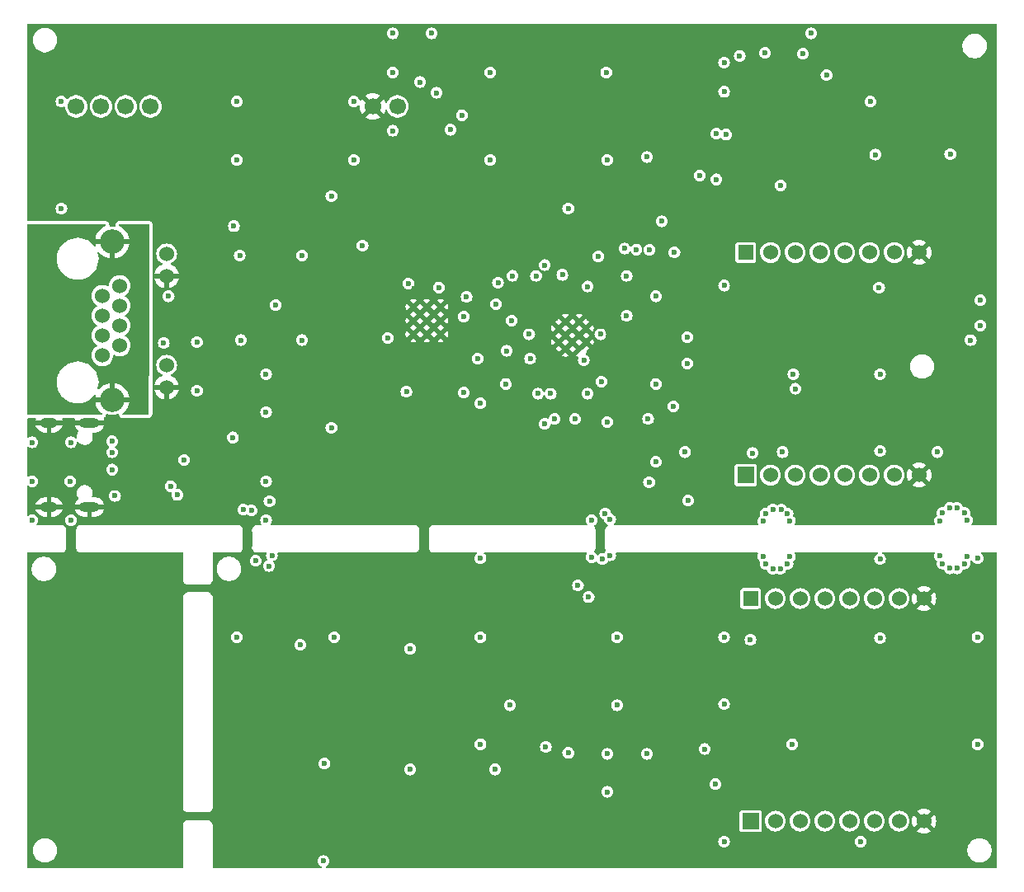
<source format=gbr>
%TF.GenerationSoftware,KiCad,Pcbnew,8.0.1*%
%TF.CreationDate,2024-06-25T14:19:54+02:00*%
%TF.ProjectId,Lichtstab,4c696368-7473-4746-9162-2e6b69636164,rev?*%
%TF.SameCoordinates,Original*%
%TF.FileFunction,Copper,L2,Inr*%
%TF.FilePolarity,Positive*%
%FSLAX46Y46*%
G04 Gerber Fmt 4.6, Leading zero omitted, Abs format (unit mm)*
G04 Created by KiCad (PCBNEW 8.0.1) date 2024-06-25 14:19:54*
%MOMM*%
%LPD*%
G01*
G04 APERTURE LIST*
%TA.AperFunction,ComponentPad*%
%ADD10R,1.676400X1.676400*%
%TD*%
%TA.AperFunction,ComponentPad*%
%ADD11C,1.524000*%
%TD*%
%TA.AperFunction,ComponentPad*%
%ADD12R,1.524000X1.524000*%
%TD*%
%TA.AperFunction,ComponentPad*%
%ADD13C,1.700000*%
%TD*%
%TA.AperFunction,HeatsinkPad*%
%ADD14C,0.600000*%
%TD*%
%TA.AperFunction,ComponentPad*%
%ADD15C,2.500000*%
%TD*%
%TA.AperFunction,ComponentPad*%
%ADD16O,2.100000X1.000000*%
%TD*%
%TA.AperFunction,ComponentPad*%
%ADD17O,1.800000X1.000000*%
%TD*%
%TA.AperFunction,ViaPad*%
%ADD18C,0.600000*%
%TD*%
G04 APERTURE END LIST*
D10*
%TO.N,/General/ESP_IO36*%
%TO.C,CON2*%
X143215000Y-131400000D03*
D11*
%TO.N,/General/ESP_IO35*%
X145755000Y-131400000D03*
%TO.N,/General/SPI_CS*%
X148295000Y-131400000D03*
%TO.N,/General/SPI_SCK*%
X150835000Y-131400000D03*
%TO.N,/General/SPI_MISO*%
X153375000Y-131400000D03*
%TO.N,/General/SPI_MOSI*%
X155915000Y-131400000D03*
%TO.N,+3.3V*%
X158455000Y-131400000D03*
%TO.N,GND*%
X160995000Y-131400000D03*
X160995000Y-108540000D03*
%TO.N,+5V*%
X158455000Y-108540000D03*
%TO.N,/General/I2C_SDA*%
X155915000Y-108540000D03*
%TO.N,/General/I2C_SCL*%
X153375000Y-108540000D03*
%TO.N,/General/ESP_IO16*%
X150835000Y-108540000D03*
%TO.N,/General/ESP_IO17*%
X148295000Y-108540000D03*
%TO.N,/General/ESP_IO4*%
X145755000Y-108540000D03*
D12*
%TO.N,/General/ESP_IO2*%
X143215000Y-108540000D03*
%TD*%
D13*
%TO.N,/POE/TXCT*%
%TO.C,U2*%
X74020000Y-58000000D03*
%TO.N,/POE/RXCT*%
X76560000Y-58000000D03*
%TO.N,Net-(U2-VB1)*%
X79100000Y-58000000D03*
%TO.N,Net-(U2-VB2)*%
X81640000Y-58000000D03*
%TO.N,GND*%
X104440000Y-58000000D03*
%TO.N,+12V_POE*%
X106980000Y-58000000D03*
%TD*%
D14*
%TO.N,GND*%
%TO.C,U3*%
X108600000Y-78600000D03*
X108600000Y-80000000D03*
X108600000Y-81400000D03*
X110000000Y-78600000D03*
X110000000Y-80000000D03*
X110000000Y-81400000D03*
X111400000Y-78600000D03*
X111400000Y-80000000D03*
X111400000Y-81400000D03*
%TD*%
%TO.N,GND*%
%TO.C,U1*%
X124230000Y-82900000D03*
X125630000Y-82900000D03*
X123530000Y-82200000D03*
X124930000Y-82200000D03*
X126330000Y-82200000D03*
X124230000Y-81500000D03*
X125630000Y-81500000D03*
X123530000Y-80800000D03*
X124930000Y-80800000D03*
X126330000Y-80800000D03*
X124230000Y-80100000D03*
X125630000Y-80100000D03*
%TD*%
D11*
%TO.N,/POE/TX+*%
%TO.C,J1*%
X76705000Y-83570000D03*
%TO.N,/POE/TX-*%
X78485000Y-82550000D03*
%TO.N,/POE/RX+*%
X76705000Y-81530000D03*
%TO.N,Net-(U2-VB1)*%
X78485000Y-80510000D03*
X76705000Y-79490000D03*
%TO.N,/POE/RX-*%
X78485000Y-78470000D03*
%TO.N,Net-(U2-VB2)*%
X76705000Y-77450000D03*
X78485000Y-76430000D03*
%TO.N,RJ45_LED_Activity*%
X83295000Y-73140000D03*
%TO.N,GND*%
X83295000Y-75430000D03*
%TO.N,RJ45_LED_Link*%
X83295000Y-84570000D03*
%TO.N,GND*%
X83295000Y-86860000D03*
D15*
%TO.N,Net-(C4-Pad2)*%
X77725000Y-88130000D03*
X77725000Y-71870000D03*
%TD*%
D10*
%TO.N,/General/ESP_IO36*%
%TO.C,CON1*%
X142720000Y-95860000D03*
D11*
%TO.N,/General/ESP_IO35*%
X145260000Y-95860000D03*
%TO.N,/General/SPI_CS*%
X147800000Y-95860000D03*
%TO.N,/General/SPI_SCK*%
X150340000Y-95860000D03*
%TO.N,/General/SPI_MISO*%
X152880000Y-95860000D03*
%TO.N,/General/SPI_MOSI*%
X155420000Y-95860000D03*
%TO.N,+3.3V*%
X157960000Y-95860000D03*
%TO.N,GND*%
X160500000Y-95860000D03*
X160500000Y-73000000D03*
%TO.N,+5V*%
X157960000Y-73000000D03*
%TO.N,/General/I2C_SDA*%
X155420000Y-73000000D03*
%TO.N,/General/I2C_SCL*%
X152880000Y-73000000D03*
%TO.N,/General/ESP_IO16*%
X150340000Y-73000000D03*
%TO.N,/General/ESP_IO17*%
X147800000Y-73000000D03*
%TO.N,/General/ESP_IO4*%
X145260000Y-73000000D03*
D12*
%TO.N,/General/ESP_IO2*%
X142720000Y-73000000D03*
%TD*%
D16*
%TO.N,GND*%
%TO.C,USB1*%
X75382250Y-90500000D03*
X75382250Y-99140000D03*
D17*
X71232250Y-90500000D03*
X71232250Y-99140000D03*
%TD*%
D18*
%TO.N,+12V*%
X166800000Y-77900000D03*
%TO.N,+3.3V*%
X166500000Y-123500000D03*
X90500000Y-112500000D03*
X133500000Y-77500000D03*
X108300000Y-113700000D03*
X102500000Y-57500000D03*
X133500000Y-94500000D03*
X156500000Y-93400000D03*
X163700000Y-62900000D03*
X140500000Y-112500000D03*
X140700000Y-60900000D03*
X130500000Y-75400000D03*
X123900000Y-75300000D03*
X156500000Y-85500000D03*
X126500000Y-76500000D03*
X166500000Y-112500000D03*
X72500000Y-57500000D03*
X115200000Y-83900000D03*
X115500000Y-112500000D03*
X124500000Y-124400000D03*
X126900000Y-104300000D03*
X102500000Y-63500000D03*
X128500000Y-124500000D03*
X93500000Y-96500000D03*
X156500000Y-112600000D03*
X90500000Y-57500000D03*
X93500000Y-89400000D03*
X107900000Y-87300000D03*
X94500000Y-78400000D03*
X125500000Y-107200000D03*
X93500000Y-100500000D03*
X147500000Y-123500000D03*
X136500000Y-93500000D03*
X116500000Y-63500000D03*
X118100000Y-86500000D03*
X140500000Y-53500000D03*
X124500000Y-68500000D03*
X143400000Y-93600000D03*
X120500000Y-81400000D03*
X156500000Y-104500000D03*
X126900000Y-100500000D03*
X162400000Y-93500000D03*
X118700000Y-80000000D03*
X120600000Y-83900000D03*
X99400000Y-135500000D03*
X117300000Y-76100000D03*
X128400000Y-54500000D03*
X140500000Y-56500000D03*
X115500000Y-104400000D03*
X116500000Y-54500000D03*
X156000000Y-62950000D03*
X154500000Y-133500000D03*
X166500000Y-104400000D03*
X140500000Y-133500000D03*
X115500000Y-123500000D03*
X83500000Y-77500000D03*
X72500000Y-68500000D03*
X93500000Y-85500000D03*
X129500000Y-119500000D03*
X90500000Y-63500000D03*
X100500000Y-112500000D03*
X147600000Y-85500000D03*
X129500000Y-112500000D03*
X140500000Y-76400000D03*
X122100000Y-74300000D03*
X117100000Y-78300000D03*
X130500000Y-79500000D03*
X156400000Y-76600000D03*
X148600000Y-52600000D03*
X132600000Y-124500000D03*
X128500000Y-63500000D03*
X128500000Y-90400000D03*
X155500000Y-57500000D03*
X99500000Y-125500000D03*
X133500000Y-86500000D03*
X83000000Y-82300000D03*
X118500000Y-119500000D03*
X140500000Y-119400000D03*
X128500000Y-128400000D03*
X127800000Y-81400000D03*
X115500000Y-88500000D03*
X146500000Y-93500000D03*
%TO.N,GND*%
X140500000Y-115500000D03*
X102400000Y-53500000D03*
X129500000Y-108500000D03*
X132300000Y-54600000D03*
X118100000Y-96000000D03*
X117800000Y-55000000D03*
X110700000Y-73200000D03*
X105550000Y-72900000D03*
X126600000Y-92900000D03*
X98500000Y-134500000D03*
X122500000Y-132700000D03*
X91300000Y-67600000D03*
X105800000Y-85100000D03*
X98200000Y-100100000D03*
X114900000Y-75000000D03*
X125400000Y-126900000D03*
X161000000Y-68800000D03*
X106500000Y-74500000D03*
X102400000Y-99500000D03*
X143500000Y-87500000D03*
X129900000Y-93700000D03*
X90500000Y-108500000D03*
X90700000Y-130800000D03*
X147500000Y-117500000D03*
X83700000Y-91000000D03*
X102400000Y-76700000D03*
X99250000Y-89212500D03*
X101000000Y-92900000D03*
X147600000Y-81600000D03*
X112800000Y-54400000D03*
X129500000Y-115500000D03*
X108500000Y-108500000D03*
X112300000Y-122300000D03*
X162700000Y-60800000D03*
X142000000Y-57700000D03*
X130700000Y-125800000D03*
X90500000Y-53500000D03*
X140500000Y-108500000D03*
X166500000Y-128500000D03*
X115700000Y-90800000D03*
X124600000Y-117000000D03*
X83800000Y-98800000D03*
X126300000Y-125900000D03*
X77000000Y-98000000D03*
X154800000Y-128700000D03*
X117600000Y-69900000D03*
X107300000Y-96300000D03*
X95700000Y-130800000D03*
X115000000Y-96100000D03*
X77000000Y-91600000D03*
X112600000Y-89000000D03*
X162500000Y-89500000D03*
X166500000Y-117500000D03*
X99250000Y-86512500D03*
X124500000Y-129400000D03*
X94000000Y-67500000D03*
X102400000Y-75200000D03*
X72500000Y-62500000D03*
X121300000Y-55000000D03*
X119900000Y-63800000D03*
X103400000Y-67900000D03*
X102500000Y-60500000D03*
X86700000Y-89900000D03*
X126400000Y-120000000D03*
X159000000Y-68800000D03*
X96500000Y-92900000D03*
X93600000Y-95500000D03*
X108600000Y-57900000D03*
X147500000Y-128500000D03*
X156500000Y-89500000D03*
X153500000Y-57300000D03*
X90500000Y-60500000D03*
X98500000Y-124500000D03*
X87200000Y-99300000D03*
X135300000Y-58600000D03*
X127700000Y-59100000D03*
X109302000Y-83800000D03*
X100500000Y-108500000D03*
X136700000Y-85700000D03*
X90100000Y-94100000D03*
X136500000Y-53500000D03*
X132900000Y-58600000D03*
X149400000Y-65300000D03*
X112600000Y-96100000D03*
X122500000Y-62500000D03*
X138400000Y-58600000D03*
X125500000Y-93000000D03*
X156500000Y-116900000D03*
X110300000Y-93500000D03*
X112600000Y-87000000D03*
X83200000Y-95000000D03*
X108698000Y-76700000D03*
X136500000Y-67500000D03*
X115200000Y-55700000D03*
X108600000Y-69200000D03*
X156500000Y-81500000D03*
X123100000Y-131500000D03*
X157000000Y-124000000D03*
X113800000Y-73400000D03*
X115485933Y-108485933D03*
X162500000Y-81600000D03*
%TO.N,/POE/TXCT*%
X97200000Y-82000000D03*
%TO.N,/POE/RXCT*%
X90900000Y-82000000D03*
%TO.N,+12V*%
X128300000Y-99800000D03*
X97000000Y-113300000D03*
X117000000Y-126100000D03*
X128000000Y-104500000D03*
X142100000Y-52800000D03*
X166800000Y-80500000D03*
%TO.N,+12V_USB*%
X73500000Y-92500000D03*
X78000000Y-98000000D03*
X73500000Y-100500000D03*
X90100000Y-92000000D03*
X73400000Y-96500000D03*
X84400000Y-97900000D03*
X85100000Y-94300000D03*
X69500000Y-96500000D03*
X69500000Y-92500000D03*
X77700000Y-92400000D03*
X69500000Y-100500000D03*
%TO.N,+12V_POE*%
X106500000Y-50500000D03*
X111000000Y-56600000D03*
X110500000Y-50500000D03*
X112400000Y-60400000D03*
X106500000Y-60500000D03*
X109300000Y-55500000D03*
X149400000Y-50500000D03*
X106500000Y-54500000D03*
%TO.N,/General/ESP_IO2*%
X144500000Y-104200000D03*
X143200000Y-112800000D03*
X144500000Y-100600000D03*
X139600000Y-127600000D03*
X135400000Y-73000000D03*
%TO.N,/General/ESP_EN*%
X165800000Y-82000000D03*
X113790323Y-79590323D03*
X113800000Y-87400000D03*
X100200000Y-67200000D03*
X100200000Y-91000000D03*
X122100000Y-90600000D03*
X83700000Y-97000000D03*
X132800000Y-96600000D03*
%TO.N,Net-(C4-Pad2)*%
X72500000Y-83500000D03*
X80500000Y-73500000D03*
X79500000Y-85600000D03*
X72500000Y-76500000D03*
X80500000Y-76500000D03*
%TO.N,Net-(D6-K)*%
X105976964Y-81776964D03*
X108087500Y-76187500D03*
%TO.N,Net-(D11-K)*%
X139700000Y-60800000D03*
X139700000Y-65500000D03*
%TO.N,/General/SPI_SCK*%
X164400000Y-99250000D03*
X132700000Y-90100000D03*
X164400000Y-105450000D03*
%TO.N,/General/I2C_SDA*%
X126500000Y-87500000D03*
X147250000Y-104250000D03*
X147250000Y-100550000D03*
%TO.N,/General/ESP_IO16*%
X146350000Y-99400000D03*
X146250000Y-105500000D03*
X131500000Y-72700000D03*
%TO.N,/General/ESP_IO35*%
X162900000Y-104950000D03*
X162900000Y-99750000D03*
X125200000Y-90100000D03*
%TO.N,/General/ESP_IO36*%
X162650000Y-100550000D03*
X162650000Y-104150000D03*
X121400000Y-87500000D03*
%TO.N,/General/SPI_MOSI*%
X165400000Y-100500000D03*
X165400000Y-104200000D03*
X136700000Y-84400000D03*
%TO.N,/General/SPI_MISO*%
X135300000Y-88800000D03*
X165150000Y-99750000D03*
X165150000Y-104950000D03*
%TO.N,/General/SPI_CS*%
X136700000Y-81700000D03*
X163650000Y-105450000D03*
X163650000Y-99250000D03*
X147800000Y-87000000D03*
%TO.N,/General/ESP_IO4*%
X132842834Y-72721341D03*
X144750000Y-99800000D03*
X144750000Y-105000000D03*
%TO.N,/General/ESP_IO17*%
X145500000Y-105500000D03*
X145500000Y-99400000D03*
X130300000Y-72600000D03*
%TO.N,/General/I2C_SCL*%
X122200000Y-123800000D03*
X127900000Y-86252000D03*
X147000000Y-99800000D03*
X147000000Y-105000000D03*
X138500000Y-124000000D03*
%TO.N,/General/ESP_IO39*%
X123100000Y-90100000D03*
X93800000Y-105200000D03*
X151000000Y-54800000D03*
X122700000Y-87500000D03*
X92000000Y-99500000D03*
%TO.N,/General/ESP_IO5*%
X92429709Y-104670291D03*
X91164499Y-99414783D03*
X126100000Y-84048000D03*
X94100000Y-104100000D03*
%TO.N,/POE/RCT*%
X90800000Y-73300000D03*
X90200000Y-70300000D03*
X97200000Y-73300000D03*
%TO.N,/General/REF_CLK*%
X103400000Y-72290000D03*
X134100000Y-69800000D03*
%TO.N,Net-(U3-LED1{slash}PHYAD[1])*%
X86400000Y-87200000D03*
X86400000Y-82200000D03*
%TO.N,Net-(U8-VSENSE)*%
X138000000Y-65100000D03*
X132600000Y-63200000D03*
%TO.N,+5V*%
X126600000Y-108400000D03*
X128800000Y-100400000D03*
X144700000Y-52500000D03*
X128800000Y-104100000D03*
X146300000Y-66100000D03*
X108300000Y-126100000D03*
%TO.N,/General/EMAC_TX_EN*%
X118800000Y-75400000D03*
X121200000Y-75400000D03*
%TO.N,+12V?*%
X93850000Y-98550000D03*
X136800000Y-98475000D03*
X113600000Y-58900000D03*
%TO.N,/General/EMAC_CRS_DV*%
X118200000Y-83100000D03*
X111226510Y-76594979D03*
%TO.N,/General/EMAC_MDIO*%
X114075000Y-77575000D03*
X127600000Y-73400000D03*
%TO.N,Net-(U4-CC1)*%
X77700000Y-95300000D03*
X77700000Y-93518000D03*
%TD*%
%TA.AperFunction,Conductor*%
%TO.N,Net-(C4-Pad2)*%
G36*
X77048836Y-70144009D02*
G01*
X77070510Y-70196335D01*
X77048836Y-70248661D01*
X77028618Y-70263007D01*
X76847541Y-70350209D01*
X76630832Y-70497959D01*
X76438562Y-70676359D01*
X76275028Y-70881426D01*
X76143882Y-71108575D01*
X76048058Y-71352734D01*
X75989693Y-71608446D01*
X75988828Y-71620000D01*
X76806116Y-71620000D01*
X76775000Y-71776433D01*
X76775000Y-71963567D01*
X76806116Y-72120000D01*
X75988828Y-72120000D01*
X75989693Y-72131553D01*
X76030878Y-72311993D01*
X76021391Y-72367830D01*
X75975200Y-72400605D01*
X75919363Y-72391118D01*
X75898867Y-72371958D01*
X75884263Y-72351857D01*
X75716111Y-72154977D01*
X75660023Y-72098889D01*
X75463143Y-71930737D01*
X75398969Y-71884112D01*
X75398961Y-71884107D01*
X75398954Y-71884102D01*
X75178216Y-71748834D01*
X75178205Y-71748827D01*
X75107532Y-71712819D01*
X75107514Y-71712811D01*
X74868324Y-71613736D01*
X74792882Y-71589222D01*
X74541141Y-71528784D01*
X74541116Y-71528779D01*
X74462774Y-71516371D01*
X74204661Y-71496058D01*
X74125339Y-71496058D01*
X73867227Y-71516371D01*
X73867224Y-71516371D01*
X73788883Y-71528779D01*
X73788858Y-71528784D01*
X73537117Y-71589222D01*
X73461675Y-71613736D01*
X73222485Y-71712811D01*
X73222467Y-71712819D01*
X73151794Y-71748827D01*
X73151783Y-71748834D01*
X72931045Y-71884102D01*
X72866850Y-71930742D01*
X72669982Y-72098884D01*
X72613884Y-72154982D01*
X72445742Y-72351850D01*
X72399102Y-72416045D01*
X72263834Y-72636783D01*
X72263827Y-72636794D01*
X72227819Y-72707467D01*
X72227811Y-72707485D01*
X72128736Y-72946675D01*
X72104222Y-73022117D01*
X72043784Y-73273858D01*
X72043779Y-73273883D01*
X72031371Y-73352224D01*
X72031371Y-73352227D01*
X72011058Y-73610339D01*
X72011058Y-73689660D01*
X72031371Y-73947772D01*
X72031371Y-73947775D01*
X72043779Y-74026116D01*
X72043784Y-74026141D01*
X72104222Y-74277882D01*
X72128736Y-74353324D01*
X72227811Y-74592514D01*
X72227819Y-74592532D01*
X72263827Y-74663205D01*
X72263834Y-74663216D01*
X72399102Y-74883954D01*
X72399107Y-74883961D01*
X72399112Y-74883969D01*
X72445737Y-74948143D01*
X72613889Y-75145023D01*
X72669977Y-75201111D01*
X72866857Y-75369263D01*
X72931031Y-75415888D01*
X72931041Y-75415894D01*
X72931045Y-75415897D01*
X73151783Y-75551165D01*
X73151794Y-75551172D01*
X73187829Y-75569532D01*
X73222470Y-75587182D01*
X73461676Y-75686264D01*
X73534400Y-75709894D01*
X73537117Y-75710777D01*
X73788858Y-75771215D01*
X73788875Y-75771219D01*
X73867222Y-75783628D01*
X74125339Y-75803942D01*
X74204661Y-75803942D01*
X74462778Y-75783628D01*
X74541125Y-75771219D01*
X74792886Y-75710776D01*
X74868324Y-75686264D01*
X75107530Y-75587182D01*
X75178207Y-75551171D01*
X75398969Y-75415888D01*
X75463143Y-75369263D01*
X75660023Y-75201111D01*
X75716111Y-75145023D01*
X75884263Y-74948143D01*
X75930888Y-74883969D01*
X76066171Y-74663207D01*
X76102182Y-74592530D01*
X76201264Y-74353324D01*
X76225776Y-74277886D01*
X76286219Y-74026125D01*
X76298628Y-73947778D01*
X76318942Y-73689661D01*
X76318942Y-73610339D01*
X76298628Y-73352222D01*
X76286219Y-73273875D01*
X76226082Y-73023388D01*
X76234941Y-72967448D01*
X76280762Y-72934158D01*
X76336702Y-72943017D01*
X76355893Y-72959975D01*
X76438562Y-73063640D01*
X76630832Y-73242040D01*
X76847541Y-73389790D01*
X77083860Y-73503596D01*
X77083868Y-73503599D01*
X77334488Y-73580906D01*
X77475000Y-73602084D01*
X77475000Y-72788883D01*
X77631433Y-72820000D01*
X77818567Y-72820000D01*
X77975000Y-72788883D01*
X77975000Y-73602084D01*
X78115511Y-73580906D01*
X78366131Y-73503599D01*
X78366139Y-73503596D01*
X78602454Y-73389793D01*
X78819167Y-73242040D01*
X79011437Y-73063640D01*
X79174971Y-72858573D01*
X79306117Y-72631424D01*
X79401941Y-72387265D01*
X79460306Y-72131553D01*
X79461172Y-72120000D01*
X78643884Y-72120000D01*
X78675000Y-71963567D01*
X78675000Y-71776433D01*
X78643884Y-71620000D01*
X79461171Y-71620000D01*
X79460306Y-71608446D01*
X79401941Y-71352734D01*
X79306117Y-71108575D01*
X79174971Y-70881426D01*
X79011437Y-70676359D01*
X78819167Y-70497959D01*
X78602451Y-70350205D01*
X78421383Y-70263007D01*
X78383643Y-70220776D01*
X78386818Y-70164228D01*
X78429049Y-70126488D01*
X78453490Y-70122335D01*
X81449721Y-70122335D01*
X81502047Y-70144009D01*
X81523721Y-70196335D01*
X81490213Y-81797302D01*
X81467697Y-89592786D01*
X81445872Y-89645049D01*
X81393697Y-89666572D01*
X78817747Y-89666572D01*
X78765421Y-89644898D01*
X78743747Y-89592572D01*
X78765421Y-89540246D01*
X78776062Y-89531430D01*
X78819163Y-89502044D01*
X78819166Y-89502041D01*
X79011437Y-89323640D01*
X79174971Y-89118573D01*
X79306117Y-88891424D01*
X79401941Y-88647265D01*
X79460306Y-88391553D01*
X79461172Y-88380000D01*
X78643884Y-88380000D01*
X78675000Y-88223567D01*
X78675000Y-88036433D01*
X78643884Y-87880000D01*
X79461171Y-87880000D01*
X79460306Y-87868446D01*
X79401941Y-87612734D01*
X79306117Y-87368575D01*
X79174971Y-87141426D01*
X79011437Y-86936359D01*
X78819167Y-86757959D01*
X78602454Y-86610206D01*
X78366139Y-86496403D01*
X78366131Y-86496400D01*
X78115504Y-86419091D01*
X78115505Y-86419091D01*
X77975000Y-86397913D01*
X77975000Y-87211116D01*
X77818567Y-87180000D01*
X77631433Y-87180000D01*
X77475000Y-87211116D01*
X77475000Y-86397914D01*
X77474999Y-86397913D01*
X77334495Y-86419091D01*
X77083868Y-86496400D01*
X77083860Y-86496403D01*
X76847541Y-86610209D01*
X76630832Y-86757959D01*
X76438558Y-86936363D01*
X76355892Y-87040024D01*
X76306322Y-87067421D01*
X76251899Y-87051741D01*
X76224502Y-87002171D01*
X76226082Y-86976611D01*
X76286215Y-86726141D01*
X76286219Y-86726125D01*
X76298628Y-86647778D01*
X76318942Y-86389661D01*
X76318942Y-86310339D01*
X76298628Y-86052222D01*
X76286219Y-85973875D01*
X76225776Y-85722114D01*
X76201264Y-85646676D01*
X76102182Y-85407470D01*
X76066171Y-85336793D01*
X75930888Y-85116031D01*
X75884263Y-85051857D01*
X75716111Y-84854977D01*
X75660023Y-84798889D01*
X75561583Y-84714813D01*
X75463149Y-84630742D01*
X75463148Y-84630741D01*
X75463143Y-84630737D01*
X75398969Y-84584112D01*
X75398961Y-84584107D01*
X75398954Y-84584102D01*
X75178216Y-84448834D01*
X75178205Y-84448827D01*
X75107532Y-84412819D01*
X75107514Y-84412811D01*
X74868324Y-84313736D01*
X74792882Y-84289222D01*
X74541141Y-84228784D01*
X74541116Y-84228779D01*
X74462774Y-84216371D01*
X74204661Y-84196058D01*
X74125339Y-84196058D01*
X73867227Y-84216371D01*
X73867224Y-84216371D01*
X73788883Y-84228779D01*
X73788858Y-84228784D01*
X73537117Y-84289222D01*
X73461675Y-84313736D01*
X73222485Y-84412811D01*
X73222467Y-84412819D01*
X73151794Y-84448827D01*
X73151783Y-84448834D01*
X72931045Y-84584102D01*
X72866850Y-84630742D01*
X72669982Y-84798884D01*
X72613884Y-84854982D01*
X72445742Y-85051850D01*
X72399102Y-85116045D01*
X72263834Y-85336783D01*
X72263827Y-85336794D01*
X72227819Y-85407467D01*
X72227811Y-85407485D01*
X72128736Y-85646675D01*
X72104222Y-85722117D01*
X72043784Y-85973858D01*
X72043779Y-85973883D01*
X72031371Y-86052224D01*
X72031371Y-86052227D01*
X72011058Y-86310339D01*
X72011058Y-86389660D01*
X72031371Y-86647772D01*
X72031371Y-86647775D01*
X72043779Y-86726116D01*
X72043784Y-86726141D01*
X72104222Y-86977882D01*
X72128736Y-87053324D01*
X72227811Y-87292514D01*
X72227819Y-87292532D01*
X72263827Y-87363205D01*
X72263834Y-87363216D01*
X72399102Y-87583954D01*
X72399107Y-87583961D01*
X72399112Y-87583969D01*
X72445737Y-87648143D01*
X72445741Y-87648148D01*
X72445742Y-87648149D01*
X72472951Y-87680006D01*
X72613889Y-87845023D01*
X72669977Y-87901111D01*
X72866857Y-88069263D01*
X72931031Y-88115888D01*
X72931041Y-88115894D01*
X72931045Y-88115897D01*
X73151783Y-88251165D01*
X73151794Y-88251172D01*
X73187829Y-88269532D01*
X73222470Y-88287182D01*
X73461676Y-88386264D01*
X73525816Y-88407105D01*
X73537117Y-88410777D01*
X73788858Y-88471215D01*
X73788875Y-88471219D01*
X73867222Y-88483628D01*
X74125339Y-88503942D01*
X74204661Y-88503942D01*
X74462778Y-88483628D01*
X74541125Y-88471219D01*
X74792886Y-88410776D01*
X74868324Y-88386264D01*
X75107530Y-88287182D01*
X75178207Y-88251171D01*
X75398969Y-88115888D01*
X75463143Y-88069263D01*
X75660023Y-87901111D01*
X75716111Y-87845023D01*
X75884263Y-87648143D01*
X75898865Y-87628044D01*
X75947155Y-87598450D01*
X76002227Y-87611671D01*
X76031822Y-87659961D01*
X76030878Y-87688005D01*
X75989694Y-87868444D01*
X75988828Y-87880000D01*
X76806116Y-87880000D01*
X76775000Y-88036433D01*
X76775000Y-88223567D01*
X76806116Y-88380000D01*
X75988828Y-88380000D01*
X75989693Y-88391553D01*
X76048058Y-88647265D01*
X76143882Y-88891424D01*
X76275028Y-89118573D01*
X76438562Y-89323640D01*
X76630832Y-89502040D01*
X76673938Y-89531430D01*
X76704962Y-89578815D01*
X76693394Y-89634258D01*
X76646009Y-89665282D01*
X76632252Y-89666572D01*
X76109132Y-89666572D01*
X76094696Y-89665150D01*
X76070303Y-89660298D01*
X76016017Y-89649500D01*
X74748483Y-89649500D01*
X74694196Y-89660298D01*
X74669804Y-89665150D01*
X74655368Y-89666572D01*
X71809132Y-89666572D01*
X71794696Y-89665150D01*
X71770303Y-89660298D01*
X71716017Y-89649500D01*
X70748483Y-89649500D01*
X70694196Y-89660298D01*
X70669804Y-89665150D01*
X70655368Y-89666572D01*
X69074500Y-89666572D01*
X69022174Y-89644898D01*
X69000500Y-89592572D01*
X69000500Y-83570003D01*
X75587734Y-83570003D01*
X75606756Y-83775291D01*
X75663179Y-83973600D01*
X75663180Y-83973602D01*
X75755081Y-84158166D01*
X75755083Y-84158168D01*
X75879328Y-84322696D01*
X75879329Y-84322697D01*
X75978180Y-84412811D01*
X76031697Y-84461598D01*
X76206992Y-84570136D01*
X76399246Y-84644615D01*
X76601912Y-84682500D01*
X76808088Y-84682500D01*
X77010754Y-84644615D01*
X77203008Y-84570136D01*
X77378303Y-84461598D01*
X77530670Y-84322697D01*
X77654919Y-84158165D01*
X77746820Y-83973603D01*
X77803242Y-83775297D01*
X77813695Y-83662500D01*
X77821918Y-83573758D01*
X77848327Y-83523655D01*
X77902430Y-83506902D01*
X77934557Y-83517669D01*
X77986992Y-83550136D01*
X78179246Y-83624615D01*
X78381912Y-83662500D01*
X78588088Y-83662500D01*
X78790754Y-83624615D01*
X78983008Y-83550136D01*
X79158303Y-83441598D01*
X79310670Y-83302697D01*
X79434919Y-83138165D01*
X79526820Y-82953603D01*
X79583242Y-82755297D01*
X79600426Y-82569864D01*
X79602266Y-82550003D01*
X79602266Y-82549996D01*
X79583243Y-82344708D01*
X79565600Y-82282697D01*
X79526820Y-82146397D01*
X79434919Y-81961835D01*
X79434918Y-81961834D01*
X79434918Y-81961833D01*
X79434916Y-81961831D01*
X79310671Y-81797303D01*
X79310670Y-81797302D01*
X79158303Y-81658402D01*
X79052539Y-81592916D01*
X79019461Y-81546943D01*
X79028579Y-81491044D01*
X79052539Y-81467084D01*
X79158303Y-81401598D01*
X79310670Y-81262697D01*
X79434919Y-81098165D01*
X79526820Y-80913603D01*
X79583242Y-80715297D01*
X79600426Y-80529864D01*
X79602266Y-80510003D01*
X79602266Y-80509996D01*
X79583243Y-80304708D01*
X79565600Y-80242697D01*
X79526820Y-80106397D01*
X79434919Y-79921835D01*
X79434918Y-79921834D01*
X79434918Y-79921833D01*
X79434916Y-79921831D01*
X79310671Y-79757303D01*
X79310670Y-79757302D01*
X79158303Y-79618402D01*
X79052539Y-79552916D01*
X79019461Y-79506943D01*
X79028579Y-79451044D01*
X79052539Y-79427084D01*
X79158303Y-79361598D01*
X79310670Y-79222697D01*
X79434919Y-79058165D01*
X79526820Y-78873603D01*
X79583242Y-78675297D01*
X79600426Y-78489864D01*
X79602266Y-78470003D01*
X79602266Y-78469996D01*
X79583243Y-78264708D01*
X79565600Y-78202697D01*
X79526820Y-78066397D01*
X79434919Y-77881835D01*
X79434918Y-77881834D01*
X79434918Y-77881833D01*
X79434916Y-77881831D01*
X79310671Y-77717303D01*
X79310670Y-77717302D01*
X79158303Y-77578402D01*
X79052539Y-77512916D01*
X79019461Y-77466943D01*
X79028579Y-77411044D01*
X79052539Y-77387084D01*
X79158303Y-77321598D01*
X79310670Y-77182697D01*
X79434919Y-77018165D01*
X79526820Y-76833603D01*
X79583242Y-76635297D01*
X79597972Y-76476344D01*
X79602266Y-76430003D01*
X79602266Y-76429996D01*
X79583243Y-76224708D01*
X79583242Y-76224703D01*
X79526820Y-76026397D01*
X79434919Y-75841835D01*
X79434918Y-75841834D01*
X79434918Y-75841833D01*
X79434916Y-75841831D01*
X79310671Y-75677303D01*
X79310670Y-75677302D01*
X79158303Y-75538402D01*
X78983008Y-75429864D01*
X78790754Y-75355385D01*
X78701746Y-75338746D01*
X78588091Y-75317500D01*
X78588088Y-75317500D01*
X78381912Y-75317500D01*
X78381908Y-75317500D01*
X78230368Y-75345828D01*
X78179246Y-75355385D01*
X78179244Y-75355385D01*
X78179242Y-75355386D01*
X78023045Y-75415897D01*
X77986992Y-75429864D01*
X77986987Y-75429866D01*
X77986987Y-75429867D01*
X77811696Y-75538402D01*
X77811695Y-75538402D01*
X77659329Y-75677302D01*
X77659328Y-75677303D01*
X77535083Y-75841831D01*
X77535081Y-75841833D01*
X77443180Y-76026397D01*
X77443179Y-76026399D01*
X77386756Y-76224708D01*
X77368081Y-76426241D01*
X77341671Y-76476344D01*
X77287569Y-76493097D01*
X77255441Y-76482329D01*
X77245758Y-76476333D01*
X77203008Y-76449864D01*
X77010754Y-76375385D01*
X76921746Y-76358746D01*
X76808091Y-76337500D01*
X76808088Y-76337500D01*
X76601912Y-76337500D01*
X76601908Y-76337500D01*
X76450368Y-76365828D01*
X76399246Y-76375385D01*
X76399244Y-76375385D01*
X76399242Y-76375386D01*
X76206997Y-76449862D01*
X76206992Y-76449864D01*
X76206987Y-76449866D01*
X76206987Y-76449867D01*
X76031696Y-76558402D01*
X76031695Y-76558402D01*
X75879329Y-76697302D01*
X75879328Y-76697303D01*
X75755083Y-76861831D01*
X75755081Y-76861833D01*
X75663180Y-77046397D01*
X75663179Y-77046399D01*
X75606756Y-77244708D01*
X75587734Y-77449996D01*
X75587734Y-77450003D01*
X75606756Y-77655291D01*
X75663179Y-77853600D01*
X75663180Y-77853602D01*
X75755081Y-78038166D01*
X75755083Y-78038168D01*
X75879328Y-78202696D01*
X75879329Y-78202697D01*
X76018230Y-78329321D01*
X76031697Y-78341598D01*
X76085744Y-78375062D01*
X76137460Y-78407084D01*
X76170538Y-78453058D01*
X76161420Y-78508956D01*
X76137460Y-78532916D01*
X76031696Y-78598402D01*
X76031695Y-78598402D01*
X75879329Y-78737302D01*
X75879328Y-78737303D01*
X75755083Y-78901831D01*
X75755081Y-78901833D01*
X75663180Y-79086397D01*
X75663179Y-79086399D01*
X75606756Y-79284708D01*
X75587734Y-79489996D01*
X75587734Y-79490003D01*
X75606756Y-79695291D01*
X75663179Y-79893600D01*
X75663180Y-79893602D01*
X75755081Y-80078166D01*
X75755083Y-80078168D01*
X75879328Y-80242696D01*
X75879329Y-80242697D01*
X76018230Y-80369321D01*
X76031697Y-80381598D01*
X76085744Y-80415062D01*
X76137460Y-80447084D01*
X76170538Y-80493058D01*
X76161420Y-80548956D01*
X76137460Y-80572916D01*
X76031696Y-80638402D01*
X76031695Y-80638402D01*
X75879329Y-80777302D01*
X75879328Y-80777303D01*
X75755083Y-80941831D01*
X75755081Y-80941833D01*
X75663180Y-81126397D01*
X75663179Y-81126399D01*
X75606756Y-81324708D01*
X75587734Y-81529996D01*
X75587734Y-81530003D01*
X75606756Y-81735291D01*
X75663179Y-81933600D01*
X75663180Y-81933602D01*
X75755081Y-82118166D01*
X75755083Y-82118168D01*
X75879328Y-82282696D01*
X75879329Y-82282697D01*
X76018230Y-82409321D01*
X76031697Y-82421598D01*
X76085744Y-82455062D01*
X76137460Y-82487084D01*
X76170538Y-82533058D01*
X76161420Y-82588956D01*
X76137460Y-82612916D01*
X76031696Y-82678402D01*
X76031695Y-82678402D01*
X75879329Y-82817302D01*
X75879328Y-82817303D01*
X75755083Y-82981831D01*
X75755081Y-82981833D01*
X75663180Y-83166397D01*
X75663179Y-83166399D01*
X75606756Y-83364708D01*
X75587734Y-83569996D01*
X75587734Y-83570003D01*
X69000500Y-83570003D01*
X69000500Y-70196335D01*
X69022174Y-70144009D01*
X69074500Y-70122335D01*
X76996510Y-70122335D01*
X77048836Y-70144009D01*
G37*
%TD.AperFunction*%
%TD*%
%TA.AperFunction,Conductor*%
%TO.N,GND*%
G36*
X168477826Y-49522174D02*
G01*
X168499500Y-49574500D01*
X168499500Y-100925500D01*
X168477826Y-100977826D01*
X168425500Y-100999500D01*
X165923692Y-100999500D01*
X165871366Y-100977826D01*
X165849692Y-100925500D01*
X165864984Y-100880452D01*
X165905014Y-100828282D01*
X165924536Y-100802841D01*
X165985044Y-100656762D01*
X166005682Y-100500000D01*
X165985044Y-100343238D01*
X165924536Y-100197159D01*
X165899500Y-100164531D01*
X165828286Y-100071722D01*
X165828284Y-100071720D01*
X165828282Y-100071719D01*
X165828282Y-100071718D01*
X165750728Y-100012209D01*
X165722412Y-99963162D01*
X165727412Y-99925186D01*
X165735044Y-99906762D01*
X165755682Y-99750000D01*
X165735044Y-99593238D01*
X165674536Y-99447159D01*
X165642451Y-99405345D01*
X165578284Y-99321720D01*
X165578279Y-99321715D01*
X165452841Y-99225464D01*
X165306761Y-99164955D01*
X165170637Y-99147034D01*
X165150000Y-99144318D01*
X165149999Y-99144318D01*
X165067830Y-99155135D01*
X165013123Y-99140476D01*
X164988255Y-99097402D01*
X164986300Y-99097926D01*
X164985043Y-99093236D01*
X164971294Y-99060044D01*
X164924536Y-98947159D01*
X164924535Y-98947158D01*
X164828284Y-98821720D01*
X164828279Y-98821715D01*
X164702841Y-98725464D01*
X164556761Y-98664955D01*
X164400000Y-98644318D01*
X164243239Y-98664955D01*
X164243238Y-98664955D01*
X164097160Y-98725463D01*
X164070048Y-98746267D01*
X164015340Y-98760925D01*
X163979952Y-98746267D01*
X163952841Y-98725464D01*
X163952839Y-98725463D01*
X163806761Y-98664955D01*
X163650000Y-98644318D01*
X163493239Y-98664955D01*
X163493238Y-98664955D01*
X163347158Y-98725464D01*
X163221720Y-98821715D01*
X163221715Y-98821720D01*
X163125464Y-98947158D01*
X163064955Y-99093238D01*
X163063700Y-99097925D01*
X163061746Y-99097401D01*
X163036869Y-99140481D01*
X162982169Y-99155135D01*
X162900000Y-99144318D01*
X162743239Y-99164955D01*
X162743238Y-99164955D01*
X162597158Y-99225464D01*
X162471720Y-99321715D01*
X162471715Y-99321720D01*
X162375464Y-99447158D01*
X162314955Y-99593238D01*
X162314955Y-99593239D01*
X162294318Y-99750000D01*
X162314955Y-99906760D01*
X162314956Y-99906764D01*
X162338302Y-99963126D01*
X162338302Y-100019763D01*
X162314984Y-100050152D01*
X162221717Y-100121718D01*
X162221715Y-100121720D01*
X162125464Y-100247158D01*
X162064955Y-100393238D01*
X162064955Y-100393239D01*
X162044318Y-100550000D01*
X162064955Y-100706760D01*
X162064955Y-100706761D01*
X162125464Y-100852841D01*
X162146650Y-100880452D01*
X162161309Y-100935159D01*
X162132990Y-100984208D01*
X162087942Y-100999500D01*
X147812058Y-100999500D01*
X147759732Y-100977826D01*
X147738058Y-100925500D01*
X147753350Y-100880452D01*
X147763831Y-100866792D01*
X147774536Y-100852841D01*
X147835044Y-100706762D01*
X147855682Y-100550000D01*
X147835044Y-100393238D01*
X147774536Y-100247159D01*
X147736169Y-100197158D01*
X147678286Y-100121722D01*
X147678284Y-100121720D01*
X147678282Y-100121719D01*
X147678282Y-100121718D01*
X147600728Y-100062209D01*
X147572412Y-100013162D01*
X147577412Y-99975186D01*
X147585044Y-99956762D01*
X147605682Y-99800000D01*
X147585044Y-99643238D01*
X147524536Y-99497159D01*
X147486169Y-99447158D01*
X147428284Y-99371720D01*
X147428279Y-99371715D01*
X147302841Y-99275464D01*
X147156761Y-99214955D01*
X147020637Y-99197034D01*
X147000000Y-99194318D01*
X146999999Y-99194318D01*
X146999998Y-99194318D01*
X146975481Y-99197545D01*
X146920774Y-99182885D01*
X146897457Y-99152496D01*
X146880659Y-99111941D01*
X146874536Y-99097159D01*
X146874534Y-99097156D01*
X146778284Y-98971720D01*
X146778279Y-98971715D01*
X146652841Y-98875464D01*
X146506761Y-98814955D01*
X146350000Y-98794318D01*
X146193239Y-98814955D01*
X146193238Y-98814955D01*
X146083420Y-98860444D01*
X146047159Y-98875464D01*
X146010906Y-98903282D01*
X145970048Y-98934633D01*
X145915340Y-98949291D01*
X145879952Y-98934633D01*
X145854308Y-98914956D01*
X145802841Y-98875464D01*
X145748224Y-98852841D01*
X145656761Y-98814955D01*
X145500000Y-98794318D01*
X145343239Y-98814955D01*
X145343238Y-98814955D01*
X145197158Y-98875464D01*
X145071720Y-98971715D01*
X145071715Y-98971720D01*
X144975464Y-99097158D01*
X144947370Y-99164981D01*
X144907321Y-99205029D01*
X144869345Y-99210029D01*
X144750000Y-99194318D01*
X144593239Y-99214955D01*
X144593238Y-99214955D01*
X144447158Y-99275464D01*
X144321720Y-99371715D01*
X144321715Y-99371720D01*
X144225464Y-99497158D01*
X144164955Y-99643238D01*
X144164955Y-99643239D01*
X144144318Y-99800000D01*
X144164955Y-99956760D01*
X144164956Y-99956764D01*
X144188302Y-100013126D01*
X144188302Y-100069763D01*
X144164984Y-100100152D01*
X144071717Y-100171718D01*
X144071715Y-100171720D01*
X143975464Y-100297158D01*
X143914955Y-100443238D01*
X143914955Y-100443239D01*
X143894318Y-100600000D01*
X143914955Y-100756760D01*
X143914956Y-100756764D01*
X143973119Y-100897182D01*
X143973119Y-100953819D01*
X143933070Y-100993867D01*
X143904752Y-100999500D01*
X129223143Y-100999500D01*
X129170817Y-100977826D01*
X129149143Y-100925500D01*
X129170817Y-100873174D01*
X129178095Y-100866792D01*
X129228279Y-100828284D01*
X129228282Y-100828282D01*
X129324536Y-100702841D01*
X129385044Y-100556762D01*
X129405682Y-100400000D01*
X129385044Y-100243238D01*
X129324536Y-100097159D01*
X129276852Y-100035016D01*
X129228284Y-99971720D01*
X129228279Y-99971715D01*
X129102841Y-99875464D01*
X129055083Y-99855682D01*
X128956762Y-99814956D01*
X128956760Y-99814955D01*
X128956754Y-99814953D01*
X128953603Y-99814108D01*
X128952300Y-99813107D01*
X128952281Y-99813100D01*
X128952283Y-99813094D01*
X128908676Y-99779622D01*
X128899401Y-99752292D01*
X128885044Y-99643239D01*
X128885044Y-99643238D01*
X128824536Y-99497159D01*
X128786169Y-99447158D01*
X128728284Y-99371720D01*
X128728279Y-99371715D01*
X128602841Y-99275464D01*
X128456761Y-99214955D01*
X128300000Y-99194318D01*
X128143239Y-99214955D01*
X128143238Y-99214955D01*
X127997158Y-99275464D01*
X127871720Y-99371715D01*
X127871715Y-99371720D01*
X127775464Y-99497158D01*
X127714955Y-99643238D01*
X127714955Y-99643239D01*
X127694318Y-99800000D01*
X127714955Y-99956760D01*
X127714955Y-99956761D01*
X127775464Y-100102841D01*
X127871715Y-100228279D01*
X127871720Y-100228284D01*
X127939427Y-100280237D01*
X127997159Y-100324536D01*
X128118538Y-100374813D01*
X128143238Y-100385044D01*
X128146381Y-100385886D01*
X128147683Y-100386885D01*
X128147719Y-100386900D01*
X128147715Y-100386909D01*
X128191316Y-100420363D01*
X128200598Y-100447706D01*
X128214955Y-100556760D01*
X128214955Y-100556761D01*
X128275464Y-100702841D01*
X128371715Y-100828279D01*
X128371720Y-100828284D01*
X128497157Y-100924535D01*
X128497158Y-100924535D01*
X128497159Y-100924536D01*
X128532371Y-100939121D01*
X128572420Y-100979168D01*
X128572421Y-101035805D01*
X128541054Y-101071573D01*
X128492686Y-101099499D01*
X128399500Y-101192685D01*
X128333610Y-101306809D01*
X128333606Y-101306818D01*
X128299500Y-101434105D01*
X128299500Y-103365894D01*
X128333606Y-103493181D01*
X128333610Y-103493190D01*
X128384513Y-103581356D01*
X128391906Y-103637509D01*
X128374468Y-103667715D01*
X128374670Y-103667870D01*
X128373494Y-103669401D01*
X128372759Y-103670676D01*
X128371717Y-103671717D01*
X128275464Y-103797157D01*
X128244520Y-103871861D01*
X128204470Y-103911909D01*
X128161686Y-103914712D01*
X128161571Y-103915589D01*
X128157166Y-103915009D01*
X128157002Y-103915020D01*
X128156763Y-103914956D01*
X128000000Y-103894318D01*
X127843239Y-103914955D01*
X127843238Y-103914955D01*
X127697158Y-103975464D01*
X127571722Y-104071713D01*
X127568293Y-104075144D01*
X127566236Y-104073087D01*
X127525109Y-104096789D01*
X127470413Y-104082087D01*
X127447141Y-104051732D01*
X127424536Y-103997159D01*
X127328284Y-103871720D01*
X127328279Y-103871715D01*
X127202840Y-103775463D01*
X127184602Y-103767908D01*
X127144555Y-103727858D01*
X127144557Y-103671221D01*
X127160595Y-103647218D01*
X127200500Y-103607314D01*
X127266392Y-103493186D01*
X127300499Y-103365894D01*
X127300500Y-103365894D01*
X127300500Y-101434106D01*
X127300499Y-101434105D01*
X127266393Y-101306818D01*
X127266392Y-101306814D01*
X127200500Y-101192686D01*
X127160596Y-101152782D01*
X127138922Y-101100456D01*
X127160596Y-101048130D01*
X127184601Y-101032090D01*
X127202841Y-101024536D01*
X127328282Y-100928282D01*
X127424536Y-100802841D01*
X127485044Y-100656762D01*
X127505682Y-100500000D01*
X127485044Y-100343238D01*
X127424536Y-100197159D01*
X127392451Y-100155345D01*
X127328284Y-100071720D01*
X127328279Y-100071715D01*
X127202841Y-99975464D01*
X127056761Y-99914955D01*
X126900000Y-99894318D01*
X126743239Y-99914955D01*
X126743238Y-99914955D01*
X126597158Y-99975464D01*
X126471720Y-100071715D01*
X126471715Y-100071720D01*
X126375464Y-100197158D01*
X126314955Y-100343238D01*
X126314955Y-100343239D01*
X126294318Y-100500000D01*
X126314955Y-100656760D01*
X126314955Y-100656761D01*
X126375464Y-100802841D01*
X126435016Y-100880452D01*
X126449675Y-100935159D01*
X126421356Y-100984208D01*
X126376308Y-100999500D01*
X110634106Y-100999500D01*
X110506818Y-101033606D01*
X110506809Y-101033610D01*
X110392685Y-101099500D01*
X110299500Y-101192685D01*
X110233610Y-101306809D01*
X110233606Y-101306818D01*
X110199500Y-101434105D01*
X110199500Y-103365894D01*
X110233606Y-103493181D01*
X110233607Y-103493184D01*
X110233608Y-103493186D01*
X110299500Y-103607314D01*
X110392686Y-103700500D01*
X110506814Y-103766392D01*
X110634105Y-103800499D01*
X110634106Y-103800500D01*
X110634108Y-103800500D01*
X110765892Y-103800500D01*
X115076857Y-103800500D01*
X115129183Y-103822174D01*
X115150857Y-103874500D01*
X115129183Y-103926826D01*
X115121905Y-103933208D01*
X115071720Y-103971715D01*
X115071715Y-103971720D01*
X114975464Y-104097158D01*
X114914955Y-104243238D01*
X114914955Y-104243239D01*
X114894318Y-104400000D01*
X114914955Y-104556760D01*
X114914955Y-104556761D01*
X114975464Y-104702841D01*
X115071715Y-104828279D01*
X115071720Y-104828284D01*
X115145692Y-104885044D01*
X115197159Y-104924536D01*
X115343238Y-104985044D01*
X115500000Y-105005682D01*
X115656762Y-104985044D01*
X115802841Y-104924536D01*
X115928282Y-104828282D01*
X116024536Y-104702841D01*
X116085044Y-104556762D01*
X116105682Y-104400000D01*
X116085044Y-104243238D01*
X116024536Y-104097159D01*
X115944795Y-103993238D01*
X115928284Y-103971720D01*
X115928279Y-103971715D01*
X115878095Y-103933208D01*
X115849776Y-103884159D01*
X115864435Y-103829452D01*
X115913484Y-103801133D01*
X115923143Y-103800500D01*
X126376308Y-103800500D01*
X126428634Y-103822174D01*
X126450308Y-103874500D01*
X126435016Y-103919548D01*
X126375464Y-103997158D01*
X126314955Y-104143238D01*
X126314955Y-104143239D01*
X126294318Y-104300000D01*
X126314955Y-104456760D01*
X126314955Y-104456761D01*
X126375464Y-104602841D01*
X126471715Y-104728279D01*
X126471720Y-104728284D01*
X126529155Y-104772355D01*
X126597159Y-104824536D01*
X126743238Y-104885044D01*
X126900000Y-104905682D01*
X127056762Y-104885044D01*
X127202841Y-104824536D01*
X127328282Y-104728282D01*
X127328285Y-104728277D01*
X127331712Y-104724852D01*
X127333798Y-104726938D01*
X127374734Y-104703232D01*
X127429461Y-104717818D01*
X127452858Y-104748267D01*
X127475464Y-104802841D01*
X127571715Y-104928279D01*
X127571720Y-104928284D01*
X127633207Y-104975464D01*
X127697159Y-105024536D01*
X127843238Y-105085044D01*
X128000000Y-105105682D01*
X128156762Y-105085044D01*
X128302841Y-105024536D01*
X128428282Y-104928282D01*
X128524536Y-104802841D01*
X128555478Y-104728139D01*
X128595526Y-104688091D01*
X128638313Y-104685288D01*
X128638429Y-104684411D01*
X128642839Y-104684991D01*
X128643002Y-104684981D01*
X128643234Y-104685042D01*
X128643238Y-104685044D01*
X128800000Y-104705682D01*
X128956762Y-104685044D01*
X129102841Y-104624536D01*
X129228282Y-104528282D01*
X129324536Y-104402841D01*
X129385044Y-104256762D01*
X129405682Y-104100000D01*
X129385044Y-103943238D01*
X129385043Y-103943235D01*
X129368302Y-103902818D01*
X129368302Y-103846181D01*
X129408351Y-103806133D01*
X129436669Y-103800500D01*
X143904752Y-103800500D01*
X143957078Y-103822174D01*
X143978752Y-103874500D01*
X143973119Y-103902818D01*
X143914956Y-104043235D01*
X143914955Y-104043239D01*
X143894318Y-104200000D01*
X143914955Y-104356760D01*
X143914955Y-104356761D01*
X143975464Y-104502841D01*
X144071715Y-104628279D01*
X144071720Y-104628284D01*
X144164983Y-104699847D01*
X144193302Y-104748896D01*
X144188303Y-104786872D01*
X144164955Y-104843240D01*
X144144318Y-105000000D01*
X144164955Y-105156760D01*
X144164955Y-105156761D01*
X144225464Y-105302841D01*
X144321715Y-105428279D01*
X144321720Y-105428284D01*
X144405345Y-105492451D01*
X144447159Y-105524536D01*
X144593238Y-105585044D01*
X144750000Y-105605682D01*
X144832168Y-105594864D01*
X144886875Y-105609523D01*
X144911746Y-105652598D01*
X144913700Y-105652075D01*
X144914955Y-105656761D01*
X144975464Y-105802841D01*
X145071715Y-105928279D01*
X145071720Y-105928284D01*
X145139143Y-105980019D01*
X145197159Y-106024536D01*
X145343238Y-106085044D01*
X145500000Y-106105682D01*
X145656762Y-106085044D01*
X145802841Y-106024536D01*
X145829950Y-106003733D01*
X145884657Y-105989074D01*
X145920048Y-106003733D01*
X145947159Y-106024536D01*
X146093238Y-106085044D01*
X146250000Y-106105682D01*
X146406762Y-106085044D01*
X146552841Y-106024536D01*
X146678282Y-105928282D01*
X146774536Y-105802841D01*
X146835044Y-105656762D01*
X146835044Y-105656756D01*
X146836300Y-105652074D01*
X146838259Y-105652599D01*
X146863110Y-105609533D01*
X146917814Y-105594862D01*
X146917824Y-105594863D01*
X147000000Y-105605682D01*
X147156762Y-105585044D01*
X147302841Y-105524536D01*
X147428282Y-105428282D01*
X147524536Y-105302841D01*
X147585044Y-105156762D01*
X147605682Y-105000000D01*
X147585044Y-104843238D01*
X147577412Y-104824815D01*
X147577411Y-104768180D01*
X147600727Y-104737791D01*
X147678282Y-104678282D01*
X147774536Y-104552841D01*
X147835044Y-104406762D01*
X147855682Y-104250000D01*
X147835044Y-104093238D01*
X147774536Y-103947159D01*
X147758934Y-103926826D01*
X147753350Y-103919548D01*
X147738691Y-103864841D01*
X147767010Y-103815792D01*
X147812058Y-103800500D01*
X156247536Y-103800500D01*
X156299862Y-103822174D01*
X156321536Y-103874500D01*
X156299862Y-103926826D01*
X156275855Y-103942867D01*
X156197158Y-103975464D01*
X156071720Y-104071715D01*
X156071715Y-104071720D01*
X155975464Y-104197158D01*
X155914955Y-104343238D01*
X155914955Y-104343239D01*
X155894318Y-104500000D01*
X155914955Y-104656760D01*
X155914955Y-104656761D01*
X155975464Y-104802841D01*
X156071715Y-104928279D01*
X156071720Y-104928284D01*
X156133207Y-104975464D01*
X156197159Y-105024536D01*
X156343238Y-105085044D01*
X156500000Y-105105682D01*
X156656762Y-105085044D01*
X156802841Y-105024536D01*
X156928282Y-104928282D01*
X157024536Y-104802841D01*
X157085044Y-104656762D01*
X157105682Y-104500000D01*
X157085044Y-104343238D01*
X157024536Y-104197159D01*
X156983161Y-104143238D01*
X156928284Y-104071720D01*
X156928279Y-104071715D01*
X156802841Y-103975464D01*
X156724145Y-103942867D01*
X156684097Y-103902819D01*
X156684097Y-103846181D01*
X156724145Y-103806133D01*
X156752464Y-103800500D01*
X162034042Y-103800500D01*
X162086368Y-103822174D01*
X162108042Y-103874500D01*
X162102409Y-103902819D01*
X162064955Y-103993238D01*
X162064955Y-103993239D01*
X162044318Y-104150000D01*
X162064955Y-104306760D01*
X162064955Y-104306761D01*
X162125464Y-104452841D01*
X162221715Y-104578279D01*
X162221720Y-104578284D01*
X162314983Y-104649847D01*
X162343302Y-104698896D01*
X162338303Y-104736872D01*
X162314955Y-104793240D01*
X162294318Y-104950000D01*
X162314955Y-105106760D01*
X162314955Y-105106761D01*
X162375464Y-105252841D01*
X162471715Y-105378279D01*
X162471720Y-105378284D01*
X162536879Y-105428282D01*
X162597159Y-105474536D01*
X162743238Y-105535044D01*
X162900000Y-105555682D01*
X162982168Y-105544864D01*
X163036875Y-105559523D01*
X163061746Y-105602598D01*
X163063700Y-105602075D01*
X163064955Y-105606761D01*
X163125464Y-105752841D01*
X163221715Y-105878279D01*
X163221720Y-105878284D01*
X163286879Y-105928282D01*
X163347159Y-105974536D01*
X163493238Y-106035044D01*
X163650000Y-106055682D01*
X163806762Y-106035044D01*
X163952841Y-105974536D01*
X163979950Y-105953733D01*
X164034657Y-105939074D01*
X164070048Y-105953733D01*
X164097159Y-105974536D01*
X164243238Y-106035044D01*
X164400000Y-106055682D01*
X164556762Y-106035044D01*
X164702841Y-105974536D01*
X164828282Y-105878282D01*
X164924536Y-105752841D01*
X164985044Y-105606762D01*
X164985044Y-105606756D01*
X164986300Y-105602074D01*
X164988259Y-105602599D01*
X165013110Y-105559533D01*
X165067814Y-105544862D01*
X165067824Y-105544863D01*
X165150000Y-105555682D01*
X165306762Y-105535044D01*
X165452841Y-105474536D01*
X165578282Y-105378282D01*
X165674536Y-105252841D01*
X165735044Y-105106762D01*
X165755682Y-104950000D01*
X165735044Y-104793238D01*
X165727412Y-104774815D01*
X165727411Y-104718180D01*
X165750727Y-104687791D01*
X165828282Y-104628282D01*
X165828285Y-104628277D01*
X165831712Y-104624852D01*
X165833798Y-104626938D01*
X165874734Y-104603232D01*
X165929461Y-104617818D01*
X165952858Y-104648267D01*
X165975464Y-104702841D01*
X166071715Y-104828279D01*
X166071720Y-104828284D01*
X166145692Y-104885044D01*
X166197159Y-104924536D01*
X166343238Y-104985044D01*
X166500000Y-105005682D01*
X166656762Y-104985044D01*
X166802841Y-104924536D01*
X166928282Y-104828282D01*
X167024536Y-104702841D01*
X167085044Y-104556762D01*
X167105682Y-104400000D01*
X167085044Y-104243238D01*
X167024536Y-104097159D01*
X166944795Y-103993238D01*
X166928284Y-103971720D01*
X166928279Y-103971715D01*
X166878095Y-103933208D01*
X166849776Y-103884159D01*
X166864435Y-103829452D01*
X166913484Y-103801133D01*
X166923143Y-103800500D01*
X168425500Y-103800500D01*
X168477826Y-103822174D01*
X168499500Y-103874500D01*
X168499500Y-136125500D01*
X168477826Y-136177826D01*
X168425500Y-136199500D01*
X99652464Y-136199500D01*
X99600138Y-136177826D01*
X99578464Y-136125500D01*
X99600138Y-136073174D01*
X99624145Y-136057133D01*
X99702841Y-136024536D01*
X99828282Y-135928282D01*
X99924536Y-135802841D01*
X99985044Y-135656762D01*
X100005682Y-135500000D01*
X99985044Y-135343238D01*
X99924536Y-135197159D01*
X99828282Y-135071718D01*
X99828279Y-135071715D01*
X99702841Y-134975464D01*
X99556761Y-134914955D01*
X99400000Y-134894318D01*
X99243239Y-134914955D01*
X99243238Y-134914955D01*
X99097158Y-134975464D01*
X98971720Y-135071715D01*
X98971715Y-135071720D01*
X98875464Y-135197158D01*
X98814955Y-135343238D01*
X98814955Y-135343239D01*
X98794318Y-135500000D01*
X98814955Y-135656760D01*
X98814955Y-135656761D01*
X98875464Y-135802841D01*
X98971715Y-135928279D01*
X98971720Y-135928284D01*
X99055345Y-135992451D01*
X99097159Y-136024536D01*
X99175855Y-136057133D01*
X99215903Y-136097181D01*
X99215903Y-136153819D01*
X99175855Y-136193867D01*
X99147536Y-136199500D01*
X88074500Y-136199500D01*
X88022174Y-136177826D01*
X88000500Y-136125500D01*
X88000500Y-134498417D01*
X165449500Y-134498417D01*
X165480290Y-134692823D01*
X165480293Y-134692836D01*
X165541113Y-134880019D01*
X165630475Y-135055404D01*
X165642329Y-135071720D01*
X165746172Y-135214646D01*
X165885354Y-135353828D01*
X166044595Y-135469524D01*
X166219975Y-135558884D01*
X166219977Y-135558884D01*
X166219980Y-135558886D01*
X166407163Y-135619706D01*
X166407169Y-135619707D01*
X166407174Y-135619709D01*
X166536780Y-135640236D01*
X166601582Y-135650500D01*
X166601583Y-135650500D01*
X166798418Y-135650500D01*
X166847019Y-135642802D01*
X166992826Y-135619709D01*
X166992833Y-135619706D01*
X166992836Y-135619706D01*
X167180019Y-135558886D01*
X167180019Y-135558885D01*
X167180025Y-135558884D01*
X167355405Y-135469524D01*
X167514646Y-135353828D01*
X167653828Y-135214646D01*
X167769524Y-135055405D01*
X167858884Y-134880025D01*
X167919709Y-134692826D01*
X167950500Y-134498417D01*
X167950500Y-134301583D01*
X167919709Y-134107174D01*
X167919707Y-134107169D01*
X167919706Y-134107163D01*
X167858886Y-133919980D01*
X167858884Y-133919977D01*
X167858884Y-133919975D01*
X167769524Y-133744595D01*
X167653828Y-133585354D01*
X167514646Y-133446172D01*
X167514643Y-133446169D01*
X167514641Y-133446168D01*
X167355404Y-133330475D01*
X167180019Y-133241113D01*
X166992836Y-133180293D01*
X166992823Y-133180290D01*
X166798418Y-133149500D01*
X166798417Y-133149500D01*
X166601583Y-133149500D01*
X166601582Y-133149500D01*
X166407176Y-133180290D01*
X166407163Y-133180293D01*
X166219980Y-133241113D01*
X166044595Y-133330475D01*
X165885358Y-133446168D01*
X165746168Y-133585358D01*
X165630475Y-133744595D01*
X165541113Y-133919980D01*
X165480293Y-134107163D01*
X165480290Y-134107176D01*
X165449500Y-134301582D01*
X165449500Y-134498417D01*
X88000500Y-134498417D01*
X88000500Y-133500000D01*
X139894318Y-133500000D01*
X139914955Y-133656760D01*
X139914955Y-133656761D01*
X139975464Y-133802841D01*
X140071715Y-133928279D01*
X140071720Y-133928284D01*
X140155345Y-133992451D01*
X140197159Y-134024536D01*
X140343238Y-134085044D01*
X140500000Y-134105682D01*
X140656762Y-134085044D01*
X140802841Y-134024536D01*
X140928282Y-133928282D01*
X141024536Y-133802841D01*
X141085044Y-133656762D01*
X141105682Y-133500000D01*
X153894318Y-133500000D01*
X153914955Y-133656760D01*
X153914955Y-133656761D01*
X153975464Y-133802841D01*
X154071715Y-133928279D01*
X154071720Y-133928284D01*
X154155345Y-133992451D01*
X154197159Y-134024536D01*
X154343238Y-134085044D01*
X154500000Y-134105682D01*
X154656762Y-134085044D01*
X154802841Y-134024536D01*
X154928282Y-133928282D01*
X155024536Y-133802841D01*
X155085044Y-133656762D01*
X155105682Y-133500000D01*
X155085044Y-133343238D01*
X155024536Y-133197159D01*
X154928282Y-133071718D01*
X154928279Y-133071715D01*
X154802841Y-132975464D01*
X154656761Y-132914955D01*
X154500000Y-132894318D01*
X154343239Y-132914955D01*
X154343238Y-132914955D01*
X154197158Y-132975464D01*
X154071720Y-133071715D01*
X154071715Y-133071720D01*
X153975464Y-133197158D01*
X153914955Y-133343238D01*
X153914955Y-133343239D01*
X153894318Y-133500000D01*
X141105682Y-133500000D01*
X141085044Y-133343238D01*
X141024536Y-133197159D01*
X140928282Y-133071718D01*
X140928279Y-133071715D01*
X140802841Y-132975464D01*
X140656761Y-132914955D01*
X140500000Y-132894318D01*
X140343239Y-132914955D01*
X140343238Y-132914955D01*
X140197158Y-132975464D01*
X140071720Y-133071715D01*
X140071715Y-133071720D01*
X139975464Y-133197158D01*
X139914955Y-133343238D01*
X139914955Y-133343239D01*
X139894318Y-133500000D01*
X88000500Y-133500000D01*
X88000500Y-132283063D01*
X142076300Y-132283063D01*
X142079214Y-132308186D01*
X142079215Y-132308191D01*
X142124594Y-132410965D01*
X142204035Y-132490406D01*
X142306809Y-132535785D01*
X142331935Y-132538700D01*
X144098064Y-132538699D01*
X144123191Y-132535785D01*
X144225965Y-132490406D01*
X144305406Y-132410965D01*
X144350785Y-132308191D01*
X144353700Y-132283065D01*
X144353699Y-131400000D01*
X144687359Y-131400000D01*
X144707873Y-131608287D01*
X144727482Y-131672930D01*
X144768628Y-131808569D01*
X144867289Y-131993150D01*
X145000064Y-132154936D01*
X145161850Y-132287711D01*
X145346431Y-132386372D01*
X145546714Y-132447127D01*
X145755000Y-132467641D01*
X145963286Y-132447127D01*
X146163569Y-132386372D01*
X146348150Y-132287711D01*
X146509936Y-132154936D01*
X146642711Y-131993150D01*
X146741372Y-131808569D01*
X146802127Y-131608286D01*
X146822641Y-131400000D01*
X147227359Y-131400000D01*
X147247873Y-131608287D01*
X147267482Y-131672930D01*
X147308628Y-131808569D01*
X147407289Y-131993150D01*
X147540064Y-132154936D01*
X147701850Y-132287711D01*
X147886431Y-132386372D01*
X148086714Y-132447127D01*
X148295000Y-132467641D01*
X148503286Y-132447127D01*
X148703569Y-132386372D01*
X148888150Y-132287711D01*
X149049936Y-132154936D01*
X149182711Y-131993150D01*
X149281372Y-131808569D01*
X149342127Y-131608286D01*
X149362641Y-131400000D01*
X149767359Y-131400000D01*
X149787873Y-131608287D01*
X149807482Y-131672930D01*
X149848628Y-131808569D01*
X149947289Y-131993150D01*
X150080064Y-132154936D01*
X150241850Y-132287711D01*
X150426431Y-132386372D01*
X150626714Y-132447127D01*
X150835000Y-132467641D01*
X151043286Y-132447127D01*
X151243569Y-132386372D01*
X151428150Y-132287711D01*
X151589936Y-132154936D01*
X151722711Y-131993150D01*
X151821372Y-131808569D01*
X151882127Y-131608286D01*
X151902641Y-131400000D01*
X152307359Y-131400000D01*
X152327873Y-131608287D01*
X152347482Y-131672930D01*
X152388628Y-131808569D01*
X152487289Y-131993150D01*
X152620064Y-132154936D01*
X152781850Y-132287711D01*
X152966431Y-132386372D01*
X153166714Y-132447127D01*
X153375000Y-132467641D01*
X153583286Y-132447127D01*
X153783569Y-132386372D01*
X153968150Y-132287711D01*
X154129936Y-132154936D01*
X154262711Y-131993150D01*
X154361372Y-131808569D01*
X154422127Y-131608286D01*
X154442641Y-131400000D01*
X154847359Y-131400000D01*
X154867873Y-131608287D01*
X154887482Y-131672930D01*
X154928628Y-131808569D01*
X155027289Y-131993150D01*
X155160064Y-132154936D01*
X155321850Y-132287711D01*
X155506431Y-132386372D01*
X155706714Y-132447127D01*
X155915000Y-132467641D01*
X156123286Y-132447127D01*
X156323569Y-132386372D01*
X156508150Y-132287711D01*
X156669936Y-132154936D01*
X156802711Y-131993150D01*
X156901372Y-131808569D01*
X156962127Y-131608286D01*
X156982641Y-131400000D01*
X157387359Y-131400000D01*
X157407873Y-131608287D01*
X157427482Y-131672930D01*
X157468628Y-131808569D01*
X157567289Y-131993150D01*
X157700064Y-132154936D01*
X157861850Y-132287711D01*
X158046431Y-132386372D01*
X158246714Y-132447127D01*
X158455000Y-132467641D01*
X158663286Y-132447127D01*
X158863569Y-132386372D01*
X159048150Y-132287711D01*
X159209936Y-132154936D01*
X159342711Y-131993150D01*
X159441372Y-131808569D01*
X159502127Y-131608286D01*
X159522641Y-131400004D01*
X159728179Y-131400004D01*
X159747424Y-131619978D01*
X159747425Y-131619984D01*
X159804576Y-131833273D01*
X159897904Y-132033416D01*
X159943257Y-132098187D01*
X160557352Y-131484092D01*
X160580792Y-131571571D01*
X160639311Y-131672930D01*
X160722070Y-131755689D01*
X160823429Y-131814208D01*
X160910905Y-131837647D01*
X160296810Y-132451741D01*
X160361585Y-132497096D01*
X160561726Y-132590423D01*
X160775015Y-132647574D01*
X160775021Y-132647575D01*
X160994996Y-132666821D01*
X160995004Y-132666821D01*
X161214978Y-132647575D01*
X161214984Y-132647574D01*
X161428273Y-132590423D01*
X161628411Y-132497097D01*
X161693188Y-132451741D01*
X161079094Y-131837647D01*
X161166571Y-131814208D01*
X161267930Y-131755689D01*
X161350689Y-131672930D01*
X161409208Y-131571571D01*
X161432647Y-131484094D01*
X162046741Y-132098188D01*
X162092097Y-132033411D01*
X162185423Y-131833273D01*
X162242574Y-131619984D01*
X162242575Y-131619978D01*
X162261821Y-131400004D01*
X162261821Y-131399995D01*
X162242575Y-131180021D01*
X162242574Y-131180015D01*
X162185424Y-130966729D01*
X162185419Y-130966718D01*
X162092095Y-130766584D01*
X162046741Y-130701811D01*
X161432647Y-131315904D01*
X161409208Y-131228429D01*
X161350689Y-131127070D01*
X161267930Y-131044311D01*
X161166571Y-130985792D01*
X161079092Y-130962352D01*
X161693188Y-130348257D01*
X161628416Y-130302904D01*
X161428273Y-130209576D01*
X161214984Y-130152425D01*
X161214978Y-130152424D01*
X160995004Y-130133179D01*
X160994996Y-130133179D01*
X160775021Y-130152424D01*
X160775015Y-130152425D01*
X160561729Y-130209575D01*
X160561718Y-130209580D01*
X160361585Y-130302903D01*
X160296810Y-130348257D01*
X160910905Y-130962352D01*
X160823429Y-130985792D01*
X160722070Y-131044311D01*
X160639311Y-131127070D01*
X160580792Y-131228429D01*
X160557352Y-131315905D01*
X159943257Y-130701810D01*
X159897903Y-130766585D01*
X159804580Y-130966718D01*
X159804575Y-130966729D01*
X159747425Y-131180015D01*
X159747424Y-131180021D01*
X159728179Y-131399995D01*
X159728179Y-131400004D01*
X159522641Y-131400004D01*
X159522641Y-131400000D01*
X159502127Y-131191714D01*
X159441372Y-130991431D01*
X159342711Y-130806850D01*
X159209936Y-130645064D01*
X159048150Y-130512289D01*
X158962283Y-130466392D01*
X158863571Y-130413629D01*
X158863570Y-130413628D01*
X158863569Y-130413628D01*
X158750497Y-130379328D01*
X158663287Y-130352873D01*
X158455000Y-130332359D01*
X158246712Y-130352873D01*
X158046428Y-130413629D01*
X157861849Y-130512289D01*
X157700064Y-130645064D01*
X157567289Y-130806849D01*
X157468629Y-130991428D01*
X157407873Y-131191712D01*
X157387359Y-131400000D01*
X156982641Y-131400000D01*
X156962127Y-131191714D01*
X156901372Y-130991431D01*
X156802711Y-130806850D01*
X156669936Y-130645064D01*
X156508150Y-130512289D01*
X156422283Y-130466392D01*
X156323571Y-130413629D01*
X156323570Y-130413628D01*
X156323569Y-130413628D01*
X156210497Y-130379328D01*
X156123287Y-130352873D01*
X155915000Y-130332359D01*
X155706712Y-130352873D01*
X155506428Y-130413629D01*
X155321849Y-130512289D01*
X155160064Y-130645064D01*
X155027289Y-130806849D01*
X154928629Y-130991428D01*
X154867873Y-131191712D01*
X154847359Y-131400000D01*
X154442641Y-131400000D01*
X154422127Y-131191714D01*
X154361372Y-130991431D01*
X154262711Y-130806850D01*
X154129936Y-130645064D01*
X153968150Y-130512289D01*
X153882283Y-130466392D01*
X153783571Y-130413629D01*
X153783570Y-130413628D01*
X153783569Y-130413628D01*
X153670497Y-130379328D01*
X153583287Y-130352873D01*
X153375000Y-130332359D01*
X153166712Y-130352873D01*
X152966428Y-130413629D01*
X152781849Y-130512289D01*
X152620064Y-130645064D01*
X152487289Y-130806849D01*
X152388629Y-130991428D01*
X152327873Y-131191712D01*
X152307359Y-131400000D01*
X151902641Y-131400000D01*
X151882127Y-131191714D01*
X151821372Y-130991431D01*
X151722711Y-130806850D01*
X151589936Y-130645064D01*
X151428150Y-130512289D01*
X151342283Y-130466392D01*
X151243571Y-130413629D01*
X151243570Y-130413628D01*
X151243569Y-130413628D01*
X151130497Y-130379328D01*
X151043287Y-130352873D01*
X150835000Y-130332359D01*
X150626712Y-130352873D01*
X150426428Y-130413629D01*
X150241849Y-130512289D01*
X150080064Y-130645064D01*
X149947289Y-130806849D01*
X149848629Y-130991428D01*
X149787873Y-131191712D01*
X149767359Y-131400000D01*
X149362641Y-131400000D01*
X149342127Y-131191714D01*
X149281372Y-130991431D01*
X149182711Y-130806850D01*
X149049936Y-130645064D01*
X148888150Y-130512289D01*
X148802283Y-130466392D01*
X148703571Y-130413629D01*
X148703570Y-130413628D01*
X148703569Y-130413628D01*
X148590497Y-130379328D01*
X148503287Y-130352873D01*
X148295000Y-130332359D01*
X148086712Y-130352873D01*
X147886428Y-130413629D01*
X147701849Y-130512289D01*
X147540064Y-130645064D01*
X147407289Y-130806849D01*
X147308629Y-130991428D01*
X147247873Y-131191712D01*
X147227359Y-131400000D01*
X146822641Y-131400000D01*
X146802127Y-131191714D01*
X146741372Y-130991431D01*
X146642711Y-130806850D01*
X146509936Y-130645064D01*
X146348150Y-130512289D01*
X146262283Y-130466392D01*
X146163571Y-130413629D01*
X146163570Y-130413628D01*
X146163569Y-130413628D01*
X146050497Y-130379328D01*
X145963287Y-130352873D01*
X145755000Y-130332359D01*
X145546712Y-130352873D01*
X145346428Y-130413629D01*
X145161849Y-130512289D01*
X145000064Y-130645064D01*
X144867289Y-130806849D01*
X144768629Y-130991428D01*
X144707873Y-131191712D01*
X144687359Y-131400000D01*
X144353699Y-131400000D01*
X144353699Y-130516936D01*
X144350785Y-130491809D01*
X144305406Y-130389035D01*
X144225965Y-130309594D01*
X144123191Y-130264215D01*
X144123190Y-130264214D01*
X144123188Y-130264214D01*
X144101859Y-130261740D01*
X144098065Y-130261300D01*
X144098064Y-130261300D01*
X142331936Y-130261300D01*
X142306813Y-130264214D01*
X142306807Y-130264215D01*
X142204034Y-130309594D01*
X142124594Y-130389034D01*
X142079214Y-130491811D01*
X142076300Y-130516935D01*
X142076300Y-132283063D01*
X88000500Y-132283063D01*
X88000500Y-131734106D01*
X88000499Y-131734105D01*
X87984107Y-131672930D01*
X87966392Y-131606814D01*
X87900500Y-131492686D01*
X87807314Y-131399500D01*
X87706821Y-131341480D01*
X87693190Y-131333610D01*
X87693181Y-131333606D01*
X87565894Y-131299500D01*
X87565892Y-131299500D01*
X85565892Y-131299500D01*
X85434108Y-131299500D01*
X85434106Y-131299500D01*
X85306818Y-131333606D01*
X85306809Y-131333610D01*
X85192685Y-131399500D01*
X85099500Y-131492685D01*
X85033610Y-131606809D01*
X85033606Y-131606818D01*
X84999500Y-131734105D01*
X84999500Y-136125500D01*
X84977826Y-136177826D01*
X84925500Y-136199500D01*
X69074500Y-136199500D01*
X69022174Y-136177826D01*
X69000500Y-136125500D01*
X69000500Y-134498417D01*
X69549500Y-134498417D01*
X69580290Y-134692823D01*
X69580293Y-134692836D01*
X69641113Y-134880019D01*
X69730475Y-135055404D01*
X69742329Y-135071720D01*
X69846172Y-135214646D01*
X69985354Y-135353828D01*
X70144595Y-135469524D01*
X70319975Y-135558884D01*
X70319977Y-135558884D01*
X70319980Y-135558886D01*
X70507163Y-135619706D01*
X70507169Y-135619707D01*
X70507174Y-135619709D01*
X70636780Y-135640236D01*
X70701582Y-135650500D01*
X70701583Y-135650500D01*
X70898418Y-135650500D01*
X70947019Y-135642802D01*
X71092826Y-135619709D01*
X71092833Y-135619706D01*
X71092836Y-135619706D01*
X71280019Y-135558886D01*
X71280019Y-135558885D01*
X71280025Y-135558884D01*
X71455405Y-135469524D01*
X71614646Y-135353828D01*
X71753828Y-135214646D01*
X71869524Y-135055405D01*
X71958884Y-134880025D01*
X72019709Y-134692826D01*
X72050500Y-134498417D01*
X72050500Y-134301583D01*
X72019709Y-134107174D01*
X72019707Y-134107169D01*
X72019706Y-134107163D01*
X71958886Y-133919980D01*
X71958884Y-133919977D01*
X71958884Y-133919975D01*
X71869524Y-133744595D01*
X71753828Y-133585354D01*
X71614646Y-133446172D01*
X71614643Y-133446169D01*
X71614641Y-133446168D01*
X71455404Y-133330475D01*
X71280019Y-133241113D01*
X71092836Y-133180293D01*
X71092823Y-133180290D01*
X70898418Y-133149500D01*
X70898417Y-133149500D01*
X70701583Y-133149500D01*
X70701582Y-133149500D01*
X70507176Y-133180290D01*
X70507163Y-133180293D01*
X70319980Y-133241113D01*
X70144595Y-133330475D01*
X69985358Y-133446168D01*
X69846168Y-133585358D01*
X69730475Y-133744595D01*
X69641113Y-133919980D01*
X69580293Y-134107163D01*
X69580290Y-134107176D01*
X69549500Y-134301582D01*
X69549500Y-134498417D01*
X69000500Y-134498417D01*
X69000500Y-130065894D01*
X84999500Y-130065894D01*
X85033606Y-130193181D01*
X85033607Y-130193184D01*
X85033608Y-130193186D01*
X85099500Y-130307314D01*
X85192686Y-130400500D01*
X85306814Y-130466392D01*
X85434105Y-130500499D01*
X85434106Y-130500500D01*
X85434108Y-130500500D01*
X87565894Y-130500500D01*
X87565894Y-130500499D01*
X87693186Y-130466392D01*
X87807314Y-130400500D01*
X87900500Y-130307314D01*
X87966392Y-130193186D01*
X88000499Y-130065894D01*
X88000500Y-130065894D01*
X88000500Y-128400000D01*
X127894318Y-128400000D01*
X127914955Y-128556760D01*
X127914955Y-128556761D01*
X127975464Y-128702841D01*
X128071715Y-128828279D01*
X128071720Y-128828284D01*
X128155345Y-128892451D01*
X128197159Y-128924536D01*
X128343238Y-128985044D01*
X128500000Y-129005682D01*
X128656762Y-128985044D01*
X128802841Y-128924536D01*
X128928282Y-128828282D01*
X129024536Y-128702841D01*
X129085044Y-128556762D01*
X129105682Y-128400000D01*
X129085044Y-128243238D01*
X129024536Y-128097159D01*
X128992451Y-128055345D01*
X128928284Y-127971720D01*
X128928279Y-127971715D01*
X128802841Y-127875464D01*
X128656761Y-127814955D01*
X128500000Y-127794318D01*
X128343239Y-127814955D01*
X128343238Y-127814955D01*
X128197158Y-127875464D01*
X128071720Y-127971715D01*
X128071715Y-127971720D01*
X127975464Y-128097158D01*
X127914955Y-128243238D01*
X127914955Y-128243239D01*
X127894318Y-128400000D01*
X88000500Y-128400000D01*
X88000500Y-127600000D01*
X138994318Y-127600000D01*
X139014955Y-127756760D01*
X139014955Y-127756761D01*
X139075464Y-127902841D01*
X139171715Y-128028279D01*
X139171720Y-128028284D01*
X139255345Y-128092451D01*
X139297159Y-128124536D01*
X139443238Y-128185044D01*
X139600000Y-128205682D01*
X139756762Y-128185044D01*
X139902841Y-128124536D01*
X140028282Y-128028282D01*
X140124536Y-127902841D01*
X140185044Y-127756762D01*
X140205682Y-127600000D01*
X140185044Y-127443238D01*
X140124536Y-127297159D01*
X140028282Y-127171718D01*
X140028279Y-127171715D01*
X139902841Y-127075464D01*
X139756761Y-127014955D01*
X139600000Y-126994318D01*
X139443239Y-127014955D01*
X139443238Y-127014955D01*
X139297158Y-127075464D01*
X139171720Y-127171715D01*
X139171715Y-127171720D01*
X139075464Y-127297158D01*
X139014955Y-127443238D01*
X139014955Y-127443239D01*
X138994318Y-127600000D01*
X88000500Y-127600000D01*
X88000500Y-125500000D01*
X98894318Y-125500000D01*
X98914955Y-125656760D01*
X98914955Y-125656761D01*
X98975464Y-125802841D01*
X99071715Y-125928279D01*
X99071720Y-125928284D01*
X99091209Y-125943238D01*
X99197159Y-126024536D01*
X99343238Y-126085044D01*
X99500000Y-126105682D01*
X99543159Y-126100000D01*
X107694318Y-126100000D01*
X107714955Y-126256760D01*
X107714955Y-126256761D01*
X107775464Y-126402841D01*
X107871715Y-126528279D01*
X107871720Y-126528284D01*
X107955345Y-126592451D01*
X107997159Y-126624536D01*
X108143238Y-126685044D01*
X108300000Y-126705682D01*
X108456762Y-126685044D01*
X108602841Y-126624536D01*
X108728282Y-126528282D01*
X108824536Y-126402841D01*
X108885044Y-126256762D01*
X108905682Y-126100000D01*
X116394318Y-126100000D01*
X116414955Y-126256760D01*
X116414955Y-126256761D01*
X116475464Y-126402841D01*
X116571715Y-126528279D01*
X116571720Y-126528284D01*
X116655345Y-126592451D01*
X116697159Y-126624536D01*
X116843238Y-126685044D01*
X117000000Y-126705682D01*
X117156762Y-126685044D01*
X117302841Y-126624536D01*
X117428282Y-126528282D01*
X117524536Y-126402841D01*
X117585044Y-126256762D01*
X117605682Y-126100000D01*
X117585044Y-125943238D01*
X117524536Y-125797159D01*
X117428282Y-125671718D01*
X117428279Y-125671715D01*
X117302841Y-125575464D01*
X117156761Y-125514955D01*
X117000000Y-125494318D01*
X116843239Y-125514955D01*
X116843238Y-125514955D01*
X116697158Y-125575464D01*
X116571720Y-125671715D01*
X116571715Y-125671720D01*
X116475464Y-125797158D01*
X116414955Y-125943238D01*
X116414955Y-125943239D01*
X116394318Y-126100000D01*
X108905682Y-126100000D01*
X108885044Y-125943238D01*
X108824536Y-125797159D01*
X108728282Y-125671718D01*
X108728279Y-125671715D01*
X108602841Y-125575464D01*
X108456761Y-125514955D01*
X108300000Y-125494318D01*
X108143239Y-125514955D01*
X108143238Y-125514955D01*
X107997158Y-125575464D01*
X107871720Y-125671715D01*
X107871715Y-125671720D01*
X107775464Y-125797158D01*
X107714955Y-125943238D01*
X107714955Y-125943239D01*
X107694318Y-126100000D01*
X99543159Y-126100000D01*
X99656762Y-126085044D01*
X99802841Y-126024536D01*
X99928282Y-125928282D01*
X100024536Y-125802841D01*
X100085044Y-125656762D01*
X100105682Y-125500000D01*
X100085044Y-125343238D01*
X100024536Y-125197159D01*
X99992451Y-125155345D01*
X99928284Y-125071720D01*
X99928279Y-125071715D01*
X99802841Y-124975464D01*
X99656761Y-124914955D01*
X99500000Y-124894318D01*
X99343239Y-124914955D01*
X99343238Y-124914955D01*
X99197158Y-124975464D01*
X99071720Y-125071715D01*
X99071715Y-125071720D01*
X98975464Y-125197158D01*
X98914955Y-125343238D01*
X98914955Y-125343239D01*
X98894318Y-125500000D01*
X88000500Y-125500000D01*
X88000500Y-123500000D01*
X114894318Y-123500000D01*
X114914955Y-123656760D01*
X114914955Y-123656761D01*
X114975464Y-123802841D01*
X115071715Y-123928279D01*
X115071720Y-123928284D01*
X115133207Y-123975464D01*
X115197159Y-124024536D01*
X115343238Y-124085044D01*
X115500000Y-124105682D01*
X115656762Y-124085044D01*
X115802841Y-124024536D01*
X115928282Y-123928282D01*
X116024536Y-123802841D01*
X116025713Y-123800000D01*
X121594318Y-123800000D01*
X121614955Y-123956760D01*
X121614955Y-123956761D01*
X121675464Y-124102841D01*
X121771715Y-124228279D01*
X121771720Y-124228284D01*
X121791209Y-124243238D01*
X121897159Y-124324536D01*
X122043238Y-124385044D01*
X122200000Y-124405682D01*
X122243159Y-124400000D01*
X123894318Y-124400000D01*
X123914955Y-124556760D01*
X123914955Y-124556761D01*
X123975464Y-124702841D01*
X124071715Y-124828279D01*
X124071720Y-124828284D01*
X124155345Y-124892451D01*
X124197159Y-124924536D01*
X124343238Y-124985044D01*
X124500000Y-125005682D01*
X124656762Y-124985044D01*
X124802841Y-124924536D01*
X124928282Y-124828282D01*
X125024536Y-124702841D01*
X125085044Y-124556762D01*
X125092517Y-124500000D01*
X127894318Y-124500000D01*
X127914955Y-124656760D01*
X127914955Y-124656761D01*
X127975464Y-124802841D01*
X128071715Y-124928279D01*
X128071720Y-124928284D01*
X128133207Y-124975464D01*
X128197159Y-125024536D01*
X128343238Y-125085044D01*
X128500000Y-125105682D01*
X128656762Y-125085044D01*
X128802841Y-125024536D01*
X128928282Y-124928282D01*
X129024536Y-124802841D01*
X129085044Y-124656762D01*
X129105682Y-124500000D01*
X131994318Y-124500000D01*
X132014955Y-124656760D01*
X132014955Y-124656761D01*
X132075464Y-124802841D01*
X132171715Y-124928279D01*
X132171720Y-124928284D01*
X132233207Y-124975464D01*
X132297159Y-125024536D01*
X132443238Y-125085044D01*
X132600000Y-125105682D01*
X132756762Y-125085044D01*
X132902841Y-125024536D01*
X133028282Y-124928282D01*
X133124536Y-124802841D01*
X133185044Y-124656762D01*
X133205682Y-124500000D01*
X133185044Y-124343238D01*
X133124536Y-124197159D01*
X133092451Y-124155345D01*
X133028284Y-124071720D01*
X133028279Y-124071715D01*
X132934817Y-124000000D01*
X137894318Y-124000000D01*
X137914955Y-124156760D01*
X137914955Y-124156761D01*
X137975464Y-124302841D01*
X138071715Y-124428279D01*
X138071720Y-124428284D01*
X138155345Y-124492451D01*
X138197159Y-124524536D01*
X138343238Y-124585044D01*
X138500000Y-124605682D01*
X138656762Y-124585044D01*
X138802841Y-124524536D01*
X138928282Y-124428282D01*
X139024536Y-124302841D01*
X139085044Y-124156762D01*
X139105682Y-124000000D01*
X139085044Y-123843238D01*
X139024536Y-123697159D01*
X138928282Y-123571718D01*
X138928279Y-123571715D01*
X138834817Y-123500000D01*
X146894318Y-123500000D01*
X146914955Y-123656760D01*
X146914955Y-123656761D01*
X146975464Y-123802841D01*
X147071715Y-123928279D01*
X147071720Y-123928284D01*
X147133207Y-123975464D01*
X147197159Y-124024536D01*
X147343238Y-124085044D01*
X147500000Y-124105682D01*
X147656762Y-124085044D01*
X147802841Y-124024536D01*
X147928282Y-123928282D01*
X148024536Y-123802841D01*
X148085044Y-123656762D01*
X148105682Y-123500000D01*
X165894318Y-123500000D01*
X165914955Y-123656760D01*
X165914955Y-123656761D01*
X165975464Y-123802841D01*
X166071715Y-123928279D01*
X166071720Y-123928284D01*
X166133207Y-123975464D01*
X166197159Y-124024536D01*
X166343238Y-124085044D01*
X166500000Y-124105682D01*
X166656762Y-124085044D01*
X166802841Y-124024536D01*
X166928282Y-123928282D01*
X167024536Y-123802841D01*
X167085044Y-123656762D01*
X167105682Y-123500000D01*
X167085044Y-123343238D01*
X167024536Y-123197159D01*
X166928282Y-123071718D01*
X166928279Y-123071715D01*
X166802841Y-122975464D01*
X166656761Y-122914955D01*
X166500000Y-122894318D01*
X166343239Y-122914955D01*
X166343238Y-122914955D01*
X166197158Y-122975464D01*
X166071720Y-123071715D01*
X166071715Y-123071720D01*
X165975464Y-123197158D01*
X165914955Y-123343238D01*
X165914955Y-123343239D01*
X165894318Y-123500000D01*
X148105682Y-123500000D01*
X148085044Y-123343238D01*
X148024536Y-123197159D01*
X147928282Y-123071718D01*
X147928279Y-123071715D01*
X147802841Y-122975464D01*
X147656761Y-122914955D01*
X147500000Y-122894318D01*
X147343239Y-122914955D01*
X147343238Y-122914955D01*
X147197158Y-122975464D01*
X147071720Y-123071715D01*
X147071715Y-123071720D01*
X146975464Y-123197158D01*
X146914955Y-123343238D01*
X146914955Y-123343239D01*
X146894318Y-123500000D01*
X138834817Y-123500000D01*
X138802841Y-123475464D01*
X138656761Y-123414955D01*
X138500000Y-123394318D01*
X138343239Y-123414955D01*
X138343238Y-123414955D01*
X138197158Y-123475464D01*
X138071720Y-123571715D01*
X138071715Y-123571720D01*
X137975464Y-123697158D01*
X137914955Y-123843238D01*
X137914955Y-123843239D01*
X137894318Y-124000000D01*
X132934817Y-124000000D01*
X132902841Y-123975464D01*
X132756761Y-123914955D01*
X132600000Y-123894318D01*
X132443239Y-123914955D01*
X132443238Y-123914955D01*
X132297158Y-123975464D01*
X132171720Y-124071715D01*
X132171715Y-124071720D01*
X132075464Y-124197158D01*
X132014955Y-124343238D01*
X132014955Y-124343239D01*
X131994318Y-124500000D01*
X129105682Y-124500000D01*
X129085044Y-124343238D01*
X129024536Y-124197159D01*
X128992451Y-124155345D01*
X128928284Y-124071720D01*
X128928279Y-124071715D01*
X128802841Y-123975464D01*
X128656761Y-123914955D01*
X128500000Y-123894318D01*
X128343239Y-123914955D01*
X128343238Y-123914955D01*
X128197158Y-123975464D01*
X128071720Y-124071715D01*
X128071715Y-124071720D01*
X127975464Y-124197158D01*
X127914955Y-124343238D01*
X127914955Y-124343239D01*
X127894318Y-124500000D01*
X125092517Y-124500000D01*
X125105682Y-124400000D01*
X125085044Y-124243238D01*
X125024536Y-124097159D01*
X124968810Y-124024535D01*
X124928284Y-123971720D01*
X124928279Y-123971715D01*
X124802841Y-123875464D01*
X124656761Y-123814955D01*
X124500000Y-123794318D01*
X124343239Y-123814955D01*
X124343238Y-123814955D01*
X124197158Y-123875464D01*
X124071720Y-123971715D01*
X124071715Y-123971720D01*
X123975464Y-124097158D01*
X123914955Y-124243238D01*
X123914955Y-124243239D01*
X123894318Y-124400000D01*
X122243159Y-124400000D01*
X122356762Y-124385044D01*
X122502841Y-124324536D01*
X122628282Y-124228282D01*
X122724536Y-124102841D01*
X122785044Y-123956762D01*
X122805682Y-123800000D01*
X122785044Y-123643238D01*
X122724536Y-123497159D01*
X122628282Y-123371718D01*
X122628279Y-123371715D01*
X122502841Y-123275464D01*
X122356761Y-123214955D01*
X122200000Y-123194318D01*
X122043239Y-123214955D01*
X122043238Y-123214955D01*
X121897158Y-123275464D01*
X121771720Y-123371715D01*
X121771715Y-123371720D01*
X121675464Y-123497158D01*
X121614955Y-123643238D01*
X121614955Y-123643239D01*
X121594318Y-123800000D01*
X116025713Y-123800000D01*
X116085044Y-123656762D01*
X116105682Y-123500000D01*
X116085044Y-123343238D01*
X116024536Y-123197159D01*
X115928282Y-123071718D01*
X115928279Y-123071715D01*
X115802841Y-122975464D01*
X115656761Y-122914955D01*
X115500000Y-122894318D01*
X115343239Y-122914955D01*
X115343238Y-122914955D01*
X115197158Y-122975464D01*
X115071720Y-123071715D01*
X115071715Y-123071720D01*
X114975464Y-123197158D01*
X114914955Y-123343238D01*
X114914955Y-123343239D01*
X114894318Y-123500000D01*
X88000500Y-123500000D01*
X88000500Y-119500000D01*
X117894318Y-119500000D01*
X117914955Y-119656760D01*
X117914955Y-119656761D01*
X117975464Y-119802841D01*
X118071715Y-119928279D01*
X118071720Y-119928284D01*
X118145692Y-119985044D01*
X118197159Y-120024536D01*
X118343238Y-120085044D01*
X118500000Y-120105682D01*
X118656762Y-120085044D01*
X118802841Y-120024536D01*
X118928282Y-119928282D01*
X119024536Y-119802841D01*
X119085044Y-119656762D01*
X119105682Y-119500000D01*
X128894318Y-119500000D01*
X128914955Y-119656760D01*
X128914955Y-119656761D01*
X128975464Y-119802841D01*
X129071715Y-119928279D01*
X129071720Y-119928284D01*
X129145692Y-119985044D01*
X129197159Y-120024536D01*
X129343238Y-120085044D01*
X129500000Y-120105682D01*
X129656762Y-120085044D01*
X129802841Y-120024536D01*
X129928282Y-119928282D01*
X130024536Y-119802841D01*
X130085044Y-119656762D01*
X130105682Y-119500000D01*
X130092517Y-119400000D01*
X139894318Y-119400000D01*
X139914955Y-119556760D01*
X139914955Y-119556761D01*
X139975464Y-119702841D01*
X140071715Y-119828279D01*
X140071720Y-119828284D01*
X140155345Y-119892451D01*
X140197159Y-119924536D01*
X140343238Y-119985044D01*
X140500000Y-120005682D01*
X140656762Y-119985044D01*
X140802841Y-119924536D01*
X140928282Y-119828282D01*
X141024536Y-119702841D01*
X141085044Y-119556762D01*
X141105682Y-119400000D01*
X141085044Y-119243238D01*
X141024536Y-119097159D01*
X140992451Y-119055345D01*
X140928284Y-118971720D01*
X140928279Y-118971715D01*
X140802841Y-118875464D01*
X140656761Y-118814955D01*
X140500000Y-118794318D01*
X140343239Y-118814955D01*
X140343238Y-118814955D01*
X140197158Y-118875464D01*
X140071720Y-118971715D01*
X140071715Y-118971720D01*
X139975464Y-119097158D01*
X139914955Y-119243238D01*
X139914955Y-119243239D01*
X139894318Y-119400000D01*
X130092517Y-119400000D01*
X130085044Y-119343238D01*
X130024536Y-119197159D01*
X129928282Y-119071718D01*
X129928279Y-119071715D01*
X129802841Y-118975464D01*
X129656761Y-118914955D01*
X129500000Y-118894318D01*
X129343239Y-118914955D01*
X129343238Y-118914955D01*
X129197158Y-118975464D01*
X129071720Y-119071715D01*
X129071715Y-119071720D01*
X128975464Y-119197158D01*
X128914955Y-119343238D01*
X128914955Y-119343239D01*
X128894318Y-119500000D01*
X119105682Y-119500000D01*
X119085044Y-119343238D01*
X119024536Y-119197159D01*
X118928282Y-119071718D01*
X118928279Y-119071715D01*
X118802841Y-118975464D01*
X118656761Y-118914955D01*
X118500000Y-118894318D01*
X118343239Y-118914955D01*
X118343238Y-118914955D01*
X118197158Y-118975464D01*
X118071720Y-119071715D01*
X118071715Y-119071720D01*
X117975464Y-119197158D01*
X117914955Y-119343238D01*
X117914955Y-119343239D01*
X117894318Y-119500000D01*
X88000500Y-119500000D01*
X88000500Y-113300000D01*
X96394318Y-113300000D01*
X96414955Y-113456760D01*
X96414955Y-113456761D01*
X96475464Y-113602841D01*
X96571715Y-113728279D01*
X96571720Y-113728284D01*
X96655345Y-113792451D01*
X96697159Y-113824536D01*
X96843238Y-113885044D01*
X97000000Y-113905682D01*
X97156762Y-113885044D01*
X97302841Y-113824536D01*
X97428282Y-113728282D01*
X97449983Y-113700000D01*
X107694318Y-113700000D01*
X107714955Y-113856760D01*
X107714955Y-113856761D01*
X107775464Y-114002841D01*
X107871715Y-114128279D01*
X107871720Y-114128284D01*
X107955345Y-114192451D01*
X107997159Y-114224536D01*
X108143238Y-114285044D01*
X108300000Y-114305682D01*
X108456762Y-114285044D01*
X108602841Y-114224536D01*
X108728282Y-114128282D01*
X108824536Y-114002841D01*
X108885044Y-113856762D01*
X108905682Y-113700000D01*
X108885044Y-113543238D01*
X108824536Y-113397159D01*
X108768810Y-113324535D01*
X108728284Y-113271720D01*
X108728279Y-113271715D01*
X108602841Y-113175464D01*
X108456761Y-113114955D01*
X108300000Y-113094318D01*
X108143239Y-113114955D01*
X108143238Y-113114955D01*
X107997158Y-113175464D01*
X107871720Y-113271715D01*
X107871715Y-113271720D01*
X107775464Y-113397158D01*
X107714955Y-113543238D01*
X107714955Y-113543239D01*
X107694318Y-113700000D01*
X97449983Y-113700000D01*
X97524536Y-113602841D01*
X97585044Y-113456762D01*
X97605682Y-113300000D01*
X97585044Y-113143238D01*
X97524536Y-112997159D01*
X97492451Y-112955345D01*
X97428284Y-112871720D01*
X97428279Y-112871715D01*
X97302841Y-112775464D01*
X97156761Y-112714955D01*
X97000000Y-112694318D01*
X96843239Y-112714955D01*
X96843238Y-112714955D01*
X96697158Y-112775464D01*
X96571720Y-112871715D01*
X96571715Y-112871720D01*
X96475464Y-112997158D01*
X96414955Y-113143238D01*
X96414955Y-113143239D01*
X96394318Y-113300000D01*
X88000500Y-113300000D01*
X88000500Y-112500000D01*
X89894318Y-112500000D01*
X89914955Y-112656760D01*
X89914955Y-112656761D01*
X89975464Y-112802841D01*
X90071715Y-112928279D01*
X90071720Y-112928284D01*
X90108834Y-112956762D01*
X90197159Y-113024536D01*
X90343238Y-113085044D01*
X90500000Y-113105682D01*
X90656762Y-113085044D01*
X90802841Y-113024536D01*
X90928282Y-112928282D01*
X91024536Y-112802841D01*
X91085044Y-112656762D01*
X91105682Y-112500000D01*
X99894318Y-112500000D01*
X99914955Y-112656760D01*
X99914955Y-112656761D01*
X99975464Y-112802841D01*
X100071715Y-112928279D01*
X100071720Y-112928284D01*
X100108834Y-112956762D01*
X100197159Y-113024536D01*
X100343238Y-113085044D01*
X100500000Y-113105682D01*
X100656762Y-113085044D01*
X100802841Y-113024536D01*
X100928282Y-112928282D01*
X101024536Y-112802841D01*
X101085044Y-112656762D01*
X101105682Y-112500000D01*
X114894318Y-112500000D01*
X114914955Y-112656760D01*
X114914955Y-112656761D01*
X114975464Y-112802841D01*
X115071715Y-112928279D01*
X115071720Y-112928284D01*
X115108834Y-112956762D01*
X115197159Y-113024536D01*
X115343238Y-113085044D01*
X115500000Y-113105682D01*
X115656762Y-113085044D01*
X115802841Y-113024536D01*
X115928282Y-112928282D01*
X116024536Y-112802841D01*
X116085044Y-112656762D01*
X116105682Y-112500000D01*
X128894318Y-112500000D01*
X128914955Y-112656760D01*
X128914955Y-112656761D01*
X128975464Y-112802841D01*
X129071715Y-112928279D01*
X129071720Y-112928284D01*
X129108834Y-112956762D01*
X129197159Y-113024536D01*
X129343238Y-113085044D01*
X129500000Y-113105682D01*
X129656762Y-113085044D01*
X129802841Y-113024536D01*
X129928282Y-112928282D01*
X130024536Y-112802841D01*
X130085044Y-112656762D01*
X130105682Y-112500000D01*
X139894318Y-112500000D01*
X139914955Y-112656760D01*
X139914955Y-112656761D01*
X139975464Y-112802841D01*
X140071715Y-112928279D01*
X140071720Y-112928284D01*
X140108834Y-112956762D01*
X140197159Y-113024536D01*
X140343238Y-113085044D01*
X140500000Y-113105682D01*
X140656762Y-113085044D01*
X140802841Y-113024536D01*
X140928282Y-112928282D01*
X141024536Y-112802841D01*
X141025713Y-112800000D01*
X142594318Y-112800000D01*
X142614955Y-112956760D01*
X142614955Y-112956761D01*
X142675464Y-113102841D01*
X142771715Y-113228279D01*
X142771720Y-113228284D01*
X142855345Y-113292451D01*
X142897159Y-113324536D01*
X143043238Y-113385044D01*
X143200000Y-113405682D01*
X143356762Y-113385044D01*
X143502841Y-113324536D01*
X143628282Y-113228282D01*
X143724536Y-113102841D01*
X143785044Y-112956762D01*
X143805682Y-112800000D01*
X143785044Y-112643238D01*
X143767134Y-112600000D01*
X155894318Y-112600000D01*
X155914955Y-112756760D01*
X155914955Y-112756761D01*
X155975464Y-112902841D01*
X156071715Y-113028279D01*
X156071720Y-113028284D01*
X156145692Y-113085044D01*
X156197159Y-113124536D01*
X156343238Y-113185044D01*
X156500000Y-113205682D01*
X156656762Y-113185044D01*
X156802841Y-113124536D01*
X156928282Y-113028282D01*
X157024536Y-112902841D01*
X157085044Y-112756762D01*
X157105682Y-112600000D01*
X157092517Y-112500000D01*
X165894318Y-112500000D01*
X165914955Y-112656760D01*
X165914955Y-112656761D01*
X165975464Y-112802841D01*
X166071715Y-112928279D01*
X166071720Y-112928284D01*
X166108834Y-112956762D01*
X166197159Y-113024536D01*
X166343238Y-113085044D01*
X166500000Y-113105682D01*
X166656762Y-113085044D01*
X166802841Y-113024536D01*
X166928282Y-112928282D01*
X167024536Y-112802841D01*
X167085044Y-112656762D01*
X167105682Y-112500000D01*
X167085044Y-112343238D01*
X167024536Y-112197159D01*
X166992451Y-112155345D01*
X166928284Y-112071720D01*
X166928279Y-112071715D01*
X166802841Y-111975464D01*
X166656761Y-111914955D01*
X166500000Y-111894318D01*
X166343239Y-111914955D01*
X166343238Y-111914955D01*
X166197158Y-111975464D01*
X166071720Y-112071715D01*
X166071715Y-112071720D01*
X165975464Y-112197158D01*
X165914955Y-112343238D01*
X165914955Y-112343239D01*
X165894318Y-112500000D01*
X157092517Y-112500000D01*
X157085044Y-112443238D01*
X157024536Y-112297159D01*
X156928282Y-112171718D01*
X156928279Y-112171715D01*
X156802841Y-112075464D01*
X156656761Y-112014955D01*
X156500000Y-111994318D01*
X156343239Y-112014955D01*
X156343238Y-112014955D01*
X156197158Y-112075464D01*
X156071720Y-112171715D01*
X156071715Y-112171720D01*
X155975464Y-112297158D01*
X155914955Y-112443238D01*
X155914955Y-112443239D01*
X155894318Y-112600000D01*
X143767134Y-112600000D01*
X143724536Y-112497159D01*
X143628282Y-112371718D01*
X143628279Y-112371715D01*
X143502841Y-112275464D01*
X143356761Y-112214955D01*
X143200000Y-112194318D01*
X143043239Y-112214955D01*
X143043238Y-112214955D01*
X142897158Y-112275464D01*
X142771720Y-112371715D01*
X142771715Y-112371720D01*
X142675464Y-112497158D01*
X142614955Y-112643238D01*
X142614955Y-112643239D01*
X142594318Y-112800000D01*
X141025713Y-112800000D01*
X141085044Y-112656762D01*
X141105682Y-112500000D01*
X141085044Y-112343238D01*
X141024536Y-112197159D01*
X140992451Y-112155345D01*
X140928284Y-112071720D01*
X140928279Y-112071715D01*
X140802841Y-111975464D01*
X140656761Y-111914955D01*
X140500000Y-111894318D01*
X140343239Y-111914955D01*
X140343238Y-111914955D01*
X140197158Y-111975464D01*
X140071720Y-112071715D01*
X140071715Y-112071720D01*
X139975464Y-112197158D01*
X139914955Y-112343238D01*
X139914955Y-112343239D01*
X139894318Y-112500000D01*
X130105682Y-112500000D01*
X130085044Y-112343238D01*
X130024536Y-112197159D01*
X129992451Y-112155345D01*
X129928284Y-112071720D01*
X129928279Y-112071715D01*
X129802841Y-111975464D01*
X129656761Y-111914955D01*
X129500000Y-111894318D01*
X129343239Y-111914955D01*
X129343238Y-111914955D01*
X129197158Y-111975464D01*
X129071720Y-112071715D01*
X129071715Y-112071720D01*
X128975464Y-112197158D01*
X128914955Y-112343238D01*
X128914955Y-112343239D01*
X128894318Y-112500000D01*
X116105682Y-112500000D01*
X116085044Y-112343238D01*
X116024536Y-112197159D01*
X115992451Y-112155345D01*
X115928284Y-112071720D01*
X115928279Y-112071715D01*
X115802841Y-111975464D01*
X115656761Y-111914955D01*
X115500000Y-111894318D01*
X115343239Y-111914955D01*
X115343238Y-111914955D01*
X115197158Y-111975464D01*
X115071720Y-112071715D01*
X115071715Y-112071720D01*
X114975464Y-112197158D01*
X114914955Y-112343238D01*
X114914955Y-112343239D01*
X114894318Y-112500000D01*
X101105682Y-112500000D01*
X101085044Y-112343238D01*
X101024536Y-112197159D01*
X100992451Y-112155345D01*
X100928284Y-112071720D01*
X100928279Y-112071715D01*
X100802841Y-111975464D01*
X100656761Y-111914955D01*
X100500000Y-111894318D01*
X100343239Y-111914955D01*
X100343238Y-111914955D01*
X100197158Y-111975464D01*
X100071720Y-112071715D01*
X100071715Y-112071720D01*
X99975464Y-112197158D01*
X99914955Y-112343238D01*
X99914955Y-112343239D01*
X99894318Y-112500000D01*
X91105682Y-112500000D01*
X91085044Y-112343238D01*
X91024536Y-112197159D01*
X90992451Y-112155345D01*
X90928284Y-112071720D01*
X90928279Y-112071715D01*
X90802841Y-111975464D01*
X90656761Y-111914955D01*
X90500000Y-111894318D01*
X90343239Y-111914955D01*
X90343238Y-111914955D01*
X90197158Y-111975464D01*
X90071720Y-112071715D01*
X90071715Y-112071720D01*
X89975464Y-112197158D01*
X89914955Y-112343238D01*
X89914955Y-112343239D01*
X89894318Y-112500000D01*
X88000500Y-112500000D01*
X88000500Y-109346863D01*
X142152500Y-109346863D01*
X142155414Y-109371986D01*
X142155415Y-109371992D01*
X142200794Y-109474765D01*
X142280235Y-109554206D01*
X142383009Y-109599585D01*
X142408135Y-109602500D01*
X144021864Y-109602499D01*
X144046991Y-109599585D01*
X144149765Y-109554206D01*
X144229206Y-109474765D01*
X144274585Y-109371991D01*
X144277500Y-109346865D01*
X144277499Y-108540000D01*
X144687359Y-108540000D01*
X144707873Y-108748287D01*
X144727482Y-108812930D01*
X144768628Y-108948569D01*
X144867289Y-109133150D01*
X145000064Y-109294936D01*
X145161850Y-109427711D01*
X145346431Y-109526372D01*
X145546714Y-109587127D01*
X145755000Y-109607641D01*
X145963286Y-109587127D01*
X146163569Y-109526372D01*
X146348150Y-109427711D01*
X146509936Y-109294936D01*
X146642711Y-109133150D01*
X146741372Y-108948569D01*
X146802127Y-108748286D01*
X146822641Y-108540000D01*
X147227359Y-108540000D01*
X147247873Y-108748287D01*
X147267482Y-108812930D01*
X147308628Y-108948569D01*
X147407289Y-109133150D01*
X147540064Y-109294936D01*
X147701850Y-109427711D01*
X147886431Y-109526372D01*
X148086714Y-109587127D01*
X148295000Y-109607641D01*
X148503286Y-109587127D01*
X148703569Y-109526372D01*
X148888150Y-109427711D01*
X149049936Y-109294936D01*
X149182711Y-109133150D01*
X149281372Y-108948569D01*
X149342127Y-108748286D01*
X149362641Y-108540000D01*
X149767359Y-108540000D01*
X149787873Y-108748287D01*
X149807482Y-108812930D01*
X149848628Y-108948569D01*
X149947289Y-109133150D01*
X150080064Y-109294936D01*
X150241850Y-109427711D01*
X150426431Y-109526372D01*
X150626714Y-109587127D01*
X150835000Y-109607641D01*
X151043286Y-109587127D01*
X151243569Y-109526372D01*
X151428150Y-109427711D01*
X151589936Y-109294936D01*
X151722711Y-109133150D01*
X151821372Y-108948569D01*
X151882127Y-108748286D01*
X151902641Y-108540000D01*
X152307359Y-108540000D01*
X152327873Y-108748287D01*
X152347482Y-108812930D01*
X152388628Y-108948569D01*
X152487289Y-109133150D01*
X152620064Y-109294936D01*
X152781850Y-109427711D01*
X152966431Y-109526372D01*
X153166714Y-109587127D01*
X153375000Y-109607641D01*
X153583286Y-109587127D01*
X153783569Y-109526372D01*
X153968150Y-109427711D01*
X154129936Y-109294936D01*
X154262711Y-109133150D01*
X154361372Y-108948569D01*
X154422127Y-108748286D01*
X154442641Y-108540000D01*
X154847359Y-108540000D01*
X154867873Y-108748287D01*
X154887482Y-108812930D01*
X154928628Y-108948569D01*
X155027289Y-109133150D01*
X155160064Y-109294936D01*
X155321850Y-109427711D01*
X155506431Y-109526372D01*
X155706714Y-109587127D01*
X155915000Y-109607641D01*
X156123286Y-109587127D01*
X156323569Y-109526372D01*
X156508150Y-109427711D01*
X156669936Y-109294936D01*
X156802711Y-109133150D01*
X156901372Y-108948569D01*
X156962127Y-108748286D01*
X156982641Y-108540000D01*
X157387359Y-108540000D01*
X157407873Y-108748287D01*
X157427482Y-108812930D01*
X157468628Y-108948569D01*
X157567289Y-109133150D01*
X157700064Y-109294936D01*
X157861850Y-109427711D01*
X158046431Y-109526372D01*
X158246714Y-109587127D01*
X158455000Y-109607641D01*
X158663286Y-109587127D01*
X158863569Y-109526372D01*
X159048150Y-109427711D01*
X159209936Y-109294936D01*
X159342711Y-109133150D01*
X159441372Y-108948569D01*
X159502127Y-108748286D01*
X159522641Y-108540004D01*
X159728179Y-108540004D01*
X159747424Y-108759978D01*
X159747425Y-108759984D01*
X159804576Y-108973273D01*
X159897904Y-109173416D01*
X159943257Y-109238187D01*
X160557352Y-108624092D01*
X160580792Y-108711571D01*
X160639311Y-108812930D01*
X160722070Y-108895689D01*
X160823429Y-108954208D01*
X160910905Y-108977647D01*
X160296810Y-109591741D01*
X160361585Y-109637096D01*
X160561726Y-109730423D01*
X160775015Y-109787574D01*
X160775021Y-109787575D01*
X160994996Y-109806821D01*
X160995004Y-109806821D01*
X161214978Y-109787575D01*
X161214984Y-109787574D01*
X161428273Y-109730423D01*
X161628411Y-109637097D01*
X161693188Y-109591741D01*
X161079094Y-108977647D01*
X161166571Y-108954208D01*
X161267930Y-108895689D01*
X161350689Y-108812930D01*
X161409208Y-108711571D01*
X161432647Y-108624094D01*
X162046741Y-109238188D01*
X162092097Y-109173411D01*
X162185423Y-108973273D01*
X162242574Y-108759984D01*
X162242575Y-108759978D01*
X162261821Y-108540004D01*
X162261821Y-108539995D01*
X162242575Y-108320021D01*
X162242574Y-108320015D01*
X162185424Y-108106729D01*
X162185419Y-108106718D01*
X162092095Y-107906584D01*
X162046741Y-107841811D01*
X161432647Y-108455904D01*
X161409208Y-108368429D01*
X161350689Y-108267070D01*
X161267930Y-108184311D01*
X161166571Y-108125792D01*
X161079092Y-108102352D01*
X161693188Y-107488257D01*
X161628416Y-107442904D01*
X161428273Y-107349576D01*
X161214984Y-107292425D01*
X161214978Y-107292424D01*
X160995004Y-107273179D01*
X160994996Y-107273179D01*
X160775021Y-107292424D01*
X160775015Y-107292425D01*
X160561729Y-107349575D01*
X160561718Y-107349580D01*
X160361585Y-107442903D01*
X160296810Y-107488257D01*
X160910905Y-108102352D01*
X160823429Y-108125792D01*
X160722070Y-108184311D01*
X160639311Y-108267070D01*
X160580792Y-108368429D01*
X160557352Y-108455905D01*
X159943257Y-107841810D01*
X159897903Y-107906585D01*
X159804580Y-108106718D01*
X159804575Y-108106729D01*
X159747425Y-108320015D01*
X159747424Y-108320021D01*
X159728179Y-108539995D01*
X159728179Y-108540004D01*
X159522641Y-108540004D01*
X159522641Y-108540000D01*
X159502127Y-108331714D01*
X159441372Y-108131431D01*
X159342711Y-107946850D01*
X159209936Y-107785064D01*
X159048150Y-107652289D01*
X158863569Y-107553628D01*
X158750497Y-107519328D01*
X158663287Y-107492873D01*
X158455000Y-107472359D01*
X158246712Y-107492873D01*
X158046428Y-107553629D01*
X157861849Y-107652289D01*
X157700064Y-107785064D01*
X157567289Y-107946849D01*
X157468629Y-108131428D01*
X157407873Y-108331712D01*
X157387359Y-108540000D01*
X156982641Y-108540000D01*
X156962127Y-108331714D01*
X156901372Y-108131431D01*
X156802711Y-107946850D01*
X156669936Y-107785064D01*
X156508150Y-107652289D01*
X156323569Y-107553628D01*
X156210497Y-107519328D01*
X156123287Y-107492873D01*
X155915000Y-107472359D01*
X155706712Y-107492873D01*
X155506428Y-107553629D01*
X155321849Y-107652289D01*
X155160064Y-107785064D01*
X155027289Y-107946849D01*
X154928629Y-108131428D01*
X154867873Y-108331712D01*
X154847359Y-108540000D01*
X154442641Y-108540000D01*
X154422127Y-108331714D01*
X154361372Y-108131431D01*
X154262711Y-107946850D01*
X154129936Y-107785064D01*
X153968150Y-107652289D01*
X153783569Y-107553628D01*
X153670497Y-107519328D01*
X153583287Y-107492873D01*
X153375000Y-107472359D01*
X153166712Y-107492873D01*
X152966428Y-107553629D01*
X152781849Y-107652289D01*
X152620064Y-107785064D01*
X152487289Y-107946849D01*
X152388629Y-108131428D01*
X152327873Y-108331712D01*
X152307359Y-108540000D01*
X151902641Y-108540000D01*
X151882127Y-108331714D01*
X151821372Y-108131431D01*
X151722711Y-107946850D01*
X151589936Y-107785064D01*
X151428150Y-107652289D01*
X151243569Y-107553628D01*
X151130497Y-107519328D01*
X151043287Y-107492873D01*
X150835000Y-107472359D01*
X150626712Y-107492873D01*
X150426428Y-107553629D01*
X150241849Y-107652289D01*
X150080064Y-107785064D01*
X149947289Y-107946849D01*
X149848629Y-108131428D01*
X149787873Y-108331712D01*
X149767359Y-108540000D01*
X149362641Y-108540000D01*
X149342127Y-108331714D01*
X149281372Y-108131431D01*
X149182711Y-107946850D01*
X149049936Y-107785064D01*
X148888150Y-107652289D01*
X148703569Y-107553628D01*
X148590497Y-107519328D01*
X148503287Y-107492873D01*
X148295000Y-107472359D01*
X148086712Y-107492873D01*
X147886428Y-107553629D01*
X147701849Y-107652289D01*
X147540064Y-107785064D01*
X147407289Y-107946849D01*
X147308629Y-108131428D01*
X147247873Y-108331712D01*
X147227359Y-108540000D01*
X146822641Y-108540000D01*
X146802127Y-108331714D01*
X146741372Y-108131431D01*
X146642711Y-107946850D01*
X146509936Y-107785064D01*
X146348150Y-107652289D01*
X146163569Y-107553628D01*
X146050497Y-107519328D01*
X145963287Y-107492873D01*
X145755000Y-107472359D01*
X145546712Y-107492873D01*
X145346428Y-107553629D01*
X145161849Y-107652289D01*
X145000064Y-107785064D01*
X144867289Y-107946849D01*
X144768629Y-108131428D01*
X144707873Y-108331712D01*
X144687359Y-108540000D01*
X144277499Y-108540000D01*
X144277499Y-107733136D01*
X144274585Y-107708009D01*
X144229206Y-107605235D01*
X144149765Y-107525794D01*
X144046991Y-107480415D01*
X144046990Y-107480414D01*
X144046988Y-107480414D01*
X144025659Y-107477940D01*
X144021865Y-107477500D01*
X144021864Y-107477500D01*
X142408136Y-107477500D01*
X142383013Y-107480414D01*
X142383007Y-107480415D01*
X142280234Y-107525794D01*
X142200794Y-107605234D01*
X142155414Y-107708011D01*
X142152500Y-107733135D01*
X142152500Y-109346863D01*
X88000500Y-109346863D01*
X88000500Y-108400000D01*
X125994318Y-108400000D01*
X126014955Y-108556760D01*
X126014955Y-108556761D01*
X126075464Y-108702841D01*
X126171715Y-108828279D01*
X126171720Y-108828284D01*
X126255345Y-108892451D01*
X126297159Y-108924536D01*
X126443238Y-108985044D01*
X126600000Y-109005682D01*
X126756762Y-108985044D01*
X126902841Y-108924536D01*
X127028282Y-108828282D01*
X127124536Y-108702841D01*
X127185044Y-108556762D01*
X127205682Y-108400000D01*
X127185044Y-108243238D01*
X127124536Y-108097159D01*
X127028282Y-107971718D01*
X127028279Y-107971715D01*
X126902841Y-107875464D01*
X126756761Y-107814955D01*
X126600000Y-107794318D01*
X126443239Y-107814955D01*
X126443238Y-107814955D01*
X126297158Y-107875464D01*
X126171720Y-107971715D01*
X126171715Y-107971720D01*
X126075464Y-108097158D01*
X126014955Y-108243238D01*
X126014955Y-108243239D01*
X125994318Y-108400000D01*
X88000500Y-108400000D01*
X88000500Y-108334106D01*
X88000499Y-108334105D01*
X87999858Y-108331714D01*
X87966392Y-108206814D01*
X87900500Y-108092686D01*
X87807314Y-107999500D01*
X87759198Y-107971720D01*
X87693190Y-107933610D01*
X87693181Y-107933606D01*
X87565894Y-107899500D01*
X87565892Y-107899500D01*
X85565892Y-107899500D01*
X85434108Y-107899500D01*
X85434106Y-107899500D01*
X85306818Y-107933606D01*
X85306809Y-107933610D01*
X85192685Y-107999500D01*
X85099500Y-108092685D01*
X85033610Y-108206809D01*
X85033606Y-108206818D01*
X84999500Y-108334105D01*
X84999500Y-130065894D01*
X69000500Y-130065894D01*
X69000500Y-107200000D01*
X124894318Y-107200000D01*
X124914955Y-107356760D01*
X124914955Y-107356761D01*
X124975464Y-107502841D01*
X125071715Y-107628279D01*
X125071720Y-107628284D01*
X125155345Y-107692451D01*
X125197159Y-107724536D01*
X125343238Y-107785044D01*
X125500000Y-107805682D01*
X125656762Y-107785044D01*
X125802841Y-107724536D01*
X125928282Y-107628282D01*
X126024536Y-107502841D01*
X126085044Y-107356762D01*
X126105682Y-107200000D01*
X126085044Y-107043238D01*
X126024536Y-106897159D01*
X125928282Y-106771718D01*
X125928279Y-106771715D01*
X125802841Y-106675464D01*
X125656761Y-106614955D01*
X125500000Y-106594318D01*
X125343239Y-106614955D01*
X125343238Y-106614955D01*
X125197158Y-106675464D01*
X125071720Y-106771715D01*
X125071715Y-106771720D01*
X124975464Y-106897158D01*
X124914955Y-107043238D01*
X124914955Y-107043239D01*
X124894318Y-107200000D01*
X69000500Y-107200000D01*
X69000500Y-105598417D01*
X69449500Y-105598417D01*
X69480290Y-105792823D01*
X69480293Y-105792836D01*
X69541113Y-105980019D01*
X69605140Y-106105681D01*
X69630476Y-106155405D01*
X69746172Y-106314646D01*
X69885354Y-106453828D01*
X70044595Y-106569524D01*
X70219975Y-106658884D01*
X70219977Y-106658884D01*
X70219980Y-106658886D01*
X70407163Y-106719706D01*
X70407169Y-106719707D01*
X70407174Y-106719709D01*
X70536780Y-106740236D01*
X70601582Y-106750500D01*
X70601583Y-106750500D01*
X70798418Y-106750500D01*
X70847019Y-106742802D01*
X70992826Y-106719709D01*
X70992833Y-106719706D01*
X70992836Y-106719706D01*
X71180019Y-106658886D01*
X71180019Y-106658885D01*
X71180025Y-106658884D01*
X71355405Y-106569524D01*
X71514646Y-106453828D01*
X71653828Y-106314646D01*
X71769524Y-106155405D01*
X71858884Y-105980025D01*
X71858886Y-105980019D01*
X71919706Y-105792836D01*
X71919706Y-105792833D01*
X71919709Y-105792826D01*
X71950500Y-105598417D01*
X71950500Y-105401583D01*
X71919709Y-105207174D01*
X71919707Y-105207169D01*
X71919706Y-105207163D01*
X71858886Y-105019980D01*
X71858884Y-105019977D01*
X71858884Y-105019975D01*
X71769524Y-104844595D01*
X71732212Y-104793240D01*
X71653831Y-104685358D01*
X71653830Y-104685357D01*
X71653828Y-104685354D01*
X71514646Y-104546172D01*
X71514643Y-104546169D01*
X71514641Y-104546168D01*
X71355404Y-104430475D01*
X71180019Y-104341113D01*
X70992836Y-104280293D01*
X70992823Y-104280290D01*
X70798418Y-104249500D01*
X70798417Y-104249500D01*
X70601583Y-104249500D01*
X70601582Y-104249500D01*
X70407176Y-104280290D01*
X70407163Y-104280293D01*
X70219980Y-104341113D01*
X70044595Y-104430475D01*
X69885358Y-104546168D01*
X69746168Y-104685358D01*
X69630475Y-104844595D01*
X69541113Y-105019980D01*
X69480293Y-105207163D01*
X69480290Y-105207176D01*
X69449500Y-105401582D01*
X69449500Y-105598417D01*
X69000500Y-105598417D01*
X69000500Y-103874500D01*
X69022174Y-103822174D01*
X69074500Y-103800500D01*
X72565894Y-103800500D01*
X72565894Y-103800499D01*
X72693186Y-103766392D01*
X72807314Y-103700500D01*
X72900500Y-103607314D01*
X72966392Y-103493186D01*
X73000499Y-103365894D01*
X73000500Y-103365894D01*
X73999500Y-103365894D01*
X74033606Y-103493181D01*
X74033607Y-103493184D01*
X74033608Y-103493186D01*
X74099500Y-103607314D01*
X74192686Y-103700500D01*
X74306814Y-103766392D01*
X74434105Y-103800499D01*
X74434106Y-103800500D01*
X74434108Y-103800500D01*
X84925500Y-103800500D01*
X84977826Y-103822174D01*
X84999500Y-103874500D01*
X84999500Y-106665894D01*
X85033606Y-106793181D01*
X85033607Y-106793184D01*
X85033608Y-106793186D01*
X85099500Y-106907314D01*
X85192686Y-107000500D01*
X85306814Y-107066392D01*
X85434105Y-107100499D01*
X85434106Y-107100500D01*
X85434108Y-107100500D01*
X87565894Y-107100500D01*
X87565894Y-107100499D01*
X87693186Y-107066392D01*
X87807314Y-107000500D01*
X87900500Y-106907314D01*
X87966392Y-106793186D01*
X88000499Y-106665894D01*
X88000500Y-106665894D01*
X88000500Y-105598417D01*
X88449500Y-105598417D01*
X88480290Y-105792823D01*
X88480293Y-105792836D01*
X88541113Y-105980019D01*
X88605140Y-106105681D01*
X88630476Y-106155405D01*
X88746172Y-106314646D01*
X88885354Y-106453828D01*
X89044595Y-106569524D01*
X89219975Y-106658884D01*
X89219977Y-106658884D01*
X89219980Y-106658886D01*
X89407163Y-106719706D01*
X89407169Y-106719707D01*
X89407174Y-106719709D01*
X89536780Y-106740236D01*
X89601582Y-106750500D01*
X89601583Y-106750500D01*
X89798418Y-106750500D01*
X89847019Y-106742802D01*
X89992826Y-106719709D01*
X89992833Y-106719706D01*
X89992836Y-106719706D01*
X90180019Y-106658886D01*
X90180019Y-106658885D01*
X90180025Y-106658884D01*
X90355405Y-106569524D01*
X90514646Y-106453828D01*
X90653828Y-106314646D01*
X90769524Y-106155405D01*
X90858884Y-105980025D01*
X90858886Y-105980019D01*
X90919706Y-105792836D01*
X90919706Y-105792833D01*
X90919709Y-105792826D01*
X90950500Y-105598417D01*
X90950500Y-105401583D01*
X90919709Y-105207174D01*
X90919707Y-105207169D01*
X90919706Y-105207163D01*
X90858886Y-105019980D01*
X90858884Y-105019977D01*
X90858884Y-105019975D01*
X90769524Y-104844595D01*
X90732212Y-104793240D01*
X90653831Y-104685358D01*
X90653830Y-104685357D01*
X90653828Y-104685354D01*
X90638765Y-104670291D01*
X91824027Y-104670291D01*
X91844664Y-104827051D01*
X91844664Y-104827052D01*
X91905173Y-104973132D01*
X92001424Y-105098570D01*
X92001429Y-105098575D01*
X92012099Y-105106762D01*
X92126868Y-105194827D01*
X92272947Y-105255335D01*
X92429709Y-105275973D01*
X92586471Y-105255335D01*
X92732550Y-105194827D01*
X92857991Y-105098573D01*
X92954245Y-104973132D01*
X93014753Y-104827053D01*
X93035391Y-104670291D01*
X93014753Y-104513529D01*
X92954245Y-104367450D01*
X92902489Y-104300000D01*
X92857993Y-104242011D01*
X92857988Y-104242006D01*
X92732550Y-104145755D01*
X92586470Y-104085246D01*
X92429709Y-104064609D01*
X92272948Y-104085246D01*
X92272947Y-104085246D01*
X92126867Y-104145755D01*
X92001429Y-104242006D01*
X92001424Y-104242011D01*
X91905173Y-104367449D01*
X91844664Y-104513529D01*
X91844664Y-104513530D01*
X91824027Y-104670291D01*
X90638765Y-104670291D01*
X90514646Y-104546172D01*
X90514643Y-104546169D01*
X90514641Y-104546168D01*
X90355404Y-104430475D01*
X90180019Y-104341113D01*
X89992836Y-104280293D01*
X89992823Y-104280290D01*
X89798418Y-104249500D01*
X89798417Y-104249500D01*
X89601583Y-104249500D01*
X89601582Y-104249500D01*
X89407176Y-104280290D01*
X89407163Y-104280293D01*
X89219980Y-104341113D01*
X89044595Y-104430475D01*
X88885358Y-104546168D01*
X88746168Y-104685358D01*
X88630475Y-104844595D01*
X88541113Y-105019980D01*
X88480293Y-105207163D01*
X88480290Y-105207176D01*
X88449500Y-105401582D01*
X88449500Y-105598417D01*
X88000500Y-105598417D01*
X88000500Y-103874500D01*
X88022174Y-103822174D01*
X88074500Y-103800500D01*
X90665894Y-103800500D01*
X90665894Y-103800499D01*
X90793186Y-103766392D01*
X90907314Y-103700500D01*
X91000500Y-103607314D01*
X91066392Y-103493186D01*
X91100499Y-103365894D01*
X91100500Y-103365894D01*
X92049500Y-103365894D01*
X92083606Y-103493181D01*
X92083607Y-103493184D01*
X92083608Y-103493186D01*
X92149500Y-103607314D01*
X92242686Y-103700500D01*
X92356814Y-103766392D01*
X92484105Y-103800499D01*
X92484106Y-103800500D01*
X92484108Y-103800500D01*
X92534108Y-103800500D01*
X93463331Y-103800500D01*
X93515657Y-103822174D01*
X93537331Y-103874500D01*
X93531698Y-103902818D01*
X93514956Y-103943235D01*
X93514955Y-103943239D01*
X93494318Y-104100000D01*
X93514955Y-104256760D01*
X93514955Y-104256761D01*
X93575464Y-104402841D01*
X93656607Y-104508590D01*
X93671266Y-104563297D01*
X93642947Y-104612346D01*
X93626218Y-104622005D01*
X93497158Y-104675464D01*
X93371720Y-104771715D01*
X93371715Y-104771720D01*
X93275464Y-104897158D01*
X93214955Y-105043238D01*
X93214955Y-105043239D01*
X93194318Y-105200000D01*
X93214955Y-105356760D01*
X93214955Y-105356761D01*
X93275464Y-105502841D01*
X93371715Y-105628279D01*
X93371720Y-105628284D01*
X93408834Y-105656762D01*
X93497159Y-105724536D01*
X93643238Y-105785044D01*
X93800000Y-105805682D01*
X93956762Y-105785044D01*
X94102841Y-105724536D01*
X94228282Y-105628282D01*
X94324536Y-105502841D01*
X94385044Y-105356762D01*
X94405682Y-105200000D01*
X94385044Y-105043238D01*
X94324536Y-104897159D01*
X94286356Y-104847402D01*
X94243392Y-104791409D01*
X94228733Y-104736702D01*
X94257052Y-104687653D01*
X94273782Y-104677994D01*
X94279890Y-104675464D01*
X94402841Y-104624536D01*
X94528282Y-104528282D01*
X94624536Y-104402841D01*
X94685044Y-104256762D01*
X94705682Y-104100000D01*
X94685044Y-103943238D01*
X94685043Y-103943235D01*
X94668302Y-103902818D01*
X94668302Y-103846181D01*
X94708351Y-103806133D01*
X94736669Y-103800500D01*
X108765894Y-103800500D01*
X108765894Y-103800499D01*
X108893186Y-103766392D01*
X109007314Y-103700500D01*
X109100500Y-103607314D01*
X109166392Y-103493186D01*
X109200499Y-103365894D01*
X109200500Y-103365894D01*
X109200500Y-101434106D01*
X109200499Y-101434105D01*
X109166393Y-101306818D01*
X109166392Y-101306814D01*
X109100500Y-101192686D01*
X109007314Y-101099500D01*
X108918339Y-101048130D01*
X108893190Y-101033610D01*
X108893181Y-101033606D01*
X108765894Y-100999500D01*
X108765892Y-100999500D01*
X94023692Y-100999500D01*
X93971366Y-100977826D01*
X93949692Y-100925500D01*
X93964984Y-100880452D01*
X94005014Y-100828282D01*
X94024536Y-100802841D01*
X94085044Y-100656762D01*
X94105682Y-100500000D01*
X94085044Y-100343238D01*
X94024536Y-100197159D01*
X93992451Y-100155345D01*
X93928284Y-100071720D01*
X93928279Y-100071715D01*
X93802841Y-99975464D01*
X93656761Y-99914955D01*
X93500000Y-99894318D01*
X93343239Y-99914955D01*
X93343238Y-99914955D01*
X93197158Y-99975464D01*
X93071720Y-100071715D01*
X93071715Y-100071720D01*
X92975464Y-100197158D01*
X92914955Y-100343238D01*
X92914955Y-100343239D01*
X92894318Y-100500000D01*
X92914955Y-100656760D01*
X92914955Y-100656761D01*
X92975464Y-100802841D01*
X93035016Y-100880452D01*
X93049675Y-100935159D01*
X93021356Y-100984208D01*
X92976308Y-100999500D01*
X92484106Y-100999500D01*
X92356818Y-101033606D01*
X92356809Y-101033610D01*
X92242685Y-101099500D01*
X92149500Y-101192685D01*
X92083610Y-101306809D01*
X92083606Y-101306818D01*
X92049500Y-101434105D01*
X92049500Y-101434108D01*
X92049500Y-101565892D01*
X92083608Y-101693186D01*
X92083609Y-101693188D01*
X92089584Y-101703536D01*
X92099500Y-101740539D01*
X92099500Y-103059460D01*
X92089587Y-103096457D01*
X92083608Y-103106814D01*
X92083608Y-103106815D01*
X92083606Y-103106818D01*
X92049500Y-103234105D01*
X92049500Y-103365894D01*
X91100500Y-103365894D01*
X91100500Y-101434106D01*
X91100499Y-101434105D01*
X91066393Y-101306818D01*
X91066392Y-101306814D01*
X91000500Y-101192686D01*
X90907314Y-101099500D01*
X90818339Y-101048130D01*
X90793190Y-101033610D01*
X90793181Y-101033606D01*
X90665894Y-100999500D01*
X90665892Y-100999500D01*
X74565892Y-100999500D01*
X74434108Y-100999500D01*
X74434106Y-100999500D01*
X74306818Y-101033606D01*
X74306809Y-101033610D01*
X74192685Y-101099500D01*
X74099500Y-101192685D01*
X74033610Y-101306809D01*
X74033606Y-101306818D01*
X73999500Y-101434105D01*
X73999500Y-103365894D01*
X73000500Y-103365894D01*
X73000500Y-101434106D01*
X73000499Y-101434105D01*
X72966393Y-101306818D01*
X72966392Y-101306814D01*
X72900500Y-101192686D01*
X72807314Y-101099500D01*
X72718339Y-101048130D01*
X72693190Y-101033610D01*
X72693181Y-101033606D01*
X72565894Y-100999500D01*
X72565892Y-100999500D01*
X70023692Y-100999500D01*
X69971366Y-100977826D01*
X69949692Y-100925500D01*
X69964984Y-100880452D01*
X70005014Y-100828282D01*
X70024536Y-100802841D01*
X70085044Y-100656762D01*
X70105682Y-100500000D01*
X72894318Y-100500000D01*
X72914955Y-100656760D01*
X72914955Y-100656761D01*
X72975464Y-100802841D01*
X73071715Y-100928279D01*
X73071720Y-100928284D01*
X73120194Y-100965479D01*
X73197159Y-101024536D01*
X73343238Y-101085044D01*
X73500000Y-101105682D01*
X73656762Y-101085044D01*
X73802841Y-101024536D01*
X73928282Y-100928282D01*
X74024536Y-100802841D01*
X74085044Y-100656762D01*
X74105682Y-100500000D01*
X74085044Y-100343238D01*
X74024536Y-100197159D01*
X73992451Y-100155345D01*
X73928284Y-100071720D01*
X73928279Y-100071715D01*
X73802841Y-99975464D01*
X73656761Y-99914955D01*
X73500000Y-99894318D01*
X73343239Y-99914955D01*
X73343238Y-99914955D01*
X73197158Y-99975464D01*
X73071720Y-100071715D01*
X73071715Y-100071720D01*
X72975464Y-100197158D01*
X72914955Y-100343238D01*
X72914955Y-100343239D01*
X72894318Y-100500000D01*
X70105682Y-100500000D01*
X70085044Y-100343238D01*
X70024536Y-100197159D01*
X69992451Y-100155345D01*
X69928284Y-100071720D01*
X69928279Y-100071715D01*
X69802841Y-99975464D01*
X69656761Y-99914955D01*
X69500000Y-99894318D01*
X69343239Y-99914955D01*
X69343238Y-99914955D01*
X69197158Y-99975464D01*
X69119548Y-100035016D01*
X69064841Y-100049675D01*
X69015792Y-100021356D01*
X69000500Y-99976308D01*
X69000500Y-98889999D01*
X69862386Y-98889999D01*
X69862387Y-98890000D01*
X70665262Y-98890000D01*
X70648045Y-98899940D01*
X70592190Y-98955795D01*
X70552694Y-99024204D01*
X70532250Y-99100504D01*
X70532250Y-99179496D01*
X70552694Y-99255796D01*
X70592190Y-99324205D01*
X70648045Y-99380060D01*
X70665262Y-99390000D01*
X69862387Y-99390000D01*
X69870677Y-99431682D01*
X69870680Y-99431693D01*
X69946059Y-99613675D01*
X70055496Y-99777459D01*
X70194790Y-99916753D01*
X70358574Y-100026190D01*
X70540556Y-100101569D01*
X70540567Y-100101572D01*
X70733760Y-100140000D01*
X70982250Y-100140000D01*
X70982250Y-99440000D01*
X71482250Y-99440000D01*
X71482250Y-100140000D01*
X71730740Y-100140000D01*
X71923932Y-100101572D01*
X71923943Y-100101569D01*
X72105925Y-100026190D01*
X72269709Y-99916753D01*
X72409003Y-99777459D01*
X72518440Y-99613675D01*
X72593819Y-99431693D01*
X72593822Y-99431682D01*
X72602113Y-99390000D01*
X71799238Y-99390000D01*
X71816455Y-99380060D01*
X71872310Y-99324205D01*
X71911806Y-99255796D01*
X71932250Y-99179496D01*
X71932250Y-99100504D01*
X71911806Y-99024204D01*
X71872310Y-98955795D01*
X71816455Y-98899940D01*
X71799238Y-98890000D01*
X72602113Y-98890000D01*
X72602113Y-98889999D01*
X73862386Y-98889999D01*
X73862387Y-98890000D01*
X74665262Y-98890000D01*
X74648045Y-98899940D01*
X74592190Y-98955795D01*
X74552694Y-99024204D01*
X74532250Y-99100504D01*
X74532250Y-99179496D01*
X74552694Y-99255796D01*
X74592190Y-99324205D01*
X74648045Y-99380060D01*
X74665262Y-99390000D01*
X73862387Y-99390000D01*
X73870677Y-99431682D01*
X73870680Y-99431693D01*
X73946059Y-99613675D01*
X74055496Y-99777459D01*
X74194790Y-99916753D01*
X74358574Y-100026190D01*
X74540556Y-100101569D01*
X74540567Y-100101572D01*
X74733760Y-100140000D01*
X75132250Y-100140000D01*
X75132250Y-99440000D01*
X75632250Y-99440000D01*
X75632250Y-100140000D01*
X76030740Y-100140000D01*
X76223932Y-100101572D01*
X76223943Y-100101569D01*
X76405925Y-100026190D01*
X76569709Y-99916753D01*
X76709003Y-99777459D01*
X76818440Y-99613675D01*
X76893819Y-99431693D01*
X76893822Y-99431682D01*
X76897183Y-99414783D01*
X90558817Y-99414783D01*
X90579454Y-99571543D01*
X90579454Y-99571544D01*
X90639963Y-99717624D01*
X90736214Y-99843062D01*
X90736219Y-99843067D01*
X90813802Y-99902598D01*
X90861658Y-99939319D01*
X91007737Y-99999827D01*
X91164499Y-100020465D01*
X91321261Y-99999827D01*
X91467340Y-99939319D01*
X91481672Y-99928321D01*
X91536376Y-99913662D01*
X91571768Y-99928321D01*
X91632838Y-99975181D01*
X91697159Y-100024536D01*
X91843238Y-100085044D01*
X92000000Y-100105682D01*
X92156762Y-100085044D01*
X92302841Y-100024536D01*
X92428282Y-99928282D01*
X92524536Y-99802841D01*
X92585044Y-99656762D01*
X92605682Y-99500000D01*
X92585044Y-99343238D01*
X92524536Y-99197159D01*
X92459146Y-99111941D01*
X92428284Y-99071720D01*
X92428279Y-99071715D01*
X92302841Y-98975464D01*
X92156761Y-98914955D01*
X92000000Y-98894318D01*
X91843239Y-98914955D01*
X91843238Y-98914955D01*
X91697157Y-98975464D01*
X91697156Y-98975465D01*
X91682825Y-98986462D01*
X91628117Y-99001120D01*
X91592730Y-98986461D01*
X91467340Y-98890247D01*
X91321260Y-98829738D01*
X91164499Y-98809101D01*
X91007738Y-98829738D01*
X91007737Y-98829738D01*
X90861657Y-98890247D01*
X90736219Y-98986498D01*
X90736214Y-98986503D01*
X90639963Y-99111941D01*
X90579454Y-99258021D01*
X90579454Y-99258022D01*
X90558817Y-99414783D01*
X76897183Y-99414783D01*
X76902113Y-99390000D01*
X76099238Y-99390000D01*
X76116455Y-99380060D01*
X76172310Y-99324205D01*
X76211806Y-99255796D01*
X76232250Y-99179496D01*
X76232250Y-99100504D01*
X76211806Y-99024204D01*
X76172310Y-98955795D01*
X76116455Y-98899940D01*
X76099238Y-98890000D01*
X76902113Y-98890000D01*
X76902113Y-98889999D01*
X76893822Y-98848317D01*
X76893819Y-98848306D01*
X76818440Y-98666324D01*
X76709003Y-98502540D01*
X76569709Y-98363246D01*
X76405925Y-98253809D01*
X76223943Y-98178430D01*
X76223932Y-98178427D01*
X76030740Y-98140000D01*
X75710471Y-98140000D01*
X75658145Y-98118326D01*
X75636471Y-98066000D01*
X75640934Y-98040690D01*
X75655744Y-98000000D01*
X77394318Y-98000000D01*
X77414955Y-98156760D01*
X77414955Y-98156761D01*
X77475464Y-98302841D01*
X77571715Y-98428279D01*
X77571720Y-98428284D01*
X77604159Y-98453175D01*
X77697159Y-98524536D01*
X77843238Y-98585044D01*
X78000000Y-98605682D01*
X78156762Y-98585044D01*
X78241366Y-98550000D01*
X93244318Y-98550000D01*
X93264955Y-98706760D01*
X93264955Y-98706761D01*
X93325464Y-98852841D01*
X93421715Y-98978279D01*
X93421720Y-98978284D01*
X93451481Y-99001120D01*
X93547159Y-99074536D01*
X93693238Y-99135044D01*
X93850000Y-99155682D01*
X94006762Y-99135044D01*
X94152841Y-99074536D01*
X94278282Y-98978282D01*
X94374536Y-98852841D01*
X94435044Y-98706762D01*
X94455682Y-98550000D01*
X94445808Y-98475000D01*
X136194318Y-98475000D01*
X136214955Y-98631760D01*
X136214955Y-98631761D01*
X136275464Y-98777841D01*
X136371715Y-98903279D01*
X136371720Y-98903284D01*
X136428898Y-98947158D01*
X136497159Y-98999536D01*
X136643238Y-99060044D01*
X136800000Y-99080682D01*
X136956762Y-99060044D01*
X137102841Y-98999536D01*
X137228282Y-98903282D01*
X137324536Y-98777841D01*
X137385044Y-98631762D01*
X137405682Y-98475000D01*
X137385044Y-98318238D01*
X137324536Y-98172159D01*
X137235989Y-98056762D01*
X137228284Y-98046720D01*
X137228279Y-98046715D01*
X137102841Y-97950464D01*
X136956761Y-97889955D01*
X136800000Y-97869318D01*
X136643239Y-97889955D01*
X136643238Y-97889955D01*
X136497158Y-97950464D01*
X136371720Y-98046715D01*
X136371715Y-98046720D01*
X136275464Y-98172158D01*
X136214955Y-98318238D01*
X136214955Y-98318239D01*
X136194318Y-98475000D01*
X94445808Y-98475000D01*
X94435044Y-98393238D01*
X94374536Y-98247159D01*
X94305172Y-98156762D01*
X94278284Y-98121720D01*
X94278279Y-98121715D01*
X94152841Y-98025464D01*
X94006761Y-97964955D01*
X93850000Y-97944318D01*
X93693239Y-97964955D01*
X93693238Y-97964955D01*
X93547158Y-98025464D01*
X93421720Y-98121715D01*
X93421715Y-98121720D01*
X93325464Y-98247158D01*
X93264955Y-98393238D01*
X93264955Y-98393239D01*
X93244318Y-98550000D01*
X78241366Y-98550000D01*
X78302841Y-98524536D01*
X78428282Y-98428282D01*
X78524536Y-98302841D01*
X78585044Y-98156762D01*
X78605682Y-98000000D01*
X78585044Y-97843238D01*
X78524536Y-97697159D01*
X78460057Y-97613128D01*
X78428284Y-97571720D01*
X78428279Y-97571715D01*
X78302841Y-97475464D01*
X78156761Y-97414955D01*
X78000000Y-97394318D01*
X77843239Y-97414955D01*
X77843238Y-97414955D01*
X77697158Y-97475464D01*
X77571720Y-97571715D01*
X77571715Y-97571720D01*
X77475464Y-97697158D01*
X77414955Y-97843238D01*
X77414955Y-97843239D01*
X77394318Y-98000000D01*
X75655744Y-98000000D01*
X75676011Y-97944318D01*
X75677826Y-97939331D01*
X75687837Y-97908852D01*
X75708313Y-97766436D01*
X75708313Y-97653564D01*
X75707295Y-97621500D01*
X75677826Y-97480669D01*
X75639221Y-97374605D01*
X75627301Y-97344829D01*
X75551443Y-97222571D01*
X75551441Y-97222569D01*
X75551439Y-97222565D01*
X75478892Y-97136107D01*
X75457508Y-97112206D01*
X75457507Y-97112205D01*
X75457506Y-97112204D01*
X75457505Y-97112203D01*
X75344408Y-97023261D01*
X75304120Y-97000000D01*
X83094318Y-97000000D01*
X83114955Y-97156760D01*
X83114955Y-97156761D01*
X83175464Y-97302841D01*
X83271715Y-97428279D01*
X83271720Y-97428284D01*
X83333207Y-97475464D01*
X83397159Y-97524536D01*
X83543238Y-97585044D01*
X83700000Y-97605682D01*
X83754776Y-97598470D01*
X83809482Y-97613128D01*
X83837801Y-97662177D01*
X83832801Y-97700155D01*
X83814956Y-97743235D01*
X83814955Y-97743239D01*
X83794318Y-97900000D01*
X83814955Y-98056760D01*
X83814955Y-98056761D01*
X83875464Y-98202841D01*
X83971715Y-98328279D01*
X83971720Y-98328284D01*
X83988666Y-98341287D01*
X84097159Y-98424536D01*
X84243238Y-98485044D01*
X84400000Y-98505682D01*
X84556762Y-98485044D01*
X84702841Y-98424536D01*
X84828282Y-98328282D01*
X84924536Y-98202841D01*
X84985044Y-98056762D01*
X85005682Y-97900000D01*
X84985044Y-97743238D01*
X84924536Y-97597159D01*
X84835156Y-97480676D01*
X84828284Y-97471720D01*
X84828279Y-97471715D01*
X84702841Y-97375464D01*
X84556761Y-97314955D01*
X84420637Y-97297034D01*
X84400000Y-97294318D01*
X84399999Y-97294318D01*
X84345224Y-97301529D01*
X84290517Y-97286870D01*
X84262199Y-97237820D01*
X84267199Y-97199843D01*
X84285044Y-97156761D01*
X84285044Y-97156760D01*
X84287763Y-97136107D01*
X84305682Y-97000000D01*
X84285044Y-96843238D01*
X84224536Y-96697159D01*
X84161444Y-96614936D01*
X84128284Y-96571720D01*
X84128279Y-96571715D01*
X84034817Y-96500000D01*
X92894318Y-96500000D01*
X92914955Y-96656760D01*
X92914955Y-96656761D01*
X92975464Y-96802841D01*
X93071715Y-96928279D01*
X93071720Y-96928284D01*
X93119548Y-96964983D01*
X93197159Y-97024536D01*
X93343238Y-97085044D01*
X93500000Y-97105682D01*
X93656762Y-97085044D01*
X93802841Y-97024536D01*
X93928282Y-96928282D01*
X94024536Y-96802841D01*
X94085044Y-96656762D01*
X94092517Y-96600000D01*
X132194318Y-96600000D01*
X132214955Y-96756760D01*
X132214955Y-96756761D01*
X132275464Y-96902841D01*
X132371715Y-97028279D01*
X132371720Y-97028284D01*
X132445692Y-97085044D01*
X132497159Y-97124536D01*
X132643238Y-97185044D01*
X132800000Y-97205682D01*
X132956762Y-97185044D01*
X133102841Y-97124536D01*
X133228282Y-97028282D01*
X133324536Y-96902841D01*
X133385044Y-96756762D01*
X133386847Y-96743063D01*
X141581300Y-96743063D01*
X141584214Y-96768186D01*
X141584215Y-96768192D01*
X141617351Y-96843238D01*
X141629594Y-96870965D01*
X141709035Y-96950406D01*
X141811809Y-96995785D01*
X141836935Y-96998700D01*
X143603064Y-96998699D01*
X143628191Y-96995785D01*
X143730965Y-96950406D01*
X143810406Y-96870965D01*
X143855785Y-96768191D01*
X143858700Y-96743065D01*
X143858699Y-95860000D01*
X144192359Y-95860000D01*
X144212873Y-96068287D01*
X144273629Y-96268571D01*
X144351873Y-96414955D01*
X144372289Y-96453150D01*
X144505064Y-96614936D01*
X144666850Y-96747711D01*
X144851431Y-96846372D01*
X145051714Y-96907127D01*
X145260000Y-96927641D01*
X145468286Y-96907127D01*
X145668569Y-96846372D01*
X145853150Y-96747711D01*
X146014936Y-96614936D01*
X146147711Y-96453150D01*
X146246372Y-96268569D01*
X146307127Y-96068286D01*
X146327641Y-95860000D01*
X146732359Y-95860000D01*
X146752873Y-96068287D01*
X146813629Y-96268571D01*
X146891873Y-96414955D01*
X146912289Y-96453150D01*
X147045064Y-96614936D01*
X147206850Y-96747711D01*
X147391431Y-96846372D01*
X147591714Y-96907127D01*
X147800000Y-96927641D01*
X148008286Y-96907127D01*
X148208569Y-96846372D01*
X148393150Y-96747711D01*
X148554936Y-96614936D01*
X148687711Y-96453150D01*
X148786372Y-96268569D01*
X148847127Y-96068286D01*
X148867641Y-95860000D01*
X149272359Y-95860000D01*
X149292873Y-96068287D01*
X149353629Y-96268571D01*
X149431873Y-96414955D01*
X149452289Y-96453150D01*
X149585064Y-96614936D01*
X149746850Y-96747711D01*
X149931431Y-96846372D01*
X150131714Y-96907127D01*
X150340000Y-96927641D01*
X150548286Y-96907127D01*
X150748569Y-96846372D01*
X150933150Y-96747711D01*
X151094936Y-96614936D01*
X151227711Y-96453150D01*
X151326372Y-96268569D01*
X151387127Y-96068286D01*
X151407641Y-95860000D01*
X151812359Y-95860000D01*
X151832873Y-96068287D01*
X151893629Y-96268571D01*
X151971873Y-96414955D01*
X151992289Y-96453150D01*
X152125064Y-96614936D01*
X152286850Y-96747711D01*
X152471431Y-96846372D01*
X152671714Y-96907127D01*
X152880000Y-96927641D01*
X153088286Y-96907127D01*
X153288569Y-96846372D01*
X153473150Y-96747711D01*
X153634936Y-96614936D01*
X153767711Y-96453150D01*
X153866372Y-96268569D01*
X153927127Y-96068286D01*
X153947641Y-95860000D01*
X154352359Y-95860000D01*
X154372873Y-96068287D01*
X154433629Y-96268571D01*
X154511873Y-96414955D01*
X154532289Y-96453150D01*
X154665064Y-96614936D01*
X154826850Y-96747711D01*
X155011431Y-96846372D01*
X155211714Y-96907127D01*
X155420000Y-96927641D01*
X155628286Y-96907127D01*
X155828569Y-96846372D01*
X156013150Y-96747711D01*
X156174936Y-96614936D01*
X156307711Y-96453150D01*
X156406372Y-96268569D01*
X156467127Y-96068286D01*
X156487641Y-95860000D01*
X156892359Y-95860000D01*
X156912873Y-96068287D01*
X156973629Y-96268571D01*
X157051873Y-96414955D01*
X157072289Y-96453150D01*
X157205064Y-96614936D01*
X157366850Y-96747711D01*
X157551431Y-96846372D01*
X157751714Y-96907127D01*
X157960000Y-96927641D01*
X158168286Y-96907127D01*
X158368569Y-96846372D01*
X158553150Y-96747711D01*
X158714936Y-96614936D01*
X158847711Y-96453150D01*
X158946372Y-96268569D01*
X159007127Y-96068286D01*
X159027641Y-95860004D01*
X159233179Y-95860004D01*
X159252424Y-96079978D01*
X159252425Y-96079984D01*
X159309576Y-96293273D01*
X159402904Y-96493416D01*
X159448257Y-96558187D01*
X160062352Y-95944092D01*
X160085792Y-96031571D01*
X160144311Y-96132930D01*
X160227070Y-96215689D01*
X160328429Y-96274208D01*
X160415905Y-96297647D01*
X159801810Y-96911741D01*
X159866585Y-96957096D01*
X160066726Y-97050423D01*
X160280015Y-97107574D01*
X160280021Y-97107575D01*
X160499996Y-97126821D01*
X160500004Y-97126821D01*
X160719978Y-97107575D01*
X160719984Y-97107574D01*
X160933273Y-97050423D01*
X161133411Y-96957097D01*
X161198188Y-96911741D01*
X160584094Y-96297647D01*
X160671571Y-96274208D01*
X160772930Y-96215689D01*
X160855689Y-96132930D01*
X160914208Y-96031571D01*
X160937647Y-95944094D01*
X161551741Y-96558188D01*
X161597097Y-96493411D01*
X161690423Y-96293273D01*
X161747574Y-96079984D01*
X161747575Y-96079978D01*
X161766821Y-95860004D01*
X161766821Y-95859995D01*
X161747575Y-95640021D01*
X161747574Y-95640015D01*
X161690424Y-95426729D01*
X161690419Y-95426718D01*
X161597095Y-95226584D01*
X161551741Y-95161811D01*
X160937647Y-95775904D01*
X160914208Y-95688429D01*
X160855689Y-95587070D01*
X160772930Y-95504311D01*
X160671571Y-95445792D01*
X160584092Y-95422352D01*
X161198188Y-94808257D01*
X161133416Y-94762904D01*
X160933273Y-94669576D01*
X160719984Y-94612425D01*
X160719978Y-94612424D01*
X160500004Y-94593179D01*
X160499996Y-94593179D01*
X160280021Y-94612424D01*
X160280015Y-94612425D01*
X160066729Y-94669575D01*
X160066718Y-94669580D01*
X159866585Y-94762903D01*
X159801810Y-94808257D01*
X160415905Y-95422352D01*
X160328429Y-95445792D01*
X160227070Y-95504311D01*
X160144311Y-95587070D01*
X160085792Y-95688429D01*
X160062352Y-95775905D01*
X159448257Y-95161810D01*
X159402903Y-95226585D01*
X159309580Y-95426718D01*
X159309575Y-95426729D01*
X159252425Y-95640015D01*
X159252424Y-95640021D01*
X159233179Y-95859995D01*
X159233179Y-95860004D01*
X159027641Y-95860004D01*
X159027641Y-95860000D01*
X159007127Y-95651714D01*
X158946372Y-95451431D01*
X158847711Y-95266850D01*
X158714936Y-95105064D01*
X158553150Y-94972289D01*
X158368569Y-94873628D01*
X158206731Y-94824535D01*
X158168287Y-94812873D01*
X157960000Y-94792359D01*
X157751712Y-94812873D01*
X157577291Y-94865783D01*
X157557728Y-94871718D01*
X157551428Y-94873629D01*
X157366849Y-94972289D01*
X157205064Y-95105064D01*
X157072289Y-95266849D01*
X156973629Y-95451428D01*
X156973628Y-95451430D01*
X156973628Y-95451431D01*
X156972011Y-95456761D01*
X156912873Y-95651712D01*
X156892359Y-95860000D01*
X156487641Y-95860000D01*
X156467127Y-95651714D01*
X156406372Y-95451431D01*
X156307711Y-95266850D01*
X156174936Y-95105064D01*
X156013150Y-94972289D01*
X155828569Y-94873628D01*
X155666731Y-94824535D01*
X155628287Y-94812873D01*
X155420000Y-94792359D01*
X155211712Y-94812873D01*
X155037291Y-94865783D01*
X155017728Y-94871718D01*
X155011428Y-94873629D01*
X154826849Y-94972289D01*
X154665064Y-95105064D01*
X154532289Y-95266849D01*
X154433629Y-95451428D01*
X154433628Y-95451430D01*
X154433628Y-95451431D01*
X154432011Y-95456761D01*
X154372873Y-95651712D01*
X154352359Y-95860000D01*
X153947641Y-95860000D01*
X153927127Y-95651714D01*
X153866372Y-95451431D01*
X153767711Y-95266850D01*
X153634936Y-95105064D01*
X153473150Y-94972289D01*
X153288569Y-94873628D01*
X153126731Y-94824535D01*
X153088287Y-94812873D01*
X152880000Y-94792359D01*
X152671712Y-94812873D01*
X152497291Y-94865783D01*
X152477728Y-94871718D01*
X152471428Y-94873629D01*
X152286849Y-94972289D01*
X152125064Y-95105064D01*
X151992289Y-95266849D01*
X151893629Y-95451428D01*
X151893628Y-95451430D01*
X151893628Y-95451431D01*
X151892011Y-95456761D01*
X151832873Y-95651712D01*
X151812359Y-95860000D01*
X151407641Y-95860000D01*
X151387127Y-95651714D01*
X151326372Y-95451431D01*
X151227711Y-95266850D01*
X151094936Y-95105064D01*
X150933150Y-94972289D01*
X150748569Y-94873628D01*
X150586731Y-94824535D01*
X150548287Y-94812873D01*
X150340000Y-94792359D01*
X150131712Y-94812873D01*
X149957291Y-94865783D01*
X149937728Y-94871718D01*
X149931428Y-94873629D01*
X149746849Y-94972289D01*
X149585064Y-95105064D01*
X149452289Y-95266849D01*
X149353629Y-95451428D01*
X149353628Y-95451430D01*
X149353628Y-95451431D01*
X149352011Y-95456761D01*
X149292873Y-95651712D01*
X149272359Y-95860000D01*
X148867641Y-95860000D01*
X148847127Y-95651714D01*
X148786372Y-95451431D01*
X148687711Y-95266850D01*
X148554936Y-95105064D01*
X148393150Y-94972289D01*
X148208569Y-94873628D01*
X148046731Y-94824535D01*
X148008287Y-94812873D01*
X147800000Y-94792359D01*
X147591712Y-94812873D01*
X147417291Y-94865783D01*
X147397728Y-94871718D01*
X147391428Y-94873629D01*
X147206849Y-94972289D01*
X147045064Y-95105064D01*
X146912289Y-95266849D01*
X146813629Y-95451428D01*
X146813628Y-95451430D01*
X146813628Y-95451431D01*
X146812011Y-95456761D01*
X146752873Y-95651712D01*
X146732359Y-95860000D01*
X146327641Y-95860000D01*
X146307127Y-95651714D01*
X146246372Y-95451431D01*
X146147711Y-95266850D01*
X146014936Y-95105064D01*
X145853150Y-94972289D01*
X145668569Y-94873628D01*
X145506731Y-94824535D01*
X145468287Y-94812873D01*
X145260000Y-94792359D01*
X145051712Y-94812873D01*
X144877291Y-94865783D01*
X144857728Y-94871718D01*
X144851428Y-94873629D01*
X144666849Y-94972289D01*
X144505064Y-95105064D01*
X144372289Y-95266849D01*
X144273629Y-95451428D01*
X144273628Y-95451430D01*
X144273628Y-95451431D01*
X144272011Y-95456761D01*
X144212873Y-95651712D01*
X144192359Y-95860000D01*
X143858699Y-95860000D01*
X143858699Y-94976936D01*
X143855785Y-94951809D01*
X143810406Y-94849035D01*
X143730965Y-94769594D01*
X143628191Y-94724215D01*
X143628190Y-94724214D01*
X143628188Y-94724214D01*
X143606859Y-94721740D01*
X143603065Y-94721300D01*
X143603064Y-94721300D01*
X141836936Y-94721300D01*
X141811813Y-94724214D01*
X141811807Y-94724215D01*
X141709034Y-94769594D01*
X141629594Y-94849034D01*
X141584214Y-94951811D01*
X141581300Y-94976935D01*
X141581300Y-96743063D01*
X133386847Y-96743063D01*
X133405682Y-96600000D01*
X133385044Y-96443238D01*
X133324536Y-96297159D01*
X133228282Y-96171718D01*
X133228279Y-96171715D01*
X133102841Y-96075464D01*
X132956761Y-96014955D01*
X132800000Y-95994318D01*
X132643239Y-96014955D01*
X132643238Y-96014955D01*
X132497158Y-96075464D01*
X132371720Y-96171715D01*
X132371715Y-96171720D01*
X132275464Y-96297158D01*
X132214955Y-96443238D01*
X132214955Y-96443239D01*
X132194318Y-96600000D01*
X94092517Y-96600000D01*
X94105682Y-96500000D01*
X94085044Y-96343238D01*
X94024536Y-96197159D01*
X93992451Y-96155345D01*
X93928284Y-96071720D01*
X93928279Y-96071715D01*
X93802841Y-95975464D01*
X93656761Y-95914955D01*
X93500000Y-95894318D01*
X93343239Y-95914955D01*
X93343238Y-95914955D01*
X93197158Y-95975464D01*
X93071720Y-96071715D01*
X93071715Y-96071720D01*
X92975464Y-96197158D01*
X92914955Y-96343238D01*
X92914955Y-96343239D01*
X92894318Y-96500000D01*
X84034817Y-96500000D01*
X84002841Y-96475464D01*
X83856761Y-96414955D01*
X83700000Y-96394318D01*
X83543239Y-96414955D01*
X83543238Y-96414955D01*
X83397158Y-96475464D01*
X83271720Y-96571715D01*
X83271715Y-96571720D01*
X83175464Y-96697158D01*
X83114955Y-96843238D01*
X83114955Y-96843239D01*
X83094318Y-97000000D01*
X75304120Y-97000000D01*
X75246653Y-96966821D01*
X75228501Y-96957096D01*
X75218383Y-96951675D01*
X75218380Y-96951674D01*
X75218377Y-96951672D01*
X75081688Y-96906780D01*
X74970527Y-96887179D01*
X74938782Y-96882615D01*
X74938779Y-96882615D01*
X74852494Y-96885354D01*
X74794969Y-96887180D01*
X74683791Y-96906784D01*
X74652419Y-96913348D01*
X74652415Y-96913349D01*
X74518850Y-96966820D01*
X74518842Y-96966824D01*
X74421077Y-97023269D01*
X74393842Y-97040168D01*
X74286606Y-97136109D01*
X74214068Y-97222556D01*
X74194229Y-97247783D01*
X74194228Y-97247785D01*
X74126282Y-97374598D01*
X74126280Y-97374602D01*
X74087673Y-97480669D01*
X74077663Y-97511147D01*
X74057187Y-97653559D01*
X74057187Y-97766426D01*
X74058205Y-97798502D01*
X74058206Y-97798506D01*
X74087672Y-97939323D01*
X74087674Y-97939332D01*
X74126274Y-98045383D01*
X74134527Y-98066000D01*
X74138199Y-98075171D01*
X74214057Y-98197429D01*
X74214058Y-98197431D01*
X74214060Y-98197433D01*
X74243227Y-98232193D01*
X74260258Y-98286208D01*
X74234106Y-98336446D01*
X74227654Y-98341287D01*
X74194789Y-98363247D01*
X74055496Y-98502540D01*
X73946059Y-98666324D01*
X73870680Y-98848306D01*
X73870677Y-98848317D01*
X73862386Y-98889999D01*
X72602113Y-98889999D01*
X72593822Y-98848317D01*
X72593819Y-98848306D01*
X72518440Y-98666324D01*
X72409003Y-98502540D01*
X72269709Y-98363246D01*
X72105925Y-98253809D01*
X71923943Y-98178430D01*
X71923932Y-98178427D01*
X71730740Y-98140000D01*
X71482250Y-98140000D01*
X71482250Y-98840000D01*
X70982250Y-98840000D01*
X70982250Y-98140000D01*
X70733760Y-98140000D01*
X70540567Y-98178427D01*
X70540556Y-98178430D01*
X70358574Y-98253809D01*
X70194790Y-98363246D01*
X70055496Y-98502540D01*
X69946059Y-98666324D01*
X69870680Y-98848306D01*
X69870677Y-98848317D01*
X69862386Y-98889999D01*
X69000500Y-98889999D01*
X69000500Y-97023691D01*
X69022174Y-96971365D01*
X69074500Y-96949691D01*
X69119547Y-96964982D01*
X69197159Y-97024536D01*
X69343238Y-97085044D01*
X69500000Y-97105682D01*
X69656762Y-97085044D01*
X69802841Y-97024536D01*
X69928282Y-96928282D01*
X70024536Y-96802841D01*
X70085044Y-96656762D01*
X70105682Y-96500000D01*
X72794318Y-96500000D01*
X72814955Y-96656760D01*
X72814955Y-96656761D01*
X72875464Y-96802841D01*
X72971715Y-96928279D01*
X72971720Y-96928284D01*
X73019548Y-96964983D01*
X73097159Y-97024536D01*
X73243238Y-97085044D01*
X73400000Y-97105682D01*
X73556762Y-97085044D01*
X73702841Y-97024536D01*
X73828282Y-96928282D01*
X73924536Y-96802841D01*
X73985044Y-96656762D01*
X74005682Y-96500000D01*
X73985044Y-96343238D01*
X73924536Y-96197159D01*
X73892451Y-96155345D01*
X73828284Y-96071720D01*
X73828279Y-96071715D01*
X73702841Y-95975464D01*
X73556761Y-95914955D01*
X73400000Y-95894318D01*
X73243239Y-95914955D01*
X73243238Y-95914955D01*
X73097158Y-95975464D01*
X72971720Y-96071715D01*
X72971715Y-96071720D01*
X72875464Y-96197158D01*
X72814955Y-96343238D01*
X72814955Y-96343239D01*
X72794318Y-96500000D01*
X70105682Y-96500000D01*
X70085044Y-96343238D01*
X70024536Y-96197159D01*
X69992451Y-96155345D01*
X69928284Y-96071720D01*
X69928279Y-96071715D01*
X69802841Y-95975464D01*
X69656761Y-95914955D01*
X69500000Y-95894318D01*
X69343239Y-95914955D01*
X69343238Y-95914955D01*
X69197158Y-95975464D01*
X69119548Y-96035016D01*
X69064841Y-96049675D01*
X69015792Y-96021356D01*
X69000500Y-95976308D01*
X69000500Y-95300000D01*
X77094318Y-95300000D01*
X77114955Y-95456760D01*
X77114955Y-95456761D01*
X77175464Y-95602841D01*
X77271715Y-95728279D01*
X77271720Y-95728284D01*
X77355345Y-95792451D01*
X77397159Y-95824536D01*
X77543238Y-95885044D01*
X77700000Y-95905682D01*
X77856762Y-95885044D01*
X78002841Y-95824536D01*
X78128282Y-95728282D01*
X78224536Y-95602841D01*
X78285044Y-95456762D01*
X78305682Y-95300000D01*
X78285044Y-95143238D01*
X78224536Y-94997159D01*
X78189736Y-94951807D01*
X78128284Y-94871720D01*
X78128279Y-94871715D01*
X78002841Y-94775464D01*
X77856761Y-94714955D01*
X77700000Y-94694318D01*
X77543239Y-94714955D01*
X77543238Y-94714955D01*
X77397158Y-94775464D01*
X77271720Y-94871715D01*
X77271715Y-94871720D01*
X77175464Y-94997158D01*
X77114955Y-95143238D01*
X77114955Y-95143239D01*
X77094318Y-95300000D01*
X69000500Y-95300000D01*
X69000500Y-94300000D01*
X84494318Y-94300000D01*
X84514955Y-94456760D01*
X84514955Y-94456761D01*
X84575464Y-94602841D01*
X84671715Y-94728279D01*
X84671720Y-94728284D01*
X84716837Y-94762903D01*
X84797159Y-94824536D01*
X84943238Y-94885044D01*
X85100000Y-94905682D01*
X85256762Y-94885044D01*
X85402841Y-94824536D01*
X85528282Y-94728282D01*
X85624536Y-94602841D01*
X85667134Y-94500000D01*
X132894318Y-94500000D01*
X132914955Y-94656760D01*
X132914955Y-94656761D01*
X132975464Y-94802841D01*
X133071715Y-94928279D01*
X133071720Y-94928284D01*
X133102384Y-94951813D01*
X133197159Y-95024536D01*
X133343238Y-95085044D01*
X133500000Y-95105682D01*
X133656762Y-95085044D01*
X133802841Y-95024536D01*
X133928282Y-94928282D01*
X134024536Y-94802841D01*
X134085044Y-94656762D01*
X134105682Y-94500000D01*
X134085044Y-94343238D01*
X134024536Y-94197159D01*
X133968155Y-94123681D01*
X133928284Y-94071720D01*
X133928279Y-94071715D01*
X133802841Y-93975464D01*
X133656761Y-93914955D01*
X133500000Y-93894318D01*
X133343239Y-93914955D01*
X133343238Y-93914955D01*
X133197158Y-93975464D01*
X133071720Y-94071715D01*
X133071715Y-94071720D01*
X132975464Y-94197158D01*
X132914955Y-94343238D01*
X132914955Y-94343239D01*
X132894318Y-94500000D01*
X85667134Y-94500000D01*
X85685044Y-94456762D01*
X85705682Y-94300000D01*
X85685044Y-94143238D01*
X85624536Y-93997159D01*
X85585495Y-93946279D01*
X85528284Y-93871720D01*
X85528279Y-93871715D01*
X85402841Y-93775464D01*
X85256761Y-93714955D01*
X85100000Y-93694318D01*
X84943239Y-93714955D01*
X84943238Y-93714955D01*
X84797158Y-93775464D01*
X84671720Y-93871715D01*
X84671715Y-93871720D01*
X84575464Y-93997158D01*
X84514955Y-94143238D01*
X84514955Y-94143239D01*
X84494318Y-94300000D01*
X69000500Y-94300000D01*
X69000500Y-93518000D01*
X77094318Y-93518000D01*
X77114955Y-93674760D01*
X77114955Y-93674761D01*
X77175464Y-93820841D01*
X77271715Y-93946279D01*
X77271720Y-93946284D01*
X77322234Y-93985044D01*
X77397159Y-94042536D01*
X77543238Y-94103044D01*
X77700000Y-94123682D01*
X77856762Y-94103044D01*
X78002841Y-94042536D01*
X78128282Y-93946282D01*
X78224536Y-93820841D01*
X78285044Y-93674762D01*
X78305682Y-93518000D01*
X78303312Y-93500000D01*
X135894318Y-93500000D01*
X135914955Y-93656760D01*
X135914955Y-93656761D01*
X135975464Y-93802841D01*
X136071715Y-93928279D01*
X136071720Y-93928284D01*
X136133207Y-93975464D01*
X136197159Y-94024536D01*
X136343238Y-94085044D01*
X136500000Y-94105682D01*
X136656762Y-94085044D01*
X136802841Y-94024536D01*
X136928282Y-93928282D01*
X137024536Y-93802841D01*
X137085044Y-93656762D01*
X137092517Y-93600000D01*
X142794318Y-93600000D01*
X142814955Y-93756760D01*
X142814955Y-93756761D01*
X142875464Y-93902841D01*
X142971715Y-94028279D01*
X142971720Y-94028284D01*
X143045692Y-94085044D01*
X143097159Y-94124536D01*
X143243238Y-94185044D01*
X143400000Y-94205682D01*
X143556762Y-94185044D01*
X143702841Y-94124536D01*
X143828282Y-94028282D01*
X143924536Y-93902841D01*
X143985044Y-93756762D01*
X144005682Y-93600000D01*
X143992517Y-93500000D01*
X145894318Y-93500000D01*
X145914955Y-93656760D01*
X145914955Y-93656761D01*
X145975464Y-93802841D01*
X146071715Y-93928279D01*
X146071720Y-93928284D01*
X146133207Y-93975464D01*
X146197159Y-94024536D01*
X146343238Y-94085044D01*
X146500000Y-94105682D01*
X146656762Y-94085044D01*
X146802841Y-94024536D01*
X146928282Y-93928282D01*
X147024536Y-93802841D01*
X147085044Y-93656762D01*
X147105682Y-93500000D01*
X147092517Y-93400000D01*
X155894318Y-93400000D01*
X155914955Y-93556760D01*
X155914955Y-93556761D01*
X155975464Y-93702841D01*
X156071715Y-93828279D01*
X156071720Y-93828284D01*
X156155345Y-93892451D01*
X156197159Y-93924536D01*
X156343238Y-93985044D01*
X156500000Y-94005682D01*
X156656762Y-93985044D01*
X156802841Y-93924536D01*
X156928282Y-93828282D01*
X157024536Y-93702841D01*
X157085044Y-93556762D01*
X157092517Y-93500000D01*
X161794318Y-93500000D01*
X161814955Y-93656760D01*
X161814955Y-93656761D01*
X161875464Y-93802841D01*
X161971715Y-93928279D01*
X161971720Y-93928284D01*
X162033207Y-93975464D01*
X162097159Y-94024536D01*
X162243238Y-94085044D01*
X162400000Y-94105682D01*
X162556762Y-94085044D01*
X162702841Y-94024536D01*
X162828282Y-93928282D01*
X162924536Y-93802841D01*
X162985044Y-93656762D01*
X163005682Y-93500000D01*
X162985044Y-93343238D01*
X162924536Y-93197159D01*
X162892451Y-93155345D01*
X162828284Y-93071720D01*
X162828279Y-93071715D01*
X162702841Y-92975464D01*
X162556761Y-92914955D01*
X162400000Y-92894318D01*
X162243239Y-92914955D01*
X162243238Y-92914955D01*
X162097158Y-92975464D01*
X161971720Y-93071715D01*
X161971715Y-93071720D01*
X161875464Y-93197158D01*
X161814955Y-93343238D01*
X161814955Y-93343239D01*
X161794318Y-93500000D01*
X157092517Y-93500000D01*
X157105682Y-93400000D01*
X157085044Y-93243238D01*
X157024536Y-93097159D01*
X156945624Y-92994318D01*
X156928284Y-92971720D01*
X156928279Y-92971715D01*
X156802841Y-92875464D01*
X156656761Y-92814955D01*
X156500000Y-92794318D01*
X156343239Y-92814955D01*
X156343238Y-92814955D01*
X156197158Y-92875464D01*
X156071720Y-92971715D01*
X156071715Y-92971720D01*
X155975464Y-93097158D01*
X155914955Y-93243238D01*
X155914955Y-93243239D01*
X155894318Y-93400000D01*
X147092517Y-93400000D01*
X147085044Y-93343238D01*
X147024536Y-93197159D01*
X146992451Y-93155345D01*
X146928284Y-93071720D01*
X146928279Y-93071715D01*
X146802841Y-92975464D01*
X146656761Y-92914955D01*
X146500000Y-92894318D01*
X146343239Y-92914955D01*
X146343238Y-92914955D01*
X146197158Y-92975464D01*
X146071720Y-93071715D01*
X146071715Y-93071720D01*
X145975464Y-93197158D01*
X145914955Y-93343238D01*
X145914955Y-93343239D01*
X145894318Y-93500000D01*
X143992517Y-93500000D01*
X143985044Y-93443238D01*
X143924536Y-93297159D01*
X143883161Y-93243238D01*
X143828284Y-93171720D01*
X143828279Y-93171715D01*
X143702841Y-93075464D01*
X143556761Y-93014955D01*
X143400000Y-92994318D01*
X143243239Y-93014955D01*
X143243238Y-93014955D01*
X143097158Y-93075464D01*
X142971720Y-93171715D01*
X142971715Y-93171720D01*
X142875464Y-93297158D01*
X142814955Y-93443238D01*
X142814955Y-93443239D01*
X142794318Y-93600000D01*
X137092517Y-93600000D01*
X137105682Y-93500000D01*
X137085044Y-93343238D01*
X137024536Y-93197159D01*
X136992451Y-93155345D01*
X136928284Y-93071720D01*
X136928279Y-93071715D01*
X136802841Y-92975464D01*
X136656761Y-92914955D01*
X136500000Y-92894318D01*
X136343239Y-92914955D01*
X136343238Y-92914955D01*
X136197158Y-92975464D01*
X136071720Y-93071715D01*
X136071715Y-93071720D01*
X135975464Y-93197158D01*
X135914955Y-93343238D01*
X135914955Y-93343239D01*
X135894318Y-93500000D01*
X78303312Y-93500000D01*
X78285044Y-93361238D01*
X78224536Y-93215159D01*
X78128282Y-93089718D01*
X78128279Y-93089715D01*
X78034437Y-93017708D01*
X78006118Y-92968659D01*
X78020777Y-92913952D01*
X78034437Y-92900292D01*
X78128279Y-92828284D01*
X78128282Y-92828282D01*
X78224536Y-92702841D01*
X78285044Y-92556762D01*
X78305682Y-92400000D01*
X78285044Y-92243238D01*
X78224536Y-92097159D01*
X78176852Y-92035016D01*
X78149984Y-92000000D01*
X89494318Y-92000000D01*
X89514955Y-92156760D01*
X89514955Y-92156761D01*
X89575464Y-92302841D01*
X89671715Y-92428279D01*
X89671720Y-92428284D01*
X89755345Y-92492451D01*
X89797159Y-92524536D01*
X89943238Y-92585044D01*
X90100000Y-92605682D01*
X90256762Y-92585044D01*
X90402841Y-92524536D01*
X90528282Y-92428282D01*
X90624536Y-92302841D01*
X90685044Y-92156762D01*
X90705682Y-92000000D01*
X90685044Y-91843238D01*
X90624536Y-91697159D01*
X90592451Y-91655345D01*
X90528284Y-91571720D01*
X90528279Y-91571715D01*
X90402841Y-91475464D01*
X90256761Y-91414955D01*
X90100000Y-91394318D01*
X89943239Y-91414955D01*
X89943238Y-91414955D01*
X89797158Y-91475464D01*
X89671720Y-91571715D01*
X89671715Y-91571720D01*
X89575464Y-91697158D01*
X89514955Y-91843238D01*
X89514955Y-91843239D01*
X89494318Y-92000000D01*
X78149984Y-92000000D01*
X78128284Y-91971720D01*
X78128279Y-91971715D01*
X78002841Y-91875464D01*
X77856761Y-91814955D01*
X77700000Y-91794318D01*
X77543239Y-91814955D01*
X77543238Y-91814955D01*
X77397158Y-91875464D01*
X77271720Y-91971715D01*
X77271715Y-91971720D01*
X77175464Y-92097158D01*
X77114955Y-92243238D01*
X77114955Y-92243239D01*
X77094318Y-92400000D01*
X77114955Y-92556760D01*
X77114955Y-92556761D01*
X77175464Y-92702841D01*
X77271715Y-92828279D01*
X77271720Y-92828284D01*
X77365562Y-92900292D01*
X77393881Y-92949341D01*
X77379222Y-93004048D01*
X77365562Y-93017708D01*
X77271720Y-93089715D01*
X77271715Y-93089720D01*
X77175464Y-93215158D01*
X77114955Y-93361238D01*
X77114955Y-93361239D01*
X77094318Y-93518000D01*
X69000500Y-93518000D01*
X69000500Y-93023691D01*
X69022174Y-92971365D01*
X69074500Y-92949691D01*
X69119547Y-92964982D01*
X69197159Y-93024536D01*
X69343238Y-93085044D01*
X69500000Y-93105682D01*
X69656762Y-93085044D01*
X69802841Y-93024536D01*
X69928282Y-92928282D01*
X70024536Y-92802841D01*
X70085044Y-92656762D01*
X70105682Y-92500000D01*
X70085044Y-92343238D01*
X70024536Y-92197159D01*
X69930914Y-92075148D01*
X69928284Y-92071720D01*
X69928279Y-92071715D01*
X69802841Y-91975464D01*
X69656761Y-91914955D01*
X69500000Y-91894318D01*
X69343239Y-91914955D01*
X69343238Y-91914955D01*
X69197158Y-91975464D01*
X69119548Y-92035016D01*
X69064841Y-92049675D01*
X69015792Y-92021356D01*
X69000500Y-91976308D01*
X69000500Y-90096072D01*
X69022174Y-90043746D01*
X69074500Y-90022072D01*
X69837073Y-90022072D01*
X69889399Y-90043746D01*
X69911073Y-90096072D01*
X69905440Y-90124390D01*
X69870680Y-90208306D01*
X69870677Y-90208317D01*
X69862386Y-90249999D01*
X69862387Y-90250000D01*
X70665262Y-90250000D01*
X70648045Y-90259940D01*
X70592190Y-90315795D01*
X70552694Y-90384204D01*
X70532250Y-90460504D01*
X70532250Y-90539496D01*
X70552694Y-90615796D01*
X70592190Y-90684205D01*
X70648045Y-90740060D01*
X70665262Y-90750000D01*
X69862387Y-90750000D01*
X69870677Y-90791682D01*
X69870680Y-90791693D01*
X69946059Y-90973675D01*
X70055496Y-91137459D01*
X70194790Y-91276753D01*
X70358574Y-91386190D01*
X70540556Y-91461569D01*
X70540567Y-91461572D01*
X70733760Y-91500000D01*
X70982250Y-91500000D01*
X70982250Y-90800000D01*
X71482250Y-90800000D01*
X71482250Y-91500000D01*
X71730740Y-91500000D01*
X71923932Y-91461572D01*
X71923943Y-91461569D01*
X72105925Y-91386190D01*
X72269709Y-91276753D01*
X72409003Y-91137459D01*
X72518440Y-90973675D01*
X72593819Y-90791693D01*
X72593822Y-90791682D01*
X72602113Y-90750000D01*
X71799238Y-90750000D01*
X71816455Y-90740060D01*
X71872310Y-90684205D01*
X71911806Y-90615796D01*
X71932250Y-90539496D01*
X71932250Y-90460504D01*
X71911806Y-90384204D01*
X71872310Y-90315795D01*
X71816455Y-90259940D01*
X71799238Y-90250000D01*
X72602113Y-90250000D01*
X72602113Y-90249999D01*
X72593822Y-90208317D01*
X72593819Y-90208306D01*
X72559060Y-90124390D01*
X72559060Y-90067753D01*
X72599109Y-90027705D01*
X72627427Y-90022072D01*
X73837073Y-90022072D01*
X73889399Y-90043746D01*
X73911073Y-90096072D01*
X73905440Y-90124390D01*
X73870680Y-90208306D01*
X73870677Y-90208317D01*
X73862386Y-90249999D01*
X73862387Y-90250000D01*
X74665262Y-90250000D01*
X74648045Y-90259940D01*
X74592190Y-90315795D01*
X74552694Y-90384204D01*
X74532250Y-90460504D01*
X74532250Y-90539496D01*
X74552694Y-90615796D01*
X74592190Y-90684205D01*
X74648045Y-90740060D01*
X74665262Y-90750000D01*
X73862387Y-90750000D01*
X73870677Y-90791682D01*
X73870680Y-90791693D01*
X73946059Y-90973675D01*
X74055496Y-91137459D01*
X74194792Y-91276755D01*
X74227653Y-91298712D01*
X74259118Y-91345804D01*
X74248068Y-91401353D01*
X74243228Y-91407806D01*
X74214054Y-91442574D01*
X74194229Y-91467783D01*
X74194228Y-91467785D01*
X74126282Y-91594598D01*
X74126280Y-91594602D01*
X74087673Y-91700669D01*
X74077663Y-91731147D01*
X74057187Y-91873559D01*
X74057187Y-91986428D01*
X74058279Y-92020838D01*
X74038275Y-92073825D01*
X73986663Y-92097148D01*
X73933676Y-92077144D01*
X73931795Y-92075064D01*
X73931712Y-92075148D01*
X73928279Y-92071715D01*
X73802841Y-91975464D01*
X73656761Y-91914955D01*
X73500000Y-91894318D01*
X73343239Y-91914955D01*
X73343238Y-91914955D01*
X73197158Y-91975464D01*
X73071720Y-92071715D01*
X73071715Y-92071720D01*
X72975464Y-92197158D01*
X72914955Y-92343238D01*
X72914955Y-92343239D01*
X72894318Y-92500000D01*
X72914955Y-92656760D01*
X72914955Y-92656761D01*
X72975464Y-92802841D01*
X73071715Y-92928279D01*
X73071720Y-92928284D01*
X73133207Y-92975464D01*
X73197159Y-93024536D01*
X73343238Y-93085044D01*
X73500000Y-93105682D01*
X73656762Y-93085044D01*
X73802841Y-93024536D01*
X73928282Y-92928282D01*
X74024536Y-92802841D01*
X74085044Y-92656762D01*
X74105682Y-92500000D01*
X74105682Y-92499999D01*
X74105682Y-92495150D01*
X74107216Y-92495150D01*
X74120412Y-92445882D01*
X74169457Y-92417557D01*
X74224166Y-92432210D01*
X74235812Y-92443357D01*
X74286607Y-92503892D01*
X74307991Y-92527793D01*
X74307995Y-92527797D01*
X74421092Y-92616739D01*
X74490410Y-92656760D01*
X74518846Y-92673178D01*
X74518848Y-92673179D01*
X74547117Y-92688325D01*
X74547120Y-92688326D01*
X74547122Y-92688327D01*
X74678411Y-92731445D01*
X74683814Y-92733220D01*
X74794971Y-92752820D01*
X74826721Y-92757385D01*
X74970529Y-92752820D01*
X75081686Y-92733220D01*
X75113085Y-92726650D01*
X75246659Y-92673175D01*
X75344408Y-92616739D01*
X75371662Y-92599828D01*
X75478891Y-92503893D01*
X75551443Y-92417429D01*
X75571270Y-92392218D01*
X75639221Y-92265395D01*
X75677826Y-92159331D01*
X75687837Y-92128852D01*
X75708313Y-91986436D01*
X75708313Y-91873564D01*
X75707295Y-91841500D01*
X75677826Y-91700669D01*
X75643253Y-91605682D01*
X75640934Y-91599310D01*
X75643404Y-91542726D01*
X75685161Y-91504463D01*
X75710471Y-91500000D01*
X76030740Y-91500000D01*
X76223932Y-91461572D01*
X76223943Y-91461569D01*
X76405925Y-91386190D01*
X76569709Y-91276753D01*
X76709003Y-91137459D01*
X76800850Y-91000000D01*
X99594318Y-91000000D01*
X99614955Y-91156760D01*
X99614955Y-91156761D01*
X99675464Y-91302841D01*
X99771715Y-91428279D01*
X99771720Y-91428284D01*
X99823197Y-91467783D01*
X99897159Y-91524536D01*
X100043238Y-91585044D01*
X100200000Y-91605682D01*
X100356762Y-91585044D01*
X100502841Y-91524536D01*
X100628282Y-91428282D01*
X100724536Y-91302841D01*
X100785044Y-91156762D01*
X100805682Y-91000000D01*
X100785044Y-90843238D01*
X100724536Y-90697159D01*
X100662104Y-90615796D01*
X100649984Y-90600000D01*
X121494318Y-90600000D01*
X121514955Y-90756760D01*
X121514955Y-90756761D01*
X121575464Y-90902841D01*
X121671715Y-91028279D01*
X121671720Y-91028284D01*
X121755345Y-91092451D01*
X121797159Y-91124536D01*
X121943238Y-91185044D01*
X122100000Y-91205682D01*
X122256762Y-91185044D01*
X122402841Y-91124536D01*
X122528282Y-91028282D01*
X122624536Y-90902841D01*
X122685044Y-90756762D01*
X122694761Y-90682948D01*
X122723079Y-90633900D01*
X122777786Y-90619241D01*
X122796447Y-90624241D01*
X122797158Y-90624535D01*
X122797159Y-90624536D01*
X122943238Y-90685044D01*
X123100000Y-90705682D01*
X123256762Y-90685044D01*
X123402841Y-90624536D01*
X123528282Y-90528282D01*
X123624536Y-90402841D01*
X123685044Y-90256762D01*
X123705682Y-90100000D01*
X124594318Y-90100000D01*
X124614955Y-90256760D01*
X124614955Y-90256761D01*
X124675464Y-90402841D01*
X124771715Y-90528279D01*
X124771720Y-90528284D01*
X124855345Y-90592451D01*
X124897159Y-90624536D01*
X125043238Y-90685044D01*
X125200000Y-90705682D01*
X125356762Y-90685044D01*
X125502841Y-90624536D01*
X125628282Y-90528282D01*
X125724536Y-90402841D01*
X125725713Y-90400000D01*
X127894318Y-90400000D01*
X127914955Y-90556760D01*
X127914955Y-90556761D01*
X127975464Y-90702841D01*
X128071715Y-90828279D01*
X128071720Y-90828284D01*
X128091209Y-90843238D01*
X128197159Y-90924536D01*
X128343238Y-90985044D01*
X128500000Y-91005682D01*
X128656762Y-90985044D01*
X128802841Y-90924536D01*
X128928282Y-90828282D01*
X129024536Y-90702841D01*
X129085044Y-90556762D01*
X129105682Y-90400000D01*
X129085044Y-90243238D01*
X129025713Y-90100000D01*
X132094318Y-90100000D01*
X132114955Y-90256760D01*
X132114955Y-90256761D01*
X132175464Y-90402841D01*
X132271715Y-90528279D01*
X132271720Y-90528284D01*
X132355345Y-90592451D01*
X132397159Y-90624536D01*
X132543238Y-90685044D01*
X132700000Y-90705682D01*
X132856762Y-90685044D01*
X133002841Y-90624536D01*
X133128282Y-90528282D01*
X133224536Y-90402841D01*
X133285044Y-90256762D01*
X133305682Y-90100000D01*
X133285044Y-89943238D01*
X133224536Y-89797159D01*
X133171941Y-89728616D01*
X133128284Y-89671720D01*
X133128279Y-89671715D01*
X133002841Y-89575464D01*
X132856761Y-89514955D01*
X132700000Y-89494318D01*
X132543239Y-89514955D01*
X132543238Y-89514955D01*
X132397158Y-89575464D01*
X132271720Y-89671715D01*
X132271715Y-89671720D01*
X132175464Y-89797158D01*
X132114955Y-89943238D01*
X132114955Y-89943239D01*
X132094318Y-90100000D01*
X129025713Y-90100000D01*
X129024536Y-90097159D01*
X128965606Y-90020360D01*
X128928284Y-89971720D01*
X128928279Y-89971715D01*
X128802841Y-89875464D01*
X128656761Y-89814955D01*
X128500000Y-89794318D01*
X128343239Y-89814955D01*
X128343238Y-89814955D01*
X128197158Y-89875464D01*
X128071720Y-89971715D01*
X128071715Y-89971720D01*
X127975464Y-90097158D01*
X127914955Y-90243238D01*
X127914955Y-90243239D01*
X127894318Y-90400000D01*
X125725713Y-90400000D01*
X125785044Y-90256762D01*
X125805682Y-90100000D01*
X125785044Y-89943238D01*
X125724536Y-89797159D01*
X125671941Y-89728616D01*
X125628284Y-89671720D01*
X125628279Y-89671715D01*
X125502841Y-89575464D01*
X125356761Y-89514955D01*
X125200000Y-89494318D01*
X125043239Y-89514955D01*
X125043238Y-89514955D01*
X124897158Y-89575464D01*
X124771720Y-89671715D01*
X124771715Y-89671720D01*
X124675464Y-89797158D01*
X124614955Y-89943238D01*
X124614955Y-89943239D01*
X124594318Y-90100000D01*
X123705682Y-90100000D01*
X123685044Y-89943238D01*
X123624536Y-89797159D01*
X123571941Y-89728616D01*
X123528284Y-89671720D01*
X123528279Y-89671715D01*
X123402841Y-89575464D01*
X123256761Y-89514955D01*
X123100000Y-89494318D01*
X122943239Y-89514955D01*
X122943238Y-89514955D01*
X122797158Y-89575464D01*
X122671720Y-89671715D01*
X122671715Y-89671720D01*
X122575464Y-89797158D01*
X122514955Y-89943238D01*
X122514955Y-89943239D01*
X122505238Y-90017050D01*
X122476919Y-90066099D01*
X122422212Y-90080758D01*
X122403553Y-90075758D01*
X122256764Y-90014956D01*
X122256760Y-90014955D01*
X122100000Y-89994318D01*
X121943239Y-90014955D01*
X121943238Y-90014955D01*
X121797158Y-90075464D01*
X121671720Y-90171715D01*
X121671715Y-90171720D01*
X121575464Y-90297158D01*
X121514955Y-90443238D01*
X121514955Y-90443239D01*
X121494318Y-90600000D01*
X100649984Y-90600000D01*
X100628284Y-90571720D01*
X100628279Y-90571715D01*
X100502841Y-90475464D01*
X100356761Y-90414955D01*
X100200000Y-90394318D01*
X100043239Y-90414955D01*
X100043238Y-90414955D01*
X99897158Y-90475464D01*
X99771720Y-90571715D01*
X99771715Y-90571720D01*
X99675464Y-90697158D01*
X99614955Y-90843238D01*
X99614955Y-90843239D01*
X99594318Y-91000000D01*
X76800850Y-91000000D01*
X76818440Y-90973675D01*
X76893819Y-90791693D01*
X76893822Y-90791682D01*
X76902113Y-90750000D01*
X76099238Y-90750000D01*
X76116455Y-90740060D01*
X76172310Y-90684205D01*
X76211806Y-90615796D01*
X76232250Y-90539496D01*
X76232250Y-90460504D01*
X76211806Y-90384204D01*
X76172310Y-90315795D01*
X76116455Y-90259940D01*
X76099238Y-90250000D01*
X76902113Y-90250000D01*
X76902113Y-90249999D01*
X76893822Y-90208317D01*
X76893819Y-90208306D01*
X76825930Y-90044406D01*
X76825930Y-89987769D01*
X76853761Y-89954178D01*
X76888124Y-89931681D01*
X76923421Y-89905307D01*
X76998967Y-89815931D01*
X77041400Y-89706868D01*
X77052968Y-89651425D01*
X77055931Y-89630945D01*
X77084873Y-89582264D01*
X77139764Y-89568305D01*
X77157483Y-89573175D01*
X77244388Y-89609172D01*
X77481698Y-89666146D01*
X77725000Y-89685294D01*
X77968302Y-89666146D01*
X78205612Y-89609172D01*
X78291032Y-89573790D01*
X78347668Y-89573790D01*
X78387717Y-89613838D01*
X78391446Y-89625477D01*
X78415308Y-89728614D01*
X78415308Y-89728616D01*
X78436983Y-89780944D01*
X78436985Y-89780949D01*
X78456328Y-89820518D01*
X78456331Y-89820522D01*
X78456332Y-89820523D01*
X78530105Y-89911369D01*
X78626780Y-89971715D01*
X78629378Y-89973337D01*
X78681693Y-89995007D01*
X78685958Y-89996620D01*
X78702316Y-90002810D01*
X78817747Y-90022072D01*
X81393696Y-90022072D01*
X81393697Y-90022072D01*
X81415211Y-90021420D01*
X81529265Y-89995208D01*
X81569192Y-89978737D01*
X81581431Y-89973689D01*
X81581434Y-89973687D01*
X81581440Y-89973685D01*
X81620604Y-89954644D01*
X81711662Y-89881134D01*
X81773917Y-89782040D01*
X81795742Y-89729777D01*
X81803600Y-89709187D01*
X81823196Y-89593813D01*
X81823756Y-89400000D01*
X92894318Y-89400000D01*
X92914955Y-89556760D01*
X92914955Y-89556761D01*
X92975464Y-89702841D01*
X93071715Y-89828279D01*
X93071720Y-89828284D01*
X93133207Y-89875464D01*
X93197159Y-89924536D01*
X93343238Y-89985044D01*
X93500000Y-90005682D01*
X93656762Y-89985044D01*
X93802841Y-89924536D01*
X93928282Y-89828282D01*
X94024536Y-89702841D01*
X94085044Y-89556762D01*
X94105682Y-89400000D01*
X94085044Y-89243238D01*
X94024536Y-89097159D01*
X93928282Y-88971718D01*
X93928279Y-88971715D01*
X93802841Y-88875464D01*
X93656761Y-88814955D01*
X93500000Y-88794318D01*
X93343239Y-88814955D01*
X93343238Y-88814955D01*
X93197158Y-88875464D01*
X93071720Y-88971715D01*
X93071715Y-88971720D01*
X92975464Y-89097158D01*
X92914955Y-89243238D01*
X92914955Y-89243239D01*
X92894318Y-89400000D01*
X81823756Y-89400000D01*
X81826355Y-88500000D01*
X114894318Y-88500000D01*
X114914955Y-88656760D01*
X114914955Y-88656761D01*
X114975464Y-88802841D01*
X115071715Y-88928279D01*
X115071720Y-88928284D01*
X115155345Y-88992451D01*
X115197159Y-89024536D01*
X115343238Y-89085044D01*
X115500000Y-89105682D01*
X115656762Y-89085044D01*
X115802841Y-89024536D01*
X115928282Y-88928282D01*
X116024536Y-88802841D01*
X116025713Y-88800000D01*
X134694318Y-88800000D01*
X134714955Y-88956760D01*
X134714955Y-88956761D01*
X134775464Y-89102841D01*
X134871715Y-89228279D01*
X134871720Y-89228284D01*
X134891209Y-89243238D01*
X134997159Y-89324536D01*
X135143238Y-89385044D01*
X135300000Y-89405682D01*
X135456762Y-89385044D01*
X135602841Y-89324536D01*
X135728282Y-89228282D01*
X135824536Y-89102841D01*
X135885044Y-88956762D01*
X135905682Y-88800000D01*
X135885044Y-88643238D01*
X135824536Y-88497159D01*
X135728282Y-88371718D01*
X135728279Y-88371715D01*
X135602841Y-88275464D01*
X135456761Y-88214955D01*
X135300000Y-88194318D01*
X135143239Y-88214955D01*
X135143238Y-88214955D01*
X134997158Y-88275464D01*
X134871720Y-88371715D01*
X134871715Y-88371720D01*
X134775464Y-88497158D01*
X134714955Y-88643238D01*
X134714955Y-88643239D01*
X134694318Y-88800000D01*
X116025713Y-88800000D01*
X116085044Y-88656762D01*
X116105682Y-88500000D01*
X116085044Y-88343238D01*
X116024536Y-88197159D01*
X115992451Y-88155345D01*
X115928284Y-88071720D01*
X115928279Y-88071715D01*
X115802841Y-87975464D01*
X115656761Y-87914955D01*
X115500000Y-87894318D01*
X115343239Y-87914955D01*
X115343238Y-87914955D01*
X115197158Y-87975464D01*
X115071720Y-88071715D01*
X115071715Y-88071720D01*
X114975464Y-88197158D01*
X114914955Y-88343238D01*
X114914955Y-88343239D01*
X114894318Y-88500000D01*
X81826355Y-88500000D01*
X81830370Y-87110000D01*
X82055468Y-87110000D01*
X82104576Y-87293273D01*
X82197902Y-87493411D01*
X82324557Y-87674294D01*
X82480705Y-87830442D01*
X82661588Y-87957097D01*
X82861726Y-88050423D01*
X83044999Y-88099531D01*
X83045000Y-88099531D01*
X83045000Y-87243649D01*
X83118508Y-87286090D01*
X83234802Y-87317250D01*
X83355198Y-87317250D01*
X83471492Y-87286090D01*
X83545000Y-87243649D01*
X83545000Y-88099531D01*
X83728273Y-88050423D01*
X83928411Y-87957097D01*
X84109294Y-87830442D01*
X84265442Y-87674294D01*
X84392097Y-87493411D01*
X84485423Y-87293273D01*
X84510416Y-87200000D01*
X85794318Y-87200000D01*
X85814955Y-87356760D01*
X85814955Y-87356761D01*
X85875464Y-87502841D01*
X85971715Y-87628279D01*
X85971720Y-87628284D01*
X86019566Y-87664997D01*
X86097159Y-87724536D01*
X86243238Y-87785044D01*
X86400000Y-87805682D01*
X86556762Y-87785044D01*
X86702841Y-87724536D01*
X86828282Y-87628282D01*
X86924536Y-87502841D01*
X86985044Y-87356762D01*
X86992517Y-87300000D01*
X107294318Y-87300000D01*
X107314955Y-87456760D01*
X107314955Y-87456761D01*
X107375464Y-87602841D01*
X107471715Y-87728279D01*
X107471720Y-87728284D01*
X107545692Y-87785044D01*
X107597159Y-87824536D01*
X107743238Y-87885044D01*
X107900000Y-87905682D01*
X108056762Y-87885044D01*
X108202841Y-87824536D01*
X108328282Y-87728282D01*
X108424536Y-87602841D01*
X108485044Y-87456762D01*
X108492517Y-87400000D01*
X113194318Y-87400000D01*
X113214955Y-87556760D01*
X113214955Y-87556761D01*
X113275464Y-87702841D01*
X113371715Y-87828279D01*
X113371720Y-87828284D01*
X113445692Y-87885044D01*
X113497159Y-87924536D01*
X113643238Y-87985044D01*
X113800000Y-88005682D01*
X113956762Y-87985044D01*
X114102841Y-87924536D01*
X114228282Y-87828282D01*
X114324536Y-87702841D01*
X114385044Y-87556762D01*
X114392517Y-87500000D01*
X120794318Y-87500000D01*
X120814955Y-87656760D01*
X120814955Y-87656761D01*
X120875464Y-87802841D01*
X120971715Y-87928279D01*
X120971720Y-87928284D01*
X121033207Y-87975464D01*
X121097159Y-88024536D01*
X121243238Y-88085044D01*
X121400000Y-88105682D01*
X121556762Y-88085044D01*
X121702841Y-88024536D01*
X121828282Y-87928282D01*
X121924536Y-87802841D01*
X121981633Y-87664997D01*
X122021681Y-87624948D01*
X122078318Y-87624948D01*
X122118367Y-87664996D01*
X122118367Y-87664997D01*
X122175463Y-87802840D01*
X122271715Y-87928279D01*
X122271720Y-87928284D01*
X122333207Y-87975464D01*
X122397159Y-88024536D01*
X122543238Y-88085044D01*
X122700000Y-88105682D01*
X122856762Y-88085044D01*
X123002841Y-88024536D01*
X123128282Y-87928282D01*
X123224536Y-87802841D01*
X123285044Y-87656762D01*
X123305682Y-87500000D01*
X125894318Y-87500000D01*
X125914955Y-87656760D01*
X125914955Y-87656761D01*
X125975464Y-87802841D01*
X126071715Y-87928279D01*
X126071720Y-87928284D01*
X126133207Y-87975464D01*
X126197159Y-88024536D01*
X126343238Y-88085044D01*
X126500000Y-88105682D01*
X126656762Y-88085044D01*
X126802841Y-88024536D01*
X126928282Y-87928282D01*
X127024536Y-87802841D01*
X127085044Y-87656762D01*
X127105682Y-87500000D01*
X127085044Y-87343238D01*
X127024536Y-87197159D01*
X126957657Y-87110000D01*
X126928284Y-87071720D01*
X126928279Y-87071715D01*
X126802841Y-86975464D01*
X126656761Y-86914955D01*
X126500000Y-86894318D01*
X126343239Y-86914955D01*
X126343238Y-86914955D01*
X126197158Y-86975464D01*
X126071720Y-87071715D01*
X126071715Y-87071720D01*
X125975464Y-87197158D01*
X125914955Y-87343238D01*
X125914955Y-87343239D01*
X125894318Y-87500000D01*
X123305682Y-87500000D01*
X123285044Y-87343238D01*
X123224536Y-87197159D01*
X123157657Y-87110000D01*
X123128284Y-87071720D01*
X123128279Y-87071715D01*
X123002841Y-86975464D01*
X122856761Y-86914955D01*
X122700000Y-86894318D01*
X122543239Y-86914955D01*
X122543238Y-86914955D01*
X122397158Y-86975464D01*
X122271720Y-87071715D01*
X122271715Y-87071720D01*
X122175464Y-87197158D01*
X122118367Y-87335003D01*
X122078319Y-87375051D01*
X122021681Y-87375051D01*
X121981633Y-87335003D01*
X121943623Y-87243239D01*
X121924536Y-87197159D01*
X121857657Y-87110000D01*
X121828284Y-87071720D01*
X121828279Y-87071715D01*
X121702841Y-86975464D01*
X121556761Y-86914955D01*
X121400000Y-86894318D01*
X121243239Y-86914955D01*
X121243238Y-86914955D01*
X121097158Y-86975464D01*
X120971720Y-87071715D01*
X120971715Y-87071720D01*
X120875464Y-87197158D01*
X120814955Y-87343238D01*
X120814955Y-87343239D01*
X120794318Y-87500000D01*
X114392517Y-87500000D01*
X114405682Y-87400000D01*
X114385044Y-87243238D01*
X114324536Y-87097159D01*
X114268810Y-87024535D01*
X114228284Y-86971720D01*
X114228279Y-86971715D01*
X114102841Y-86875464D01*
X113956761Y-86814955D01*
X113800000Y-86794318D01*
X113643239Y-86814955D01*
X113643238Y-86814955D01*
X113497158Y-86875464D01*
X113371720Y-86971715D01*
X113371715Y-86971720D01*
X113275464Y-87097158D01*
X113214955Y-87243238D01*
X113214955Y-87243239D01*
X113194318Y-87400000D01*
X108492517Y-87400000D01*
X108505682Y-87300000D01*
X108485044Y-87143238D01*
X108424536Y-86997159D01*
X108392451Y-86955345D01*
X108328284Y-86871720D01*
X108328279Y-86871715D01*
X108202841Y-86775464D01*
X108056761Y-86714955D01*
X107900000Y-86694318D01*
X107743239Y-86714955D01*
X107743238Y-86714955D01*
X107597158Y-86775464D01*
X107471720Y-86871715D01*
X107471715Y-86871720D01*
X107375464Y-86997158D01*
X107314955Y-87143238D01*
X107314955Y-87143239D01*
X107294318Y-87300000D01*
X86992517Y-87300000D01*
X87005682Y-87200000D01*
X86985044Y-87043238D01*
X86924536Y-86897159D01*
X86861459Y-86814955D01*
X86828284Y-86771720D01*
X86828279Y-86771715D01*
X86702841Y-86675464D01*
X86556761Y-86614955D01*
X86400000Y-86594318D01*
X86243239Y-86614955D01*
X86243238Y-86614955D01*
X86097158Y-86675464D01*
X85971720Y-86771715D01*
X85971715Y-86771720D01*
X85875464Y-86897158D01*
X85814955Y-87043238D01*
X85814955Y-87043239D01*
X85794318Y-87200000D01*
X84510416Y-87200000D01*
X84534531Y-87110000D01*
X83678649Y-87110000D01*
X83721090Y-87036492D01*
X83752250Y-86920198D01*
X83752250Y-86799802D01*
X83721090Y-86683508D01*
X83678649Y-86610000D01*
X84534531Y-86610000D01*
X84534531Y-86609999D01*
X84505057Y-86500000D01*
X117494318Y-86500000D01*
X117514955Y-86656760D01*
X117514955Y-86656761D01*
X117575464Y-86802841D01*
X117671715Y-86928279D01*
X117671720Y-86928284D01*
X117733207Y-86975464D01*
X117797159Y-87024536D01*
X117943238Y-87085044D01*
X118100000Y-87105682D01*
X118256762Y-87085044D01*
X118402841Y-87024536D01*
X118528282Y-86928282D01*
X118624536Y-86802841D01*
X118685044Y-86656762D01*
X118705682Y-86500000D01*
X118685044Y-86343238D01*
X118647252Y-86252000D01*
X127294318Y-86252000D01*
X127314955Y-86408760D01*
X127314955Y-86408761D01*
X127375464Y-86554841D01*
X127471715Y-86680279D01*
X127471720Y-86680284D01*
X127516905Y-86714955D01*
X127597159Y-86776536D01*
X127743238Y-86837044D01*
X127900000Y-86857682D01*
X128056762Y-86837044D01*
X128202841Y-86776536D01*
X128328282Y-86680282D01*
X128424536Y-86554841D01*
X128447252Y-86500000D01*
X132894318Y-86500000D01*
X132914955Y-86656760D01*
X132914955Y-86656761D01*
X132975464Y-86802841D01*
X133071715Y-86928279D01*
X133071720Y-86928284D01*
X133133207Y-86975464D01*
X133197159Y-87024536D01*
X133343238Y-87085044D01*
X133500000Y-87105682D01*
X133656762Y-87085044D01*
X133802841Y-87024536D01*
X133834817Y-87000000D01*
X147194318Y-87000000D01*
X147214955Y-87156760D01*
X147214955Y-87156761D01*
X147275464Y-87302841D01*
X147371715Y-87428279D01*
X147371720Y-87428284D01*
X147455345Y-87492451D01*
X147497159Y-87524536D01*
X147643238Y-87585044D01*
X147800000Y-87605682D01*
X147956762Y-87585044D01*
X148102841Y-87524536D01*
X148228282Y-87428282D01*
X148324536Y-87302841D01*
X148385044Y-87156762D01*
X148405682Y-87000000D01*
X148385044Y-86843238D01*
X148324536Y-86697159D01*
X148245624Y-86594318D01*
X148228284Y-86571720D01*
X148228279Y-86571715D01*
X148102841Y-86475464D01*
X147956761Y-86414955D01*
X147800000Y-86394318D01*
X147643239Y-86414955D01*
X147643238Y-86414955D01*
X147497158Y-86475464D01*
X147371720Y-86571715D01*
X147371715Y-86571720D01*
X147275464Y-86697158D01*
X147214955Y-86843238D01*
X147214955Y-86843239D01*
X147194318Y-87000000D01*
X133834817Y-87000000D01*
X133928282Y-86928282D01*
X134024536Y-86802841D01*
X134085044Y-86656762D01*
X134105682Y-86500000D01*
X134085044Y-86343238D01*
X134024536Y-86197159D01*
X133992451Y-86155345D01*
X133928284Y-86071720D01*
X133928279Y-86071715D01*
X133802841Y-85975464D01*
X133656761Y-85914955D01*
X133500000Y-85894318D01*
X133343239Y-85914955D01*
X133343238Y-85914955D01*
X133197158Y-85975464D01*
X133071720Y-86071715D01*
X133071715Y-86071720D01*
X132975464Y-86197158D01*
X132914955Y-86343238D01*
X132914955Y-86343239D01*
X132894318Y-86500000D01*
X128447252Y-86500000D01*
X128485044Y-86408762D01*
X128505682Y-86252000D01*
X128485044Y-86095238D01*
X128424536Y-85949159D01*
X128382455Y-85894318D01*
X128328284Y-85823720D01*
X128328279Y-85823715D01*
X128202841Y-85727464D01*
X128056761Y-85666955D01*
X127900000Y-85646318D01*
X127743239Y-85666955D01*
X127743238Y-85666955D01*
X127597158Y-85727464D01*
X127471720Y-85823715D01*
X127471715Y-85823720D01*
X127375464Y-85949158D01*
X127314955Y-86095238D01*
X127314955Y-86095239D01*
X127294318Y-86252000D01*
X118647252Y-86252000D01*
X118624536Y-86197159D01*
X118592451Y-86155345D01*
X118528284Y-86071720D01*
X118528279Y-86071715D01*
X118402841Y-85975464D01*
X118256761Y-85914955D01*
X118100000Y-85894318D01*
X117943239Y-85914955D01*
X117943238Y-85914955D01*
X117797158Y-85975464D01*
X117671720Y-86071715D01*
X117671715Y-86071720D01*
X117575464Y-86197158D01*
X117514955Y-86343238D01*
X117514955Y-86343239D01*
X117494318Y-86500000D01*
X84505057Y-86500000D01*
X84485424Y-86426729D01*
X84485419Y-86426718D01*
X84392097Y-86226589D01*
X84265440Y-86045702D01*
X84109294Y-85889557D01*
X84109295Y-85889557D01*
X83928411Y-85762902D01*
X83736115Y-85673233D01*
X83697852Y-85631476D01*
X83700322Y-85574892D01*
X83732504Y-85540905D01*
X83809032Y-85500000D01*
X92894318Y-85500000D01*
X92914955Y-85656760D01*
X92914955Y-85656761D01*
X92975464Y-85802841D01*
X93071715Y-85928279D01*
X93071720Y-85928284D01*
X93100673Y-85950500D01*
X93197159Y-86024536D01*
X93343238Y-86085044D01*
X93500000Y-86105682D01*
X93656762Y-86085044D01*
X93802841Y-86024536D01*
X93928282Y-85928282D01*
X94024536Y-85802841D01*
X94085044Y-85656762D01*
X94105682Y-85500000D01*
X146994318Y-85500000D01*
X147014955Y-85656760D01*
X147014955Y-85656761D01*
X147075464Y-85802841D01*
X147171715Y-85928279D01*
X147171720Y-85928284D01*
X147200673Y-85950500D01*
X147297159Y-86024536D01*
X147443238Y-86085044D01*
X147600000Y-86105682D01*
X147756762Y-86085044D01*
X147902841Y-86024536D01*
X148028282Y-85928282D01*
X148124536Y-85802841D01*
X148185044Y-85656762D01*
X148205682Y-85500000D01*
X155894318Y-85500000D01*
X155914955Y-85656760D01*
X155914955Y-85656761D01*
X155975464Y-85802841D01*
X156071715Y-85928279D01*
X156071720Y-85928284D01*
X156100673Y-85950500D01*
X156197159Y-86024536D01*
X156343238Y-86085044D01*
X156500000Y-86105682D01*
X156656762Y-86085044D01*
X156802841Y-86024536D01*
X156928282Y-85928282D01*
X157024536Y-85802841D01*
X157085044Y-85656762D01*
X157105682Y-85500000D01*
X157085044Y-85343238D01*
X157024536Y-85197159D01*
X156928282Y-85071718D01*
X156928279Y-85071715D01*
X156802841Y-84975464D01*
X156656761Y-84914955D01*
X156500000Y-84894318D01*
X156343239Y-84914955D01*
X156343238Y-84914955D01*
X156197158Y-84975464D01*
X156071720Y-85071715D01*
X156071715Y-85071720D01*
X155975464Y-85197158D01*
X155914955Y-85343238D01*
X155914955Y-85343239D01*
X155894318Y-85500000D01*
X148205682Y-85500000D01*
X148185044Y-85343238D01*
X148124536Y-85197159D01*
X148028282Y-85071718D01*
X148028279Y-85071715D01*
X147902841Y-84975464D01*
X147756761Y-84914955D01*
X147600000Y-84894318D01*
X147443239Y-84914955D01*
X147443238Y-84914955D01*
X147297158Y-84975464D01*
X147171720Y-85071715D01*
X147171715Y-85071720D01*
X147075464Y-85197158D01*
X147014955Y-85343238D01*
X147014955Y-85343239D01*
X146994318Y-85500000D01*
X94105682Y-85500000D01*
X94085044Y-85343238D01*
X94024536Y-85197159D01*
X93928282Y-85071718D01*
X93928279Y-85071715D01*
X93802841Y-84975464D01*
X93656761Y-84914955D01*
X93500000Y-84894318D01*
X93343239Y-84914955D01*
X93343238Y-84914955D01*
X93197158Y-84975464D01*
X93071720Y-85071715D01*
X93071715Y-85071720D01*
X92975464Y-85197158D01*
X92914955Y-85343238D01*
X92914955Y-85343239D01*
X92894318Y-85500000D01*
X83809032Y-85500000D01*
X83888150Y-85457711D01*
X84049936Y-85324936D01*
X84182711Y-85163150D01*
X84281372Y-84978569D01*
X84342127Y-84778286D01*
X84362641Y-84570000D01*
X84342127Y-84361714D01*
X84281372Y-84161431D01*
X84182711Y-83976850D01*
X84119642Y-83900000D01*
X114594318Y-83900000D01*
X114614955Y-84056760D01*
X114614955Y-84056761D01*
X114675464Y-84202841D01*
X114771715Y-84328279D01*
X114771720Y-84328284D01*
X114855345Y-84392451D01*
X114897159Y-84424536D01*
X115043238Y-84485044D01*
X115200000Y-84505682D01*
X115356762Y-84485044D01*
X115502841Y-84424536D01*
X115628282Y-84328282D01*
X115724536Y-84202841D01*
X115785044Y-84056762D01*
X115805682Y-83900000D01*
X119994318Y-83900000D01*
X120014955Y-84056760D01*
X120014955Y-84056761D01*
X120075464Y-84202841D01*
X120171715Y-84328279D01*
X120171720Y-84328284D01*
X120255345Y-84392451D01*
X120297159Y-84424536D01*
X120443238Y-84485044D01*
X120600000Y-84505682D01*
X120756762Y-84485044D01*
X120902841Y-84424536D01*
X121028282Y-84328282D01*
X121124536Y-84202841D01*
X121185044Y-84056762D01*
X121205682Y-83900000D01*
X121185044Y-83743238D01*
X121132614Y-83616661D01*
X123866891Y-83616661D01*
X123880694Y-83625334D01*
X123880702Y-83625339D01*
X124050845Y-83684873D01*
X124050856Y-83684876D01*
X124230000Y-83705061D01*
X124409143Y-83684876D01*
X124409151Y-83684874D01*
X124579303Y-83625335D01*
X124593104Y-83616661D01*
X125266891Y-83616661D01*
X125280694Y-83625334D01*
X125280702Y-83625339D01*
X125450845Y-83684873D01*
X125450857Y-83684876D01*
X125496052Y-83689968D01*
X125545623Y-83717364D01*
X125561303Y-83771787D01*
X125556135Y-83791821D01*
X125514956Y-83891235D01*
X125514955Y-83891239D01*
X125494318Y-84048000D01*
X125514955Y-84204760D01*
X125514955Y-84204761D01*
X125575464Y-84350841D01*
X125671715Y-84476279D01*
X125671720Y-84476284D01*
X125710033Y-84505682D01*
X125797159Y-84572536D01*
X125943238Y-84633044D01*
X126100000Y-84653682D01*
X126256762Y-84633044D01*
X126402841Y-84572536D01*
X126528282Y-84476282D01*
X126586815Y-84400000D01*
X136094318Y-84400000D01*
X136114955Y-84556760D01*
X136114955Y-84556761D01*
X136175464Y-84702841D01*
X136271715Y-84828279D01*
X136271720Y-84828284D01*
X136355345Y-84892451D01*
X136397159Y-84924536D01*
X136543238Y-84985044D01*
X136700000Y-85005682D01*
X136856762Y-84985044D01*
X137002841Y-84924536D01*
X137128282Y-84828282D01*
X137151198Y-84798417D01*
X159549500Y-84798417D01*
X159580290Y-84992823D01*
X159580293Y-84992836D01*
X159641113Y-85180019D01*
X159724276Y-85343238D01*
X159730476Y-85355405D01*
X159846172Y-85514646D01*
X159985354Y-85653828D01*
X159985357Y-85653830D01*
X159985358Y-85653831D01*
X160086705Y-85727464D01*
X160144595Y-85769524D01*
X160319975Y-85858884D01*
X160319977Y-85858884D01*
X160319980Y-85858886D01*
X160507163Y-85919706D01*
X160507169Y-85919707D01*
X160507174Y-85919709D01*
X160636780Y-85940236D01*
X160701582Y-85950500D01*
X160701583Y-85950500D01*
X160898418Y-85950500D01*
X160947019Y-85942802D01*
X161092826Y-85919709D01*
X161092833Y-85919706D01*
X161092836Y-85919706D01*
X161280019Y-85858886D01*
X161280019Y-85858885D01*
X161280025Y-85858884D01*
X161455405Y-85769524D01*
X161614646Y-85653828D01*
X161753828Y-85514646D01*
X161869524Y-85355405D01*
X161958884Y-85180025D01*
X162019709Y-84992826D01*
X162050500Y-84798417D01*
X162050500Y-84601583D01*
X162045899Y-84572536D01*
X162030655Y-84476284D01*
X162019709Y-84407174D01*
X162019707Y-84407169D01*
X162019706Y-84407163D01*
X161958886Y-84219980D01*
X161958884Y-84219977D01*
X161958884Y-84219975D01*
X161869524Y-84044595D01*
X161816577Y-83971720D01*
X161753831Y-83885358D01*
X161753830Y-83885357D01*
X161753828Y-83885354D01*
X161614646Y-83746172D01*
X161614643Y-83746169D01*
X161614641Y-83746168D01*
X161455404Y-83630475D01*
X161280019Y-83541113D01*
X161092836Y-83480293D01*
X161092823Y-83480290D01*
X160898418Y-83449500D01*
X160898417Y-83449500D01*
X160701583Y-83449500D01*
X160701582Y-83449500D01*
X160507176Y-83480290D01*
X160507163Y-83480293D01*
X160319980Y-83541113D01*
X160144595Y-83630475D01*
X159985358Y-83746168D01*
X159846168Y-83885358D01*
X159730475Y-84044595D01*
X159641113Y-84219980D01*
X159580293Y-84407163D01*
X159580290Y-84407176D01*
X159549500Y-84601582D01*
X159549500Y-84798417D01*
X137151198Y-84798417D01*
X137224536Y-84702841D01*
X137285044Y-84556762D01*
X137305682Y-84400000D01*
X137285044Y-84243238D01*
X137224536Y-84097159D01*
X137132220Y-83976850D01*
X137128284Y-83971720D01*
X137128279Y-83971715D01*
X137002841Y-83875464D01*
X136856761Y-83814955D01*
X136700000Y-83794318D01*
X136543239Y-83814955D01*
X136543238Y-83814955D01*
X136397158Y-83875464D01*
X136271720Y-83971715D01*
X136271715Y-83971720D01*
X136175464Y-84097158D01*
X136114955Y-84243238D01*
X136114955Y-84243239D01*
X136094318Y-84400000D01*
X126586815Y-84400000D01*
X126624536Y-84350841D01*
X126685044Y-84204762D01*
X126705682Y-84048000D01*
X126685044Y-83891238D01*
X126624536Y-83745159D01*
X126536537Y-83630476D01*
X126528284Y-83619720D01*
X126528279Y-83619715D01*
X126402840Y-83523463D01*
X126309419Y-83484767D01*
X126269370Y-83444719D01*
X126269370Y-83388082D01*
X126275080Y-83377029D01*
X126355336Y-83249303D01*
X126355336Y-83249302D01*
X126414876Y-83079145D01*
X126414877Y-83079143D01*
X126417815Y-83053066D01*
X126445211Y-83003495D01*
X126483066Y-82987815D01*
X126509143Y-82984877D01*
X126679303Y-82925335D01*
X126693106Y-82916660D01*
X126330000Y-82553553D01*
X126280713Y-82602841D01*
X125932361Y-82951193D01*
X125932357Y-82951194D01*
X125630000Y-83253553D01*
X125266891Y-83616661D01*
X124593104Y-83616661D01*
X124593106Y-83616660D01*
X124230000Y-83253553D01*
X123866891Y-83616661D01*
X121132614Y-83616661D01*
X121124536Y-83597159D01*
X121081531Y-83541113D01*
X121028284Y-83471720D01*
X121028279Y-83471715D01*
X120902841Y-83375464D01*
X120756761Y-83314955D01*
X120600000Y-83294318D01*
X120443239Y-83314955D01*
X120443238Y-83314955D01*
X120297158Y-83375464D01*
X120171720Y-83471715D01*
X120171715Y-83471720D01*
X120075464Y-83597158D01*
X120014955Y-83743238D01*
X120014955Y-83743239D01*
X119994318Y-83900000D01*
X115805682Y-83900000D01*
X115785044Y-83743238D01*
X115724536Y-83597159D01*
X115681531Y-83541113D01*
X115628284Y-83471720D01*
X115628279Y-83471715D01*
X115502841Y-83375464D01*
X115356761Y-83314955D01*
X115200000Y-83294318D01*
X115043239Y-83314955D01*
X115043238Y-83314955D01*
X114897158Y-83375464D01*
X114771720Y-83471715D01*
X114771715Y-83471720D01*
X114675464Y-83597158D01*
X114614955Y-83743238D01*
X114614955Y-83743239D01*
X114594318Y-83900000D01*
X84119642Y-83900000D01*
X84049936Y-83815064D01*
X83888150Y-83682289D01*
X83791213Y-83630475D01*
X83703571Y-83583629D01*
X83703570Y-83583628D01*
X83703569Y-83583628D01*
X83590497Y-83549328D01*
X83503287Y-83522873D01*
X83295000Y-83502359D01*
X83086712Y-83522873D01*
X82886428Y-83583629D01*
X82701849Y-83682289D01*
X82540064Y-83815064D01*
X82407289Y-83976849D01*
X82308629Y-84161428D01*
X82247873Y-84361712D01*
X82227359Y-84570000D01*
X82247873Y-84778287D01*
X82263038Y-84828279D01*
X82292237Y-84924536D01*
X82308629Y-84978571D01*
X82316254Y-84992836D01*
X82407289Y-85163150D01*
X82540064Y-85324936D01*
X82701850Y-85457711D01*
X82780967Y-85500000D01*
X82857492Y-85540904D01*
X82893423Y-85584685D01*
X82887871Y-85641049D01*
X82853883Y-85673233D01*
X82661589Y-85762902D01*
X82480702Y-85889559D01*
X82324559Y-86045702D01*
X82197902Y-86226589D01*
X82104580Y-86426718D01*
X82104575Y-86426729D01*
X82055468Y-86609999D01*
X82055469Y-86610000D01*
X82911351Y-86610000D01*
X82868910Y-86683508D01*
X82837750Y-86799802D01*
X82837750Y-86920198D01*
X82868910Y-87036492D01*
X82911351Y-87110000D01*
X82055468Y-87110000D01*
X81830370Y-87110000D01*
X81841952Y-83100000D01*
X117594318Y-83100000D01*
X117614955Y-83256760D01*
X117614955Y-83256761D01*
X117675464Y-83402841D01*
X117771715Y-83528279D01*
X117771720Y-83528284D01*
X117843848Y-83583629D01*
X117897159Y-83624536D01*
X118043238Y-83685044D01*
X118200000Y-83705682D01*
X118356762Y-83685044D01*
X118502841Y-83624536D01*
X118628282Y-83528282D01*
X118724536Y-83402841D01*
X118785044Y-83256762D01*
X118805682Y-83100000D01*
X118785044Y-82943238D01*
X118774035Y-82916661D01*
X123166891Y-82916661D01*
X123180694Y-82925334D01*
X123180702Y-82925339D01*
X123350845Y-82984873D01*
X123350857Y-82984876D01*
X123376933Y-82987814D01*
X123426504Y-83015210D01*
X123442183Y-83053061D01*
X123445121Y-83079135D01*
X123445126Y-83079154D01*
X123504661Y-83249297D01*
X123504663Y-83249301D01*
X123513337Y-83263106D01*
X123846607Y-82929837D01*
X124080000Y-82929837D01*
X124102836Y-82984968D01*
X124145032Y-83027164D01*
X124200163Y-83050000D01*
X124259837Y-83050000D01*
X124314968Y-83027164D01*
X124357164Y-82984968D01*
X124380000Y-82929837D01*
X124380000Y-82900000D01*
X124583553Y-82900000D01*
X124929999Y-83246446D01*
X125246609Y-82929837D01*
X125480000Y-82929837D01*
X125502836Y-82984968D01*
X125545032Y-83027164D01*
X125600163Y-83050000D01*
X125659837Y-83050000D01*
X125714968Y-83027164D01*
X125757164Y-82984968D01*
X125780000Y-82929837D01*
X125780000Y-82870163D01*
X125757164Y-82815032D01*
X125714968Y-82772836D01*
X125659837Y-82750000D01*
X125600163Y-82750000D01*
X125545032Y-82772836D01*
X125502836Y-82815032D01*
X125480000Y-82870163D01*
X125480000Y-82929837D01*
X125246609Y-82929837D01*
X125276446Y-82900000D01*
X124979287Y-82602841D01*
X124979286Y-82602841D01*
X124979285Y-82602840D01*
X124929999Y-82553553D01*
X124880713Y-82602841D01*
X124583553Y-82900000D01*
X124380000Y-82900000D01*
X124380000Y-82870163D01*
X124357164Y-82815032D01*
X124314968Y-82772836D01*
X124259837Y-82750000D01*
X124200163Y-82750000D01*
X124145032Y-82772836D01*
X124102836Y-82815032D01*
X124080000Y-82870163D01*
X124080000Y-82929837D01*
X123846607Y-82929837D01*
X123876445Y-82899999D01*
X123529999Y-82553553D01*
X123166891Y-82916661D01*
X118774035Y-82916661D01*
X118724536Y-82797159D01*
X118688350Y-82750000D01*
X118628284Y-82671720D01*
X118628279Y-82671715D01*
X118502841Y-82575464D01*
X118356761Y-82514955D01*
X118200000Y-82494318D01*
X118043239Y-82514955D01*
X118043238Y-82514955D01*
X117897158Y-82575464D01*
X117771720Y-82671715D01*
X117771715Y-82671720D01*
X117675464Y-82797158D01*
X117614955Y-82943238D01*
X117614955Y-82943239D01*
X117594318Y-83100000D01*
X81841952Y-83100000D01*
X81844263Y-82300000D01*
X82394318Y-82300000D01*
X82414955Y-82456760D01*
X82414955Y-82456761D01*
X82475463Y-82602840D01*
X82571715Y-82728279D01*
X82571720Y-82728284D01*
X82610820Y-82758286D01*
X82697159Y-82824536D01*
X82843238Y-82885044D01*
X83000000Y-82905682D01*
X83156762Y-82885044D01*
X83302841Y-82824536D01*
X83428282Y-82728282D01*
X83524536Y-82602841D01*
X83524536Y-82602840D01*
X83524537Y-82602840D01*
X83585044Y-82456761D01*
X83585044Y-82456760D01*
X83588793Y-82428282D01*
X83605682Y-82300000D01*
X83592517Y-82200000D01*
X85794318Y-82200000D01*
X85814955Y-82356760D01*
X85814955Y-82356761D01*
X85875464Y-82502841D01*
X85971715Y-82628279D01*
X85971720Y-82628284D01*
X86034901Y-82676764D01*
X86097159Y-82724536D01*
X86243238Y-82785044D01*
X86400000Y-82805682D01*
X86556762Y-82785044D01*
X86702841Y-82724536D01*
X86828282Y-82628282D01*
X86924536Y-82502841D01*
X86985044Y-82356762D01*
X87005682Y-82200000D01*
X86985044Y-82043238D01*
X86967134Y-82000000D01*
X90294318Y-82000000D01*
X90314955Y-82156760D01*
X90314955Y-82156761D01*
X90375464Y-82302841D01*
X90471715Y-82428279D01*
X90471720Y-82428284D01*
X90508834Y-82456762D01*
X90597159Y-82524536D01*
X90743238Y-82585044D01*
X90900000Y-82605682D01*
X91056762Y-82585044D01*
X91202841Y-82524536D01*
X91328282Y-82428282D01*
X91424536Y-82302841D01*
X91485044Y-82156762D01*
X91505682Y-82000000D01*
X96594318Y-82000000D01*
X96614955Y-82156760D01*
X96614955Y-82156761D01*
X96675464Y-82302841D01*
X96771715Y-82428279D01*
X96771720Y-82428284D01*
X96808834Y-82456762D01*
X96897159Y-82524536D01*
X97043238Y-82585044D01*
X97200000Y-82605682D01*
X97356762Y-82585044D01*
X97502841Y-82524536D01*
X97628282Y-82428282D01*
X97724536Y-82302841D01*
X97785044Y-82156762D01*
X97805682Y-82000000D01*
X97785044Y-81843238D01*
X97757592Y-81776964D01*
X105371282Y-81776964D01*
X105391919Y-81933724D01*
X105391919Y-81933725D01*
X105452428Y-82079805D01*
X105548679Y-82205243D01*
X105548684Y-82205248D01*
X105632309Y-82269415D01*
X105674123Y-82301500D01*
X105820202Y-82362008D01*
X105976964Y-82382646D01*
X106133726Y-82362008D01*
X106279805Y-82301500D01*
X106405246Y-82205246D01*
X106473219Y-82116661D01*
X108236891Y-82116661D01*
X108250694Y-82125334D01*
X108250702Y-82125339D01*
X108420845Y-82184873D01*
X108420856Y-82184876D01*
X108600000Y-82205061D01*
X108779143Y-82184876D01*
X108779151Y-82184874D01*
X108949303Y-82125335D01*
X108963104Y-82116661D01*
X109636891Y-82116661D01*
X109650694Y-82125334D01*
X109650702Y-82125339D01*
X109820845Y-82184873D01*
X109820856Y-82184876D01*
X110000000Y-82205061D01*
X110179143Y-82184876D01*
X110179151Y-82184874D01*
X110349303Y-82125335D01*
X110363104Y-82116661D01*
X111036891Y-82116661D01*
X111050694Y-82125334D01*
X111050702Y-82125339D01*
X111220845Y-82184873D01*
X111220856Y-82184876D01*
X111400000Y-82205061D01*
X111444917Y-82200000D01*
X122724938Y-82200000D01*
X122745123Y-82379143D01*
X122745126Y-82379154D01*
X122804661Y-82549297D01*
X122804663Y-82549301D01*
X122813337Y-82563106D01*
X123146607Y-82229837D01*
X123380000Y-82229837D01*
X123402836Y-82284968D01*
X123445032Y-82327164D01*
X123500163Y-82350000D01*
X123559837Y-82350000D01*
X123614968Y-82327164D01*
X123657164Y-82284968D01*
X123680000Y-82229837D01*
X123680000Y-82199999D01*
X123883553Y-82199999D01*
X124230000Y-82546446D01*
X124546609Y-82229837D01*
X124780000Y-82229837D01*
X124802836Y-82284968D01*
X124845032Y-82327164D01*
X124900163Y-82350000D01*
X124959837Y-82350000D01*
X125014968Y-82327164D01*
X125057164Y-82284968D01*
X125080000Y-82229837D01*
X125080000Y-82199999D01*
X125283553Y-82199999D01*
X125630000Y-82546446D01*
X125946609Y-82229837D01*
X126180000Y-82229837D01*
X126202836Y-82284968D01*
X126245032Y-82327164D01*
X126300163Y-82350000D01*
X126359837Y-82350000D01*
X126414968Y-82327164D01*
X126457164Y-82284968D01*
X126480000Y-82229837D01*
X126480000Y-82199999D01*
X126683553Y-82199999D01*
X127046660Y-82563106D01*
X127055335Y-82549303D01*
X127114874Y-82379151D01*
X127114876Y-82379143D01*
X127135061Y-82200000D01*
X127114876Y-82020856D01*
X127114873Y-82020845D01*
X127055339Y-81850702D01*
X127055334Y-81850694D01*
X127046661Y-81836891D01*
X126683553Y-82199999D01*
X126480000Y-82199999D01*
X126480000Y-82170163D01*
X126457164Y-82115032D01*
X126414968Y-82072836D01*
X126359837Y-82050000D01*
X126300163Y-82050000D01*
X126245032Y-82072836D01*
X126202836Y-82115032D01*
X126180000Y-82170163D01*
X126180000Y-82229837D01*
X125946609Y-82229837D01*
X125976446Y-82200000D01*
X125673605Y-81897159D01*
X125630000Y-81853553D01*
X125586395Y-81897159D01*
X125283553Y-82199999D01*
X125080000Y-82199999D01*
X125080000Y-82170163D01*
X125057164Y-82115032D01*
X125014968Y-82072836D01*
X124959837Y-82050000D01*
X124900163Y-82050000D01*
X124845032Y-82072836D01*
X124802836Y-82115032D01*
X124780000Y-82170163D01*
X124780000Y-82229837D01*
X124546609Y-82229837D01*
X124576446Y-82200000D01*
X124273605Y-81897159D01*
X124230000Y-81853553D01*
X124186395Y-81897159D01*
X123883553Y-82199999D01*
X123680000Y-82199999D01*
X123680000Y-82170163D01*
X123657164Y-82115032D01*
X123614968Y-82072836D01*
X123559837Y-82050000D01*
X123500163Y-82050000D01*
X123445032Y-82072836D01*
X123402836Y-82115032D01*
X123380000Y-82170163D01*
X123380000Y-82229837D01*
X123146607Y-82229837D01*
X123176445Y-82199999D01*
X122813338Y-81836892D01*
X122813337Y-81836892D01*
X122804665Y-81850693D01*
X122804661Y-81850702D01*
X122745126Y-82020845D01*
X122745123Y-82020856D01*
X122724938Y-82200000D01*
X111444917Y-82200000D01*
X111579143Y-82184876D01*
X111579151Y-82184874D01*
X111749303Y-82125335D01*
X111763106Y-82116660D01*
X111400000Y-81753553D01*
X111036891Y-82116661D01*
X110363104Y-82116661D01*
X110363106Y-82116660D01*
X110000000Y-81753553D01*
X109636891Y-82116661D01*
X108963104Y-82116661D01*
X108963106Y-82116660D01*
X108600000Y-81753553D01*
X108236891Y-82116661D01*
X106473219Y-82116661D01*
X106501500Y-82079805D01*
X106562008Y-81933726D01*
X106582646Y-81776964D01*
X106562008Y-81620202D01*
X106501500Y-81474123D01*
X106444623Y-81400000D01*
X107794938Y-81400000D01*
X107815123Y-81579143D01*
X107815126Y-81579154D01*
X107874661Y-81749297D01*
X107874663Y-81749301D01*
X107883337Y-81763106D01*
X108216607Y-81429837D01*
X108450000Y-81429837D01*
X108472836Y-81484968D01*
X108515032Y-81527164D01*
X108570163Y-81550000D01*
X108629837Y-81550000D01*
X108684968Y-81527164D01*
X108727164Y-81484968D01*
X108750000Y-81429837D01*
X108750000Y-81399999D01*
X108953553Y-81399999D01*
X109299999Y-81746446D01*
X109616609Y-81429837D01*
X109850000Y-81429837D01*
X109872836Y-81484968D01*
X109915032Y-81527164D01*
X109970163Y-81550000D01*
X110029837Y-81550000D01*
X110084968Y-81527164D01*
X110127164Y-81484968D01*
X110150000Y-81429837D01*
X110150000Y-81399999D01*
X110353553Y-81399999D01*
X110699999Y-81746446D01*
X111016609Y-81429837D01*
X111250000Y-81429837D01*
X111272836Y-81484968D01*
X111315032Y-81527164D01*
X111370163Y-81550000D01*
X111429837Y-81550000D01*
X111484968Y-81527164D01*
X111527164Y-81484968D01*
X111550000Y-81429837D01*
X111550000Y-81399999D01*
X111753553Y-81399999D01*
X112116660Y-81763106D01*
X112125335Y-81749303D01*
X112184874Y-81579151D01*
X112184876Y-81579143D01*
X112205061Y-81400000D01*
X119894318Y-81400000D01*
X119914955Y-81556760D01*
X119914955Y-81556761D01*
X119975464Y-81702841D01*
X120071715Y-81828279D01*
X120071720Y-81828284D01*
X120155345Y-81892451D01*
X120197159Y-81924536D01*
X120343238Y-81985044D01*
X120500000Y-82005682D01*
X120656762Y-81985044D01*
X120802841Y-81924536D01*
X120928282Y-81828282D01*
X121024536Y-81702841D01*
X121085044Y-81556762D01*
X121092517Y-81500000D01*
X123183553Y-81500000D01*
X123529999Y-81846446D01*
X123833208Y-81543238D01*
X123846609Y-81529837D01*
X124080000Y-81529837D01*
X124102836Y-81584968D01*
X124145032Y-81627164D01*
X124200163Y-81650000D01*
X124259837Y-81650000D01*
X124314968Y-81627164D01*
X124357164Y-81584968D01*
X124380000Y-81529837D01*
X124380000Y-81500000D01*
X124583552Y-81500000D01*
X124626792Y-81543239D01*
X124626793Y-81543239D01*
X124930000Y-81846446D01*
X125246609Y-81529837D01*
X125480000Y-81529837D01*
X125502836Y-81584968D01*
X125545032Y-81627164D01*
X125600163Y-81650000D01*
X125659837Y-81650000D01*
X125714968Y-81627164D01*
X125757164Y-81584968D01*
X125780000Y-81529837D01*
X125780000Y-81500000D01*
X125983552Y-81500000D01*
X126026792Y-81543239D01*
X126026793Y-81543239D01*
X126330000Y-81846446D01*
X126676446Y-81500000D01*
X126676446Y-81499999D01*
X126576447Y-81400000D01*
X127194318Y-81400000D01*
X127214955Y-81556760D01*
X127214955Y-81556761D01*
X127275464Y-81702841D01*
X127371715Y-81828279D01*
X127371720Y-81828284D01*
X127455345Y-81892451D01*
X127497159Y-81924536D01*
X127643238Y-81985044D01*
X127800000Y-82005682D01*
X127956762Y-81985044D01*
X128102841Y-81924536D01*
X128228282Y-81828282D01*
X128324536Y-81702841D01*
X128325713Y-81700000D01*
X136094318Y-81700000D01*
X136114955Y-81856760D01*
X136114955Y-81856761D01*
X136175464Y-82002841D01*
X136271715Y-82128279D01*
X136271720Y-82128284D01*
X136345469Y-82184873D01*
X136397159Y-82224536D01*
X136543238Y-82285044D01*
X136700000Y-82305682D01*
X136856762Y-82285044D01*
X137002841Y-82224536D01*
X137128282Y-82128282D01*
X137224536Y-82002841D01*
X137225713Y-82000000D01*
X165194318Y-82000000D01*
X165214955Y-82156760D01*
X165214955Y-82156761D01*
X165275464Y-82302841D01*
X165371715Y-82428279D01*
X165371720Y-82428284D01*
X165408834Y-82456762D01*
X165497159Y-82524536D01*
X165643238Y-82585044D01*
X165800000Y-82605682D01*
X165956762Y-82585044D01*
X166102841Y-82524536D01*
X166228282Y-82428282D01*
X166324536Y-82302841D01*
X166385044Y-82156762D01*
X166405682Y-82000000D01*
X166385044Y-81843238D01*
X166324536Y-81697159D01*
X166233986Y-81579151D01*
X166228284Y-81571720D01*
X166228279Y-81571715D01*
X166102841Y-81475464D01*
X165956761Y-81414955D01*
X165800000Y-81394318D01*
X165643239Y-81414955D01*
X165643238Y-81414955D01*
X165497158Y-81475464D01*
X165371720Y-81571715D01*
X165371715Y-81571720D01*
X165275464Y-81697158D01*
X165214955Y-81843238D01*
X165214955Y-81843239D01*
X165194318Y-82000000D01*
X137225713Y-82000000D01*
X137285044Y-81856762D01*
X137305682Y-81700000D01*
X137285044Y-81543238D01*
X137224536Y-81397159D01*
X137128282Y-81271718D01*
X137128279Y-81271715D01*
X137002841Y-81175464D01*
X136856761Y-81114955D01*
X136700000Y-81094318D01*
X136543239Y-81114955D01*
X136543238Y-81114955D01*
X136397158Y-81175464D01*
X136271720Y-81271715D01*
X136271715Y-81271720D01*
X136175464Y-81397158D01*
X136114955Y-81543238D01*
X136094318Y-81700000D01*
X128325713Y-81700000D01*
X128385044Y-81556762D01*
X128405682Y-81400000D01*
X128385044Y-81243238D01*
X128324536Y-81097159D01*
X128288882Y-81050694D01*
X128228284Y-80971720D01*
X128228279Y-80971715D01*
X128102841Y-80875464D01*
X127956761Y-80814955D01*
X127800000Y-80794318D01*
X127643239Y-80814955D01*
X127643238Y-80814955D01*
X127497158Y-80875464D01*
X127371720Y-80971715D01*
X127371715Y-80971720D01*
X127275464Y-81097158D01*
X127214955Y-81243238D01*
X127214955Y-81243239D01*
X127194318Y-81400000D01*
X126576447Y-81400000D01*
X126330000Y-81153553D01*
X126291635Y-81191919D01*
X126291634Y-81191920D01*
X125983552Y-81500000D01*
X125780000Y-81500000D01*
X125780000Y-81470163D01*
X125757164Y-81415032D01*
X125714968Y-81372836D01*
X125659837Y-81350000D01*
X125600163Y-81350000D01*
X125545032Y-81372836D01*
X125502836Y-81415032D01*
X125480000Y-81470163D01*
X125480000Y-81529837D01*
X125246609Y-81529837D01*
X125276446Y-81500000D01*
X124968366Y-81191920D01*
X124968366Y-81191919D01*
X124930001Y-81153553D01*
X124929999Y-81153553D01*
X124891634Y-81191919D01*
X124891634Y-81191920D01*
X124583552Y-81500000D01*
X124380000Y-81500000D01*
X124380000Y-81470163D01*
X124357164Y-81415032D01*
X124314968Y-81372836D01*
X124259837Y-81350000D01*
X124200163Y-81350000D01*
X124145032Y-81372836D01*
X124102836Y-81415032D01*
X124080000Y-81470163D01*
X124080000Y-81529837D01*
X123846609Y-81529837D01*
X123876446Y-81500000D01*
X123529999Y-81153553D01*
X123183553Y-81499999D01*
X123183553Y-81500000D01*
X121092517Y-81500000D01*
X121105682Y-81400000D01*
X121085044Y-81243238D01*
X121024536Y-81097159D01*
X120988882Y-81050694D01*
X120928284Y-80971720D01*
X120928279Y-80971715D01*
X120802841Y-80875464D01*
X120656761Y-80814955D01*
X120543161Y-80800000D01*
X122724938Y-80800000D01*
X122745123Y-80979143D01*
X122745126Y-80979154D01*
X122804661Y-81149297D01*
X122804663Y-81149301D01*
X122813337Y-81163106D01*
X123146607Y-80829837D01*
X123380000Y-80829837D01*
X123402836Y-80884968D01*
X123445032Y-80927164D01*
X123500163Y-80950000D01*
X123559837Y-80950000D01*
X123614968Y-80927164D01*
X123657164Y-80884968D01*
X123680000Y-80829837D01*
X123680000Y-80799999D01*
X123883553Y-80799999D01*
X124230000Y-81146446D01*
X124546609Y-80829837D01*
X124780000Y-80829837D01*
X124802836Y-80884968D01*
X124845032Y-80927164D01*
X124900163Y-80950000D01*
X124959837Y-80950000D01*
X125014968Y-80927164D01*
X125057164Y-80884968D01*
X125080000Y-80829837D01*
X125080000Y-80799999D01*
X125283553Y-80799999D01*
X125630000Y-81146446D01*
X125946609Y-80829837D01*
X126180000Y-80829837D01*
X126202836Y-80884968D01*
X126245032Y-80927164D01*
X126300163Y-80950000D01*
X126359837Y-80950000D01*
X126414968Y-80927164D01*
X126457164Y-80884968D01*
X126480000Y-80829837D01*
X126480000Y-80799999D01*
X126683553Y-80799999D01*
X127046660Y-81163106D01*
X127055335Y-81149303D01*
X127114874Y-80979151D01*
X127114876Y-80979143D01*
X127135061Y-80800000D01*
X127114876Y-80620856D01*
X127114873Y-80620845D01*
X127072588Y-80499999D01*
X166194318Y-80499999D01*
X166214955Y-80656760D01*
X166214955Y-80656761D01*
X166275464Y-80802841D01*
X166371715Y-80928279D01*
X166371720Y-80928284D01*
X166438012Y-80979151D01*
X166497159Y-81024536D01*
X166643238Y-81085044D01*
X166800000Y-81105682D01*
X166956762Y-81085044D01*
X167102841Y-81024536D01*
X167228282Y-80928282D01*
X167324536Y-80802841D01*
X167385044Y-80656762D01*
X167405682Y-80500000D01*
X167385044Y-80343238D01*
X167324536Y-80197159D01*
X167261385Y-80114859D01*
X167228284Y-80071720D01*
X167228279Y-80071715D01*
X167102841Y-79975464D01*
X166956761Y-79914955D01*
X166800000Y-79894318D01*
X166643239Y-79914955D01*
X166643238Y-79914955D01*
X166497158Y-79975464D01*
X166371720Y-80071715D01*
X166371715Y-80071720D01*
X166275464Y-80197158D01*
X166214955Y-80343238D01*
X166214955Y-80343239D01*
X166194318Y-80499999D01*
X127072588Y-80499999D01*
X127055339Y-80450702D01*
X127055334Y-80450694D01*
X127046661Y-80436891D01*
X126683553Y-80799999D01*
X126480000Y-80799999D01*
X126480000Y-80770163D01*
X126457164Y-80715032D01*
X126414968Y-80672836D01*
X126359837Y-80650000D01*
X126300163Y-80650000D01*
X126245032Y-80672836D01*
X126202836Y-80715032D01*
X126180000Y-80770163D01*
X126180000Y-80829837D01*
X125946609Y-80829837D01*
X125976446Y-80800000D01*
X125676446Y-80500000D01*
X125676445Y-80500000D01*
X125676444Y-80499999D01*
X125629999Y-80453553D01*
X125583554Y-80500000D01*
X125283553Y-80799999D01*
X125080000Y-80799999D01*
X125080000Y-80770163D01*
X125057164Y-80715032D01*
X125014968Y-80672836D01*
X124959837Y-80650000D01*
X124900163Y-80650000D01*
X124845032Y-80672836D01*
X124802836Y-80715032D01*
X124780000Y-80770163D01*
X124780000Y-80829837D01*
X124546609Y-80829837D01*
X124576446Y-80800000D01*
X124276446Y-80500000D01*
X124276445Y-80500000D01*
X124276444Y-80499999D01*
X124229999Y-80453553D01*
X124183554Y-80500000D01*
X123883553Y-80799999D01*
X123680000Y-80799999D01*
X123680000Y-80770163D01*
X123657164Y-80715032D01*
X123614968Y-80672836D01*
X123559837Y-80650000D01*
X123500163Y-80650000D01*
X123445032Y-80672836D01*
X123402836Y-80715032D01*
X123380000Y-80770163D01*
X123380000Y-80829837D01*
X123146607Y-80829837D01*
X123176445Y-80799999D01*
X122813338Y-80436892D01*
X122813337Y-80436892D01*
X122804665Y-80450693D01*
X122804661Y-80450702D01*
X122745126Y-80620845D01*
X122745123Y-80620856D01*
X122724938Y-80800000D01*
X120543161Y-80800000D01*
X120500000Y-80794318D01*
X120343239Y-80814955D01*
X120343238Y-80814955D01*
X120197158Y-80875464D01*
X120071720Y-80971715D01*
X120071715Y-80971720D01*
X119975464Y-81097158D01*
X119914955Y-81243238D01*
X119914955Y-81243239D01*
X119894318Y-81400000D01*
X112205061Y-81400000D01*
X112184876Y-81220856D01*
X112184873Y-81220845D01*
X112125339Y-81050702D01*
X112125334Y-81050694D01*
X112116661Y-81036891D01*
X111753553Y-81399999D01*
X111550000Y-81399999D01*
X111550000Y-81370163D01*
X111527164Y-81315032D01*
X111484968Y-81272836D01*
X111429837Y-81250000D01*
X111370163Y-81250000D01*
X111315032Y-81272836D01*
X111272836Y-81315032D01*
X111250000Y-81370163D01*
X111250000Y-81429837D01*
X111016609Y-81429837D01*
X111046446Y-81400000D01*
X111046446Y-81399999D01*
X110700000Y-81053553D01*
X110353553Y-81399999D01*
X110150000Y-81399999D01*
X110150000Y-81370163D01*
X110127164Y-81315032D01*
X110084968Y-81272836D01*
X110029837Y-81250000D01*
X109970163Y-81250000D01*
X109915032Y-81272836D01*
X109872836Y-81315032D01*
X109850000Y-81370163D01*
X109850000Y-81429837D01*
X109616609Y-81429837D01*
X109646446Y-81400000D01*
X109646446Y-81399999D01*
X109300000Y-81053553D01*
X108953553Y-81399999D01*
X108750000Y-81399999D01*
X108750000Y-81370163D01*
X108727164Y-81315032D01*
X108684968Y-81272836D01*
X108629837Y-81250000D01*
X108570163Y-81250000D01*
X108515032Y-81272836D01*
X108472836Y-81315032D01*
X108450000Y-81370163D01*
X108450000Y-81429837D01*
X108216607Y-81429837D01*
X108246445Y-81399999D01*
X107883338Y-81036892D01*
X107883337Y-81036892D01*
X107874665Y-81050693D01*
X107874661Y-81050702D01*
X107815126Y-81220845D01*
X107815123Y-81220856D01*
X107794938Y-81400000D01*
X106444623Y-81400000D01*
X106442867Y-81397711D01*
X106405248Y-81348684D01*
X106405243Y-81348679D01*
X106279805Y-81252428D01*
X106133725Y-81191919D01*
X105976964Y-81171282D01*
X105820203Y-81191919D01*
X105820202Y-81191919D01*
X105674122Y-81252428D01*
X105548684Y-81348679D01*
X105548679Y-81348684D01*
X105452428Y-81474122D01*
X105391919Y-81620202D01*
X105391919Y-81620203D01*
X105371282Y-81776964D01*
X97757592Y-81776964D01*
X97724536Y-81697159D01*
X97633986Y-81579151D01*
X97628284Y-81571720D01*
X97628279Y-81571715D01*
X97502841Y-81475464D01*
X97356761Y-81414955D01*
X97200000Y-81394318D01*
X97043239Y-81414955D01*
X97043238Y-81414955D01*
X96897158Y-81475464D01*
X96771720Y-81571715D01*
X96771715Y-81571720D01*
X96675464Y-81697158D01*
X96614955Y-81843238D01*
X96614955Y-81843239D01*
X96594318Y-82000000D01*
X91505682Y-82000000D01*
X91485044Y-81843238D01*
X91424536Y-81697159D01*
X91333986Y-81579151D01*
X91328284Y-81571720D01*
X91328279Y-81571715D01*
X91202841Y-81475464D01*
X91056761Y-81414955D01*
X90900000Y-81394318D01*
X90743239Y-81414955D01*
X90743238Y-81414955D01*
X90597158Y-81475464D01*
X90471720Y-81571715D01*
X90471715Y-81571720D01*
X90375464Y-81697158D01*
X90314955Y-81843238D01*
X90314955Y-81843239D01*
X90294318Y-82000000D01*
X86967134Y-82000000D01*
X86924536Y-81897159D01*
X86888882Y-81850694D01*
X86828284Y-81771720D01*
X86828279Y-81771715D01*
X86702841Y-81675464D01*
X86556761Y-81614955D01*
X86400000Y-81594318D01*
X86243239Y-81614955D01*
X86243238Y-81614955D01*
X86097158Y-81675464D01*
X85971720Y-81771715D01*
X85971715Y-81771720D01*
X85875464Y-81897158D01*
X85814955Y-82043238D01*
X85814955Y-82043239D01*
X85794318Y-82200000D01*
X83592517Y-82200000D01*
X83585044Y-82143238D01*
X83524536Y-81997159D01*
X83428282Y-81871718D01*
X83428279Y-81871715D01*
X83302841Y-81775464D01*
X83156761Y-81714955D01*
X83000000Y-81694318D01*
X82843239Y-81714955D01*
X82843238Y-81714955D01*
X82697158Y-81775464D01*
X82571720Y-81871715D01*
X82571715Y-81871720D01*
X82475464Y-81997158D01*
X82414955Y-82143238D01*
X82414955Y-82143239D01*
X82394318Y-82300000D01*
X81844263Y-82300000D01*
X81848884Y-80699999D01*
X108253553Y-80699999D01*
X108599999Y-81046446D01*
X108946446Y-80700000D01*
X108946446Y-80699999D01*
X109653553Y-80699999D01*
X109999999Y-81046446D01*
X110346446Y-80700000D01*
X110346446Y-80699999D01*
X111053553Y-80699999D01*
X111399999Y-81046446D01*
X111746446Y-80700000D01*
X111746446Y-80699999D01*
X111400000Y-80353553D01*
X111053553Y-80699999D01*
X110346446Y-80699999D01*
X110000000Y-80353553D01*
X109653553Y-80699999D01*
X108946446Y-80699999D01*
X108600000Y-80353553D01*
X108253553Y-80699999D01*
X81848884Y-80699999D01*
X81850906Y-80000000D01*
X107794938Y-80000000D01*
X107815123Y-80179143D01*
X107815126Y-80179154D01*
X107874661Y-80349297D01*
X107874663Y-80349301D01*
X107883337Y-80363106D01*
X108216607Y-80029837D01*
X108450000Y-80029837D01*
X108472836Y-80084968D01*
X108515032Y-80127164D01*
X108570163Y-80150000D01*
X108629837Y-80150000D01*
X108684968Y-80127164D01*
X108727164Y-80084968D01*
X108750000Y-80029837D01*
X108750000Y-79999999D01*
X108953553Y-79999999D01*
X109299999Y-80346446D01*
X109616609Y-80029837D01*
X109850000Y-80029837D01*
X109872836Y-80084968D01*
X109915032Y-80127164D01*
X109970163Y-80150000D01*
X110029837Y-80150000D01*
X110084968Y-80127164D01*
X110127164Y-80084968D01*
X110150000Y-80029837D01*
X110150000Y-79999999D01*
X110353553Y-79999999D01*
X110699999Y-80346446D01*
X111016609Y-80029837D01*
X111250000Y-80029837D01*
X111272836Y-80084968D01*
X111315032Y-80127164D01*
X111370163Y-80150000D01*
X111429837Y-80150000D01*
X111484968Y-80127164D01*
X111527164Y-80084968D01*
X111550000Y-80029837D01*
X111550000Y-79999999D01*
X111753553Y-79999999D01*
X112116660Y-80363106D01*
X112125335Y-80349303D01*
X112184874Y-80179151D01*
X112184876Y-80179143D01*
X112205061Y-80000000D01*
X112184876Y-79820856D01*
X112184873Y-79820845D01*
X112125339Y-79650702D01*
X112125334Y-79650694D01*
X112116661Y-79636891D01*
X111753553Y-79999999D01*
X111550000Y-79999999D01*
X111550000Y-79970163D01*
X111527164Y-79915032D01*
X111484968Y-79872836D01*
X111429837Y-79850000D01*
X111370163Y-79850000D01*
X111315032Y-79872836D01*
X111272836Y-79915032D01*
X111250000Y-79970163D01*
X111250000Y-80029837D01*
X111016609Y-80029837D01*
X111046446Y-80000000D01*
X111046446Y-79999999D01*
X110700000Y-79653553D01*
X110353553Y-79999999D01*
X110150000Y-79999999D01*
X110150000Y-79970163D01*
X110127164Y-79915032D01*
X110084968Y-79872836D01*
X110029837Y-79850000D01*
X109970163Y-79850000D01*
X109915032Y-79872836D01*
X109872836Y-79915032D01*
X109850000Y-79970163D01*
X109850000Y-80029837D01*
X109616609Y-80029837D01*
X109646446Y-80000000D01*
X109646446Y-79999999D01*
X109300000Y-79653553D01*
X108953553Y-79999999D01*
X108750000Y-79999999D01*
X108750000Y-79970163D01*
X108727164Y-79915032D01*
X108684968Y-79872836D01*
X108629837Y-79850000D01*
X108570163Y-79850000D01*
X108515032Y-79872836D01*
X108472836Y-79915032D01*
X108450000Y-79970163D01*
X108450000Y-80029837D01*
X108216607Y-80029837D01*
X108246445Y-79999999D01*
X107883338Y-79636892D01*
X107883337Y-79636892D01*
X107874665Y-79650693D01*
X107874661Y-79650702D01*
X107815126Y-79820845D01*
X107815123Y-79820856D01*
X107794938Y-80000000D01*
X81850906Y-80000000D01*
X81852928Y-79299999D01*
X108253553Y-79299999D01*
X108599999Y-79646446D01*
X108946446Y-79300000D01*
X108946446Y-79299999D01*
X109653553Y-79299999D01*
X109999999Y-79646446D01*
X110346446Y-79300000D01*
X110346446Y-79299999D01*
X111053553Y-79299999D01*
X111399999Y-79646446D01*
X111456122Y-79590323D01*
X113184641Y-79590323D01*
X113205278Y-79747083D01*
X113205278Y-79747084D01*
X113265787Y-79893164D01*
X113362038Y-80018602D01*
X113362043Y-80018607D01*
X113429233Y-80070163D01*
X113487482Y-80114859D01*
X113633561Y-80175367D01*
X113790323Y-80196005D01*
X113947085Y-80175367D01*
X114093164Y-80114859D01*
X114218605Y-80018605D01*
X114232881Y-80000000D01*
X118094318Y-80000000D01*
X118114955Y-80156760D01*
X118114955Y-80156761D01*
X118175464Y-80302841D01*
X118271715Y-80428279D01*
X118271720Y-80428284D01*
X118300926Y-80450694D01*
X118397159Y-80524536D01*
X118543238Y-80585044D01*
X118700000Y-80605682D01*
X118856762Y-80585044D01*
X119002841Y-80524536D01*
X119128282Y-80428282D01*
X119224536Y-80302841D01*
X119285044Y-80156762D01*
X119294710Y-80083338D01*
X123166892Y-80083338D01*
X123529999Y-80446446D01*
X123819684Y-80156762D01*
X123846608Y-80129837D01*
X124080000Y-80129837D01*
X124102836Y-80184968D01*
X124145032Y-80227164D01*
X124200163Y-80250000D01*
X124259837Y-80250000D01*
X124314968Y-80227164D01*
X124357164Y-80184968D01*
X124380000Y-80129837D01*
X124380000Y-80099999D01*
X124583553Y-80099999D01*
X124930000Y-80446446D01*
X125219684Y-80156762D01*
X125246608Y-80129837D01*
X125480000Y-80129837D01*
X125502836Y-80184968D01*
X125545032Y-80227164D01*
X125600163Y-80250000D01*
X125659837Y-80250000D01*
X125714968Y-80227164D01*
X125757164Y-80184968D01*
X125780000Y-80129837D01*
X125780000Y-80099999D01*
X125983553Y-80099999D01*
X126329999Y-80446445D01*
X126693106Y-80083337D01*
X126679301Y-80074663D01*
X126679297Y-80074661D01*
X126509154Y-80015126D01*
X126509135Y-80015121D01*
X126483061Y-80012183D01*
X126433492Y-79984785D01*
X126417814Y-79946933D01*
X126414876Y-79920857D01*
X126414873Y-79920845D01*
X126355339Y-79750702D01*
X126355334Y-79750694D01*
X126346661Y-79736891D01*
X125983553Y-80099999D01*
X125780000Y-80099999D01*
X125780000Y-80070163D01*
X125757164Y-80015032D01*
X125714968Y-79972836D01*
X125659837Y-79950000D01*
X125600163Y-79950000D01*
X125545032Y-79972836D01*
X125502836Y-80015032D01*
X125480000Y-80070163D01*
X125480000Y-80129837D01*
X125246608Y-80129837D01*
X125276445Y-80099998D
... [86201 chars truncated]
</source>
